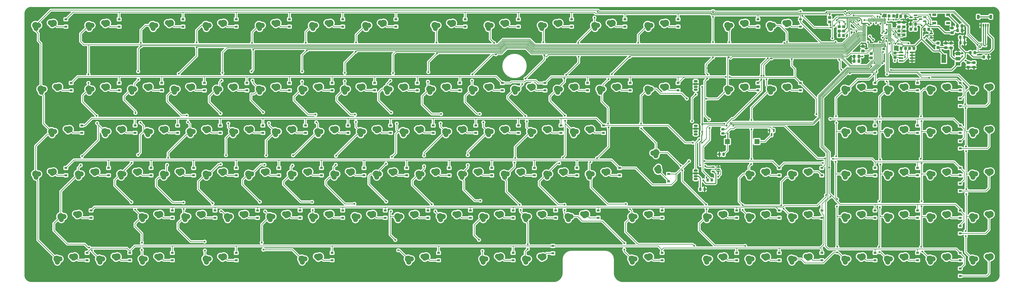
<source format=gbr>
%TF.GenerationSoftware,KiCad,Pcbnew,(6.99.0-5337-gc57e6db79a-dirty)*%
%TF.CreationDate,2023-02-22T22:35:33-05:00*%
%TF.ProjectId,necpc8801typea,6e656370-6338-4383-9031-74797065612e,rev?*%
%TF.SameCoordinates,Original*%
%TF.FileFunction,Copper,L2,Bot*%
%TF.FilePolarity,Positive*%
%FSLAX46Y46*%
G04 Gerber Fmt 4.6, Leading zero omitted, Abs format (unit mm)*
G04 Created by KiCad (PCBNEW (6.99.0-5337-gc57e6db79a-dirty)) date 2023-02-22 22:35:33*
%MOMM*%
%LPD*%
G01*
G04 APERTURE LIST*
G04 Aperture macros list*
%AMRoundRect*
0 Rectangle with rounded corners*
0 $1 Rounding radius*
0 $2 $3 $4 $5 $6 $7 $8 $9 X,Y pos of 4 corners*
0 Add a 4 corners polygon primitive as box body*
4,1,4,$2,$3,$4,$5,$6,$7,$8,$9,$2,$3,0*
0 Add four circle primitives for the rounded corners*
1,1,$1+$1,$2,$3*
1,1,$1+$1,$4,$5*
1,1,$1+$1,$6,$7*
1,1,$1+$1,$8,$9*
0 Add four rect primitives between the rounded corners*
20,1,$1+$1,$2,$3,$4,$5,0*
20,1,$1+$1,$4,$5,$6,$7,0*
20,1,$1+$1,$6,$7,$8,$9,0*
20,1,$1+$1,$8,$9,$2,$3,0*%
G04 Aperture macros list end*
%TA.AperFunction,SMDPad,CuDef*%
%ADD10R,1.800000X1.100000*%
%TD*%
%TA.AperFunction,ComponentPad*%
%ADD11O,1.800000X1.070000*%
%TD*%
%TA.AperFunction,ComponentPad*%
%ADD12R,1.800000X1.070000*%
%TD*%
%TA.AperFunction,ComponentPad*%
%ADD13C,3.000000*%
%TD*%
%TA.AperFunction,ComponentPad*%
%ADD14C,2.250000*%
%TD*%
%TA.AperFunction,SMDPad,CuDef*%
%ADD15RoundRect,0.250000X0.475000X-0.337500X0.475000X0.337500X-0.475000X0.337500X-0.475000X-0.337500X0*%
%TD*%
%TA.AperFunction,SMDPad,CuDef*%
%ADD16RoundRect,0.250000X0.337500X0.475000X-0.337500X0.475000X-0.337500X-0.475000X0.337500X-0.475000X0*%
%TD*%
%TA.AperFunction,SMDPad,CuDef*%
%ADD17RoundRect,0.250000X-0.325000X-0.450000X0.325000X-0.450000X0.325000X0.450000X-0.325000X0.450000X0*%
%TD*%
%TA.AperFunction,SMDPad,CuDef*%
%ADD18R,1.200000X0.900000*%
%TD*%
%TA.AperFunction,SMDPad,CuDef*%
%ADD19RoundRect,0.250000X0.250000X0.475000X-0.250000X0.475000X-0.250000X-0.475000X0.250000X-0.475000X0*%
%TD*%
%TA.AperFunction,SMDPad,CuDef*%
%ADD20RoundRect,0.250000X-0.337500X-0.475000X0.337500X-0.475000X0.337500X0.475000X-0.337500X0.475000X0*%
%TD*%
%TA.AperFunction,SMDPad,CuDef*%
%ADD21RoundRect,0.150000X0.587500X0.150000X-0.587500X0.150000X-0.587500X-0.150000X0.587500X-0.150000X0*%
%TD*%
%TA.AperFunction,SMDPad,CuDef*%
%ADD22RoundRect,0.250000X-0.350000X-0.450000X0.350000X-0.450000X0.350000X0.450000X-0.350000X0.450000X0*%
%TD*%
%TA.AperFunction,SMDPad,CuDef*%
%ADD23RoundRect,0.250000X-0.450000X0.350000X-0.450000X-0.350000X0.450000X-0.350000X0.450000X0.350000X0*%
%TD*%
%TA.AperFunction,SMDPad,CuDef*%
%ADD24RoundRect,0.250000X0.450000X-0.350000X0.450000X0.350000X-0.450000X0.350000X-0.450000X-0.350000X0*%
%TD*%
%TA.AperFunction,SMDPad,CuDef*%
%ADD25RoundRect,0.075000X0.700000X0.075000X-0.700000X0.075000X-0.700000X-0.075000X0.700000X-0.075000X0*%
%TD*%
%TA.AperFunction,SMDPad,CuDef*%
%ADD26RoundRect,0.075000X0.075000X0.700000X-0.075000X0.700000X-0.075000X-0.700000X0.075000X-0.700000X0*%
%TD*%
%TA.AperFunction,SMDPad,CuDef*%
%ADD27RoundRect,0.150000X0.512500X0.150000X-0.512500X0.150000X-0.512500X-0.150000X0.512500X-0.150000X0*%
%TD*%
%TA.AperFunction,SMDPad,CuDef*%
%ADD28RoundRect,0.150000X0.825000X0.150000X-0.825000X0.150000X-0.825000X-0.150000X0.825000X-0.150000X0*%
%TD*%
%TA.AperFunction,SMDPad,CuDef*%
%ADD29RoundRect,0.250000X-0.475000X0.337500X-0.475000X-0.337500X0.475000X-0.337500X0.475000X0.337500X0*%
%TD*%
%TA.AperFunction,SMDPad,CuDef*%
%ADD30RoundRect,0.250000X0.350000X0.450000X-0.350000X0.450000X-0.350000X-0.450000X0.350000X-0.450000X0*%
%TD*%
%TA.AperFunction,SMDPad,CuDef*%
%ADD31R,1.400000X1.200000*%
%TD*%
%TA.AperFunction,SMDPad,CuDef*%
%ADD32RoundRect,0.250000X0.450000X-0.262500X0.450000X0.262500X-0.450000X0.262500X-0.450000X-0.262500X0*%
%TD*%
%TA.AperFunction,SMDPad,CuDef*%
%ADD33R,2.200000X2.200000*%
%TD*%
%TA.AperFunction,SMDPad,CuDef*%
%ADD34R,2.000000X1.500000*%
%TD*%
%TA.AperFunction,SMDPad,CuDef*%
%ADD35R,2.000000X3.800000*%
%TD*%
%TA.AperFunction,SMDPad,CuDef*%
%ADD36RoundRect,0.150000X-0.150000X-0.625000X0.150000X-0.625000X0.150000X0.625000X-0.150000X0.625000X0*%
%TD*%
%TA.AperFunction,SMDPad,CuDef*%
%ADD37RoundRect,0.250000X-0.350000X-0.650000X0.350000X-0.650000X0.350000X0.650000X-0.350000X0.650000X0*%
%TD*%
%TA.AperFunction,SMDPad,CuDef*%
%ADD38RoundRect,0.150000X-0.150000X0.587500X-0.150000X-0.587500X0.150000X-0.587500X0.150000X0.587500X0*%
%TD*%
%TA.AperFunction,SMDPad,CuDef*%
%ADD39R,0.500000X0.375000*%
%TD*%
%TA.AperFunction,SMDPad,CuDef*%
%ADD40R,0.650000X0.300000*%
%TD*%
%TA.AperFunction,SMDPad,CuDef*%
%ADD41RoundRect,0.250000X-0.262500X-0.450000X0.262500X-0.450000X0.262500X0.450000X-0.262500X0.450000X0*%
%TD*%
%TA.AperFunction,ViaPad*%
%ADD42C,0.800000*%
%TD*%
%TA.AperFunction,ViaPad*%
%ADD43C,9.000000*%
%TD*%
%TA.AperFunction,Conductor*%
%ADD44C,0.250000*%
%TD*%
%TA.AperFunction,Conductor*%
%ADD45C,0.400000*%
%TD*%
%TA.AperFunction,Profile*%
%ADD46C,0.150000*%
%TD*%
%TA.AperFunction,Profile*%
%ADD47C,0.050000*%
%TD*%
%TA.AperFunction,Profile*%
%ADD48C,0.200000*%
%TD*%
G04 APERTURE END LIST*
D10*
%TO.P,SW1,1,1*%
%TO.N,+3.3VA*%
X414019999Y-11519999D03*
%TO.P,SW1,2,2*%
%TO.N,unconnected-(SW1-Pad2)*%
X407819999Y-11519999D03*
%TO.P,SW1,3,3*%
%TO.N,unconnected-(SW1-Pad3)*%
X414019999Y-15219999D03*
%TO.P,SW1,4,4*%
%TO.N,Net-(Q2-G)*%
X407819999Y-15219999D03*
%TD*%
D11*
%TO.P,LED1,1,VCC*%
%TO.N,+5V*%
X301424999Y-43734999D03*
%TO.P,LED1,2,DOUT*%
%TO.N,unconnected-(LED1-DOUT-Pad2)*%
X301424999Y-41194999D03*
D12*
%TO.P,LED1,3,GND*%
%TO.N,GND*%
X301424999Y-42464999D03*
D11*
%TO.P,LED1,4,DIN*%
%TO.N,Net-(LED1-DIN)*%
X301424999Y-45004999D03*
%TD*%
%TO.P,LED2,1,VCC*%
%TO.N,+5V*%
X301424999Y-63734999D03*
%TO.P,LED2,2,DOUT*%
%TO.N,Net-(LED1-DIN)*%
X301424999Y-61194999D03*
D12*
%TO.P,LED2,3,GND*%
%TO.N,GND*%
X301424999Y-62464999D03*
D11*
%TO.P,LED2,4,DIN*%
%TO.N,Net-(LED2-DIN)*%
X301424999Y-65004999D03*
%TD*%
%TO.P,LED3,1,VCC*%
%TO.N,+5V*%
X301424999Y-83734999D03*
%TO.P,LED3,2,DOUT*%
%TO.N,Net-(LED2-DIN)*%
X301424999Y-81194999D03*
D12*
%TO.P,LED3,3,GND*%
%TO.N,GND*%
X301424999Y-82464999D03*
D11*
%TO.P,LED3,4,DIN*%
%TO.N,LEDDINC*%
X301424999Y-85004999D03*
%TD*%
D13*
%TO.P,SW_REXTRA_1,1,COL*%
%TO.N,COL12*%
X272895000Y-120715000D03*
D14*
X273135000Y-122125000D03*
X274320000Y-120740000D03*
%TO.P,SW_REXTRA_1,2,ROW*%
%TO.N,Net-(D106-A)*%
X279485000Y-119585000D03*
X280320000Y-120415000D03*
D13*
X280895000Y-119715000D03*
%TD*%
%TO.P,SW_L_1,1,COL*%
%TO.N,COL10*%
X196895000Y-82715000D03*
D14*
X197135000Y-84125000D03*
X198320000Y-82740000D03*
%TO.P,SW_L_1,2,ROW*%
%TO.N,Net-(D67-A)*%
X203485000Y-81585000D03*
X204320000Y-82415000D03*
D13*
X204895000Y-81715000D03*
%TD*%
%TO.P,SW_ARRREXT1,1,COL*%
%TO.N,COL16*%
X344145000Y-120715000D03*
D14*
X344385000Y-122125000D03*
X345570000Y-120740000D03*
%TO.P,SW_ARRREXT1,2,ROW*%
%TO.N,Net-(D108-A)*%
X350735000Y-119585000D03*
X351570000Y-120415000D03*
D13*
X352145000Y-119715000D03*
%TD*%
%TO.P,SW_TAB_1,1,COL*%
%TO.N,COL0*%
X14020000Y-63715000D03*
D14*
X14260000Y-65125000D03*
X15445000Y-63740000D03*
%TO.P,SW_TAB_1,2,ROW*%
%TO.N,Net-(D39-A)*%
X20610000Y-62585000D03*
X21445000Y-63415000D03*
D13*
X22020000Y-62715000D03*
%TD*%
%TO.P,SW_KP7_1,1,COL*%
%TO.N,COL16*%
X367895000Y-63715000D03*
D14*
X368135000Y-65125000D03*
X369320000Y-63740000D03*
%TO.P,SW_KP7_1,2,ROW*%
%TO.N,Net-(D35-A)*%
X374485000Y-62585000D03*
X375320000Y-63415000D03*
D13*
X375895000Y-62715000D03*
%TD*%
%TO.P,SW_9_1,1,COL*%
%TO.N,COL9*%
X182645000Y-44715000D03*
D14*
X182885000Y-46125000D03*
X184070000Y-44740000D03*
%TO.P,SW_9_1,2,ROW*%
%TO.N,Net-(D28-A)*%
X189235000Y-43585000D03*
X190070000Y-44415000D03*
D13*
X190645000Y-43715000D03*
%TD*%
%TO.P,SW_ARRLEXT1,1,COL*%
%TO.N,COL13*%
X306145000Y-120715000D03*
D14*
X306385000Y-122125000D03*
X307570000Y-120740000D03*
%TO.P,SW_ARRLEXT1,2,ROW*%
%TO.N,Net-(D105-A)*%
X312735000Y-119585000D03*
X313570000Y-120415000D03*
D13*
X314145000Y-119715000D03*
%TD*%
%TO.P,SW_KP4_1,1,COL*%
%TO.N,COL16*%
X367895000Y-82715000D03*
D14*
X368135000Y-84125000D03*
X369320000Y-82740000D03*
%TO.P,SW_KP4_1,2,ROW*%
%TO.N,Net-(D53-A)*%
X374485000Y-81585000D03*
X375320000Y-82415000D03*
D13*
X375895000Y-81715000D03*
%TD*%
%TO.P,SW_1_1,1,COL*%
%TO.N,COL1*%
X30645000Y-44715000D03*
D14*
X30885000Y-46125000D03*
X32070000Y-44740000D03*
%TO.P,SW_1_1,2,ROW*%
%TO.N,Net-(D20-A)*%
X37235000Y-43585000D03*
X38070000Y-44415000D03*
D13*
X38645000Y-43715000D03*
%TD*%
%TO.P,SW_RLD_1,1,COL*%
%TO.N,COL15*%
X334645000Y-16215000D03*
D14*
X334885000Y-17625000D03*
X336070000Y-16240000D03*
%TO.P,SW_RLD_1,2,ROW*%
%TO.N,Net-(D14-A)*%
X341235000Y-15085000D03*
X342070000Y-15915000D03*
D13*
X342645000Y-15215000D03*
%TD*%
%TO.P,SW_EQ_1,1,COL*%
%TO.N,COL12*%
X239645000Y-44715000D03*
D14*
X239885000Y-46125000D03*
X241070000Y-44740000D03*
%TO.P,SW_EQ_1,2,ROW*%
%TO.N,Net-(D31-A)*%
X246235000Y-43585000D03*
X247070000Y-44415000D03*
D13*
X247645000Y-43715000D03*
%TD*%
%TO.P,SW_RIGHT_1,1,COL*%
%TO.N,COL15*%
X344145000Y-101715000D03*
D14*
X344385000Y-103125000D03*
X345570000Y-101740000D03*
%TO.P,SW_RIGHT_1,2,ROW*%
%TO.N,Net-(D103-A)*%
X350735000Y-100585000D03*
X351570000Y-101415000D03*
D13*
X352145000Y-100715000D03*
%TD*%
%TO.P,SW_KPCOM_1,1,COL*%
%TO.N,COL17*%
X386895000Y-120715000D03*
D14*
X387135000Y-122125000D03*
X388320000Y-120740000D03*
%TO.P,SW_KPCOM_1,2,ROW*%
%TO.N,Net-(D93-A)*%
X393485000Y-119585000D03*
X394320000Y-120415000D03*
D13*
X394895000Y-119715000D03*
%TD*%
%TO.P,SW_HS_1,1,COL*%
%TO.N,COL11*%
X225395000Y-120715000D03*
D14*
X225635000Y-122125000D03*
X226820000Y-120740000D03*
%TO.P,SW_HS_1,2,ROW*%
%TO.N,Net-(D102-A)*%
X231985000Y-119585000D03*
X232820000Y-120415000D03*
D13*
X233395000Y-119715000D03*
%TD*%
%TO.P,SW_YEN_1,1,COL*%
%TO.N,COL13*%
X258645000Y-44715000D03*
D14*
X258885000Y-46125000D03*
X260070000Y-44740000D03*
%TO.P,SW_YEN_1,2,ROW*%
%TO.N,Net-(D32-A)*%
X265235000Y-43585000D03*
X266070000Y-44415000D03*
D13*
X266645000Y-43715000D03*
%TD*%
%TO.P,SW_F6_1,1,COL*%
%TO.N,COL9*%
X185020000Y-16215000D03*
D14*
X185260000Y-17625000D03*
X186445000Y-16240000D03*
%TO.P,SW_F6_1,2,ROW*%
%TO.N,Net-(D8-A)*%
X191610000Y-15085000D03*
X192445000Y-15915000D03*
D13*
X193020000Y-15215000D03*
%TD*%
%TO.P,SW_KPPLUS_1,1,COL*%
%TO.N,COL19*%
X424895000Y-82715000D03*
D14*
X425135000Y-84125000D03*
X426320000Y-82740000D03*
%TO.P,SW_KPPLUS_1,2,ROW*%
%TO.N,Net-(D56-A)*%
X431485000Y-81585000D03*
X432320000Y-82415000D03*
D13*
X432895000Y-81715000D03*
%TD*%
%TO.P,SW_F7_1,1,COL*%
%TO.N,COL10*%
X208770000Y-16215000D03*
D14*
X209010000Y-17625000D03*
X210195000Y-16240000D03*
%TO.P,SW_F7_1,2,ROW*%
%TO.N,Net-(D9-A)*%
X215360000Y-15085000D03*
X216195000Y-15915000D03*
D13*
X216770000Y-15215000D03*
%TD*%
%TO.P,SW_Y_1,1,COL*%
%TO.N,COL6*%
X132770000Y-63715000D03*
D14*
X133010000Y-65125000D03*
X134195000Y-63740000D03*
%TO.P,SW_Y_1,2,ROW*%
%TO.N,Net-(D45-A)*%
X139360000Y-62585000D03*
X140195000Y-63415000D03*
D13*
X140770000Y-62715000D03*
%TD*%
%TO.P,SW_F_1,1,COL*%
%TO.N,COL5*%
X101895000Y-82715000D03*
D14*
X102135000Y-84125000D03*
X103320000Y-82740000D03*
%TO.P,SW_F_1,2,ROW*%
%TO.N,Net-(D62-A)*%
X108485000Y-81585000D03*
X109320000Y-82415000D03*
D13*
X109895000Y-81715000D03*
%TD*%
%TO.P,SW_V_1,1,COL*%
%TO.N,COL5*%
X111395000Y-101715000D03*
D14*
X111635000Y-103125000D03*
X112820000Y-101740000D03*
%TO.P,SW_V_1,2,ROW*%
%TO.N,Net-(D81-A)*%
X117985000Y-100585000D03*
X118820000Y-101415000D03*
D13*
X119395000Y-100715000D03*
%TD*%
%TO.P,SW_X_1,1,COL*%
%TO.N,COL3*%
X73395000Y-101715000D03*
D14*
X73635000Y-103125000D03*
X74820000Y-101740000D03*
%TO.P,SW_X_1,2,ROW*%
%TO.N,Net-(D79-A)*%
X79985000Y-100585000D03*
X80820000Y-101415000D03*
D13*
X81395000Y-100715000D03*
%TD*%
%TO.P,SW_B_1,1,COL*%
%TO.N,COL6*%
X130395000Y-101715000D03*
D14*
X130635000Y-103125000D03*
X131820000Y-101740000D03*
%TO.P,SW_B_1,2,ROW*%
%TO.N,Net-(D82-A)*%
X136985000Y-100585000D03*
X137820000Y-101415000D03*
D13*
X138395000Y-100715000D03*
%TD*%
%TO.P,SW_KP2_1,1,COL*%
%TO.N,COL17*%
X386895000Y-101715000D03*
D14*
X387135000Y-103125000D03*
X388320000Y-101740000D03*
%TO.P,SW_KP2_1,2,ROW*%
%TO.N,Net-(D74-A)*%
X393485000Y-100585000D03*
X394320000Y-101415000D03*
D13*
X394895000Y-100715000D03*
%TD*%
%TO.P,SW_2_1,1,COL*%
%TO.N,COL2*%
X49645000Y-44715000D03*
D14*
X49885000Y-46125000D03*
X51070000Y-44740000D03*
%TO.P,SW_2_1,2,ROW*%
%TO.N,Net-(D21-A)*%
X56235000Y-43585000D03*
X57070000Y-44415000D03*
D13*
X57645000Y-43715000D03*
%TD*%
%TO.P,SW_COMMA_1,1,COL*%
%TO.N,COL9*%
X187395000Y-101715000D03*
D14*
X187635000Y-103125000D03*
X188820000Y-101740000D03*
%TO.P,SW_COMMA_1,2,ROW*%
%TO.N,Net-(D85-A)*%
X193985000Y-100585000D03*
X194820000Y-101415000D03*
D13*
X195395000Y-100715000D03*
%TD*%
%TO.P,SW_PC_1,1,COL*%
%TO.N,COL10*%
X206395000Y-120715000D03*
D14*
X206635000Y-122125000D03*
X207820000Y-120740000D03*
%TO.P,SW_PC_1,2,ROW*%
%TO.N,Net-(D101-A)*%
X212985000Y-119585000D03*
X213820000Y-120415000D03*
D13*
X214395000Y-119715000D03*
%TD*%
%TO.P,SW_URG_1,1,COL*%
%TO.N,COL13*%
X253895000Y-82715000D03*
D14*
X254135000Y-84125000D03*
X255320000Y-82740000D03*
%TO.P,SW_URG_1,2,ROW*%
%TO.N,Net-(D70-A)*%
X260485000Y-81585000D03*
X261320000Y-82415000D03*
D13*
X261895000Y-81715000D03*
%TD*%
%TO.P,SW_E_1,1,COL*%
%TO.N,COL3*%
X75770000Y-63715000D03*
D14*
X76010000Y-65125000D03*
X77195000Y-63740000D03*
%TO.P,SW_E_1,2,ROW*%
%TO.N,Net-(D42-A)*%
X82360000Y-62585000D03*
X83195000Y-63415000D03*
D13*
X83770000Y-62715000D03*
%TD*%
%TO.P,SW_U_1,1,COL*%
%TO.N,COL7*%
X151770000Y-63715000D03*
D14*
X152010000Y-65125000D03*
X153195000Y-63740000D03*
%TO.P,SW_U_1,2,ROW*%
%TO.N,Net-(D46-A)*%
X158360000Y-62585000D03*
X159195000Y-63415000D03*
D13*
X159770000Y-62715000D03*
%TD*%
%TO.P,SW_J_1,1,COL*%
%TO.N,COL8*%
X158895000Y-82715000D03*
D14*
X159135000Y-84125000D03*
X160320000Y-82740000D03*
%TO.P,SW_J_1,2,ROW*%
%TO.N,Net-(D65-A)*%
X165485000Y-81585000D03*
X166320000Y-82415000D03*
D13*
X166895000Y-81715000D03*
%TD*%
%TO.P,SW_SUP_1,1,COL*%
%TO.N,COL1*%
X35395000Y-120715000D03*
D14*
X35635000Y-122125000D03*
X36820000Y-120740000D03*
%TO.P,SW_SUP_1,2,ROW*%
%TO.N,Net-(D96-A)*%
X41985000Y-119585000D03*
X42820000Y-120415000D03*
D13*
X43395000Y-119715000D03*
%TD*%
%TO.P,SW_F10_1,1,COL*%
%TO.N,COL13*%
X280020000Y-16215000D03*
D14*
X280260000Y-17625000D03*
X281445000Y-16240000D03*
%TO.P,SW_F10_1,2,ROW*%
%TO.N,Net-(D12-A)*%
X286610000Y-15085000D03*
X287445000Y-15915000D03*
D13*
X288020000Y-15215000D03*
%TD*%
%TO.P,SW_M_1,1,COL*%
%TO.N,COL8*%
X168395000Y-101715000D03*
D14*
X168635000Y-103125000D03*
X169820000Y-101740000D03*
%TO.P,SW_M_1,2,ROW*%
%TO.N,Net-(D84-A)*%
X174985000Y-100585000D03*
X175820000Y-101415000D03*
D13*
X176395000Y-100715000D03*
%TD*%
%TO.P,SW_COPY_1,1,COL*%
%TO.N,COL1*%
X30645000Y-16215000D03*
D14*
X30885000Y-17625000D03*
X32070000Y-16240000D03*
%TO.P,SW_COPY_1,2,ROW*%
%TO.N,Net-(D2-A)*%
X37235000Y-15085000D03*
X38070000Y-15915000D03*
D13*
X38645000Y-15215000D03*
%TD*%
%TO.P,SW_ENT_1,1,COL*%
%TO.N,COL14*%
X283720000Y-73115000D03*
D14*
X282310000Y-73355000D03*
X283695000Y-74540000D03*
%TO.P,SW_ENT_1,2,ROW*%
%TO.N,Net-(D71-A)*%
X284850000Y-79705000D03*
X284020000Y-80540000D03*
D13*
X284720000Y-81115000D03*
%TD*%
%TO.P,SW_W_1,1,COL*%
%TO.N,COL2*%
X56770000Y-63715000D03*
D14*
X57010000Y-65125000D03*
X58195000Y-63740000D03*
%TO.P,SW_W_1,2,ROW*%
%TO.N,Net-(D41-A)*%
X63360000Y-62585000D03*
X64195000Y-63415000D03*
D13*
X64770000Y-62715000D03*
%TD*%
%TO.P,SW_5_1,1,COL*%
%TO.N,COL5*%
X106645000Y-44715000D03*
D14*
X106885000Y-46125000D03*
X108070000Y-44740000D03*
%TO.P,SW_5_1,2,ROW*%
%TO.N,Net-(D24-A)*%
X113235000Y-43585000D03*
X114070000Y-44415000D03*
D13*
X114645000Y-43715000D03*
%TD*%
%TO.P,SW_S_1,1,COL*%
%TO.N,COL3*%
X63895000Y-82715000D03*
D14*
X64135000Y-84125000D03*
X65320000Y-82740000D03*
%TO.P,SW_S_1,2,ROW*%
%TO.N,Net-(D60-A)*%
X70485000Y-81585000D03*
X71320000Y-82415000D03*
D13*
X71895000Y-81715000D03*
%TD*%
%TO.P,SW_CTRL_1,1,COL*%
%TO.N,COL0*%
X6895000Y-82715000D03*
D14*
X7135000Y-84125000D03*
X8320000Y-82740000D03*
%TO.P,SW_CTRL_1,2,ROW*%
%TO.N,Net-(D57-A)*%
X13485000Y-81585000D03*
X14320000Y-82415000D03*
D13*
X14895000Y-81715000D03*
%TD*%
%TO.P,SW_LSH_1,1,COL*%
%TO.N,COL1*%
X18145000Y-101715000D03*
D14*
X18385000Y-103125000D03*
X19570000Y-101740000D03*
%TO.P,SW_LSH_1,2,ROW*%
%TO.N,Net-(D77-A)*%
X24735000Y-100585000D03*
X25570000Y-101415000D03*
D13*
X26145000Y-100715000D03*
%TD*%
%TO.P,SW_R_1,1,COL*%
%TO.N,COL4*%
X94770000Y-63715000D03*
D14*
X95010000Y-65125000D03*
X96195000Y-63740000D03*
%TO.P,SW_R_1,2,ROW*%
%TO.N,Net-(D43-A)*%
X101360000Y-62585000D03*
X102195000Y-63415000D03*
D13*
X102770000Y-62715000D03*
%TD*%
%TO.P,SW_D_1,1,COL*%
%TO.N,COL4*%
X82895000Y-82715000D03*
D14*
X83135000Y-84125000D03*
X84320000Y-82740000D03*
%TO.P,SW_D_1,2,ROW*%
%TO.N,Net-(D61-A)*%
X89485000Y-81585000D03*
X90320000Y-82415000D03*
D13*
X90895000Y-81715000D03*
%TD*%
%TO.P,SW_P_1,1,COL*%
%TO.N,COL10*%
X208770000Y-63715000D03*
D14*
X209010000Y-65125000D03*
X210195000Y-63740000D03*
%TO.P,SW_P_1,2,ROW*%
%TO.N,Net-(D49-A)*%
X215360000Y-62585000D03*
X216195000Y-63415000D03*
D13*
X216770000Y-62715000D03*
%TD*%
%TO.P,SW_C_1,1,COL*%
%TO.N,COL4*%
X92395000Y-101715000D03*
D14*
X92635000Y-103125000D03*
X93820000Y-101740000D03*
%TO.P,SW_C_1,2,ROW*%
%TO.N,Net-(D80-A)*%
X98985000Y-100585000D03*
X99820000Y-101415000D03*
D13*
X100395000Y-100715000D03*
%TD*%
%TO.P,SW_O_1,1,COL*%
%TO.N,COL9*%
X189770000Y-63715000D03*
D14*
X190010000Y-65125000D03*
X191195000Y-63740000D03*
%TO.P,SW_O_1,2,ROW*%
%TO.N,Net-(D48-A)*%
X196360000Y-62585000D03*
X197195000Y-63415000D03*
D13*
X197770000Y-62715000D03*
%TD*%
%TO.P,SW_F2_1,1,COL*%
%TO.N,COL3*%
X82895000Y-16215000D03*
D14*
X83135000Y-17625000D03*
X84320000Y-16240000D03*
%TO.P,SW_F2_1,2,ROW*%
%TO.N,Net-(D4-A)*%
X89485000Y-15085000D03*
X90320000Y-15915000D03*
D13*
X90895000Y-15215000D03*
%TD*%
%TO.P,SW_F8_1,1,COL*%
%TO.N,COL11*%
X232520000Y-16215000D03*
D14*
X232760000Y-17625000D03*
X233945000Y-16240000D03*
%TO.P,SW_F8_1,2,ROW*%
%TO.N,Net-(D10-A)*%
X239110000Y-15085000D03*
X239945000Y-15915000D03*
D13*
X240520000Y-15215000D03*
%TD*%
%TO.P,SW_FULL_1,1,COL*%
%TO.N,COL11*%
X215895000Y-82715000D03*
D14*
X216135000Y-84125000D03*
X217320000Y-82740000D03*
%TO.P,SW_FULL_1,2,ROW*%
%TO.N,Net-(D68-A)*%
X222485000Y-81585000D03*
X223320000Y-82415000D03*
D13*
X223895000Y-81715000D03*
%TD*%
%TO.P,SW_ESC_1,1,COL*%
%TO.N,COL0*%
X9270000Y-44715000D03*
D14*
X9510000Y-46125000D03*
X10695000Y-44740000D03*
%TO.P,SW_ESC_1,2,ROW*%
%TO.N,Net-(D19-A)*%
X15860000Y-43585000D03*
X16695000Y-44415000D03*
D13*
X17270000Y-43715000D03*
%TD*%
%TO.P,SW_0_1,1,COL*%
%TO.N,COL10*%
X201645000Y-44715000D03*
D14*
X201885000Y-46125000D03*
X203070000Y-44740000D03*
%TO.P,SW_0_1,2,ROW*%
%TO.N,Net-(D29-A)*%
X208235000Y-43585000D03*
X209070000Y-44415000D03*
D13*
X209645000Y-43715000D03*
%TD*%
%TO.P,SW_KPEQ_1,1,COL*%
%TO.N,COL19*%
X424895000Y-101715000D03*
D14*
X425135000Y-103125000D03*
X426320000Y-101740000D03*
%TO.P,SW_KPEQ_1,2,ROW*%
%TO.N,Net-(D76-A)*%
X431485000Y-100585000D03*
X432320000Y-101415000D03*
D13*
X432895000Y-100715000D03*
%TD*%
%TO.P,SW_WOW_1,1,COL*%
%TO.N,COL12*%
X246770000Y-63715000D03*
D14*
X247010000Y-65125000D03*
X248195000Y-63740000D03*
%TO.P,SW_WOW_1,2,ROW*%
%TO.N,Net-(D51-A)*%
X253360000Y-62585000D03*
X254195000Y-63415000D03*
D13*
X254770000Y-62715000D03*
%TD*%
%TO.P,SW_KPCLR_1,1,COL*%
%TO.N,COL16*%
X367895000Y-44715000D03*
D14*
X368135000Y-46125000D03*
X369320000Y-44740000D03*
%TO.P,SW_KPCLR_1,2,ROW*%
%TO.N,Net-(D15-A)*%
X374485000Y-43585000D03*
X375320000Y-44415000D03*
D13*
X375895000Y-43715000D03*
%TD*%
%TO.P,SW_BS_1,1,COL*%
%TO.N,COL14*%
X280020000Y-44715000D03*
D14*
X280260000Y-46125000D03*
X281445000Y-44740000D03*
%TO.P,SW_BS_1,2,ROW*%
%TO.N,Net-(D33-A)*%
X286610000Y-43585000D03*
X287445000Y-44415000D03*
D13*
X288020000Y-43715000D03*
%TD*%
%TO.P,SW_KP9_1,1,COL*%
%TO.N,COL18*%
X405895000Y-63715000D03*
D14*
X406135000Y-65125000D03*
X407320000Y-63740000D03*
%TO.P,SW_KP9_1,2,ROW*%
%TO.N,Net-(D37-A)*%
X412485000Y-62585000D03*
X413320000Y-63415000D03*
D13*
X413895000Y-62715000D03*
%TD*%
%TO.P,SW_K_1,1,COL*%
%TO.N,COL9*%
X177895000Y-82715000D03*
D14*
X178135000Y-84125000D03*
X179320000Y-82740000D03*
%TO.P,SW_K_1,2,ROW*%
%TO.N,Net-(D66-A)*%
X184485000Y-81585000D03*
X185320000Y-82415000D03*
D13*
X185895000Y-81715000D03*
%TD*%
%TO.P,SW_Q_1,1,COL*%
%TO.N,COL1*%
X37770000Y-63715000D03*
D14*
X38010000Y-65125000D03*
X39195000Y-63740000D03*
%TO.P,SW_Q_1,2,ROW*%
%TO.N,Net-(D40-A)*%
X44360000Y-62585000D03*
X45195000Y-63415000D03*
D13*
X45770000Y-62715000D03*
%TD*%
%TO.P,SW_DEL_1,1,COL*%
%TO.N,COL15*%
X334645000Y-44715000D03*
D14*
X334885000Y-46125000D03*
X336070000Y-44740000D03*
%TO.P,SW_DEL_1,2,ROW*%
%TO.N,Net-(D34-A)*%
X341235000Y-43585000D03*
X342070000Y-44415000D03*
D13*
X342645000Y-43715000D03*
%TD*%
%TO.P,SW_MINUS_1,1,COL*%
%TO.N,COL11*%
X220645000Y-44715000D03*
D14*
X220885000Y-46125000D03*
X222070000Y-44740000D03*
%TO.P,SW_MINUS_1,2,ROW*%
%TO.N,Net-(D30-A)*%
X227235000Y-43585000D03*
X228070000Y-44415000D03*
D13*
X228645000Y-43715000D03*
%TD*%
%TO.P,SW_KPPER_1,1,COL*%
%TO.N,COL18*%
X405895000Y-120715000D03*
D14*
X406135000Y-122125000D03*
X407320000Y-120740000D03*
%TO.P,SW_KPPER_1,2,ROW*%
%TO.N,Net-(D94-A)*%
X412485000Y-119585000D03*
X413320000Y-120415000D03*
D13*
X413895000Y-119715000D03*
%TD*%
%TO.P,SW_Z_1,1,COL*%
%TO.N,COL2*%
X54395000Y-101715000D03*
D14*
X54635000Y-103125000D03*
X55820000Y-101740000D03*
%TO.P,SW_Z_1,2,ROW*%
%TO.N,Net-(D78-A)*%
X60985000Y-100585000D03*
X61820000Y-101415000D03*
D13*
X62395000Y-100715000D03*
%TD*%
%TO.P,SW_F9_1,1,COL*%
%TO.N,COL12*%
X256270000Y-16215000D03*
D14*
X256510000Y-17625000D03*
X257695000Y-16240000D03*
%TO.P,SW_F9_1,2,ROW*%
%TO.N,Net-(D11-A)*%
X262860000Y-15085000D03*
X263695000Y-15915000D03*
D13*
X264270000Y-15215000D03*
%TD*%
%TO.P,SW_F4_1,1,COL*%
%TO.N,COL6*%
X130395000Y-16215000D03*
D14*
X130635000Y-17625000D03*
X131820000Y-16240000D03*
%TO.P,SW_F4_1,2,ROW*%
%TO.N,Net-(D6-A)*%
X136985000Y-15085000D03*
X137820000Y-15915000D03*
D13*
X138395000Y-15215000D03*
%TD*%
%TO.P,SW_A_1,1,COL*%
%TO.N,COL2*%
X44895000Y-82715000D03*
D14*
X45135000Y-84125000D03*
X46320000Y-82740000D03*
%TO.P,SW_A_1,2,ROW*%
%TO.N,Net-(D59-A)*%
X51485000Y-81585000D03*
X52320000Y-82415000D03*
D13*
X52895000Y-81715000D03*
%TD*%
%TO.P,SW_LEFT_1,1,COL*%
%TO.N,COL14*%
X306145000Y-101715000D03*
D14*
X306385000Y-103125000D03*
X307570000Y-101740000D03*
%TO.P,SW_LEFT_1,2,ROW*%
%TO.N,Net-(D90-A)*%
X312735000Y-100585000D03*
X313570000Y-101415000D03*
D13*
X314145000Y-100715000D03*
%TD*%
%TO.P,SW_KPMULT_1,1,COL*%
%TO.N,COL19*%
X424895000Y-63715000D03*
D14*
X425135000Y-65125000D03*
X426320000Y-63740000D03*
%TO.P,SW_KPMULT_1,2,ROW*%
%TO.N,Net-(D38-A)*%
X431485000Y-62585000D03*
X432320000Y-63415000D03*
D13*
X432895000Y-62715000D03*
%TD*%
%TO.P,SW_KP5_1,1,COL*%
%TO.N,COL17*%
X386895000Y-82715000D03*
D14*
X387135000Y-84125000D03*
X388320000Y-82740000D03*
%TO.P,SW_KP5_1,2,ROW*%
%TO.N,Net-(D54-A)*%
X393485000Y-81585000D03*
X394320000Y-82415000D03*
D13*
X394895000Y-81715000D03*
%TD*%
%TO.P,SW_ARRDEXT1,1,COL*%
%TO.N,COL14*%
X325145000Y-120715000D03*
D14*
X325385000Y-122125000D03*
X326570000Y-120740000D03*
%TO.P,SW_ARRDEXT1,2,ROW*%
%TO.N,Net-(D107-A)*%
X331735000Y-119585000D03*
X332570000Y-120415000D03*
D13*
X333145000Y-119715000D03*
%TD*%
%TO.P,SW_AT_1,1,COL*%
%TO.N,COL11*%
X227770000Y-63715000D03*
D14*
X228010000Y-65125000D03*
X229195000Y-63740000D03*
%TO.P,SW_AT_1,2,ROW*%
%TO.N,Net-(D50-A)*%
X234360000Y-62585000D03*
X235195000Y-63415000D03*
D13*
X235770000Y-62715000D03*
%TD*%
%TO.P,SW_ALT_1,1,COL*%
%TO.N,COL2*%
X54395000Y-120715000D03*
D14*
X54635000Y-122125000D03*
X55820000Y-120740000D03*
%TO.P,SW_ALT_1,2,ROW*%
%TO.N,Net-(D97-A)*%
X60985000Y-119585000D03*
X61820000Y-120415000D03*
D13*
X62395000Y-119715000D03*
%TD*%
%TO.P,SW_STP_1,1,COL*%
%TO.N,COL0*%
X6895000Y-16215000D03*
D14*
X7135000Y-17625000D03*
X8320000Y-16240000D03*
%TO.P,SW_STP_1,2,ROW*%
%TO.N,Net-(D1-A)*%
X13485000Y-15085000D03*
X14320000Y-15915000D03*
D13*
X14895000Y-15215000D03*
%TD*%
%TO.P,SW_ARRUPEXT_1,1,COL*%
%TO.N,COL15*%
X344145000Y-82715000D03*
D14*
X344385000Y-84125000D03*
X345570000Y-82740000D03*
%TO.P,SW_ARRUPEXT_1,2,ROW*%
%TO.N,Net-(D109-A)*%
X350735000Y-81585000D03*
X351570000Y-82415000D03*
D13*
X352145000Y-81715000D03*
%TD*%
%TO.P,SW_AMOG_1,1,COL*%
%TO.N,COL12*%
X244395000Y-101715000D03*
D14*
X244635000Y-103125000D03*
X245820000Y-101740000D03*
%TO.P,SW_AMOG_1,2,ROW*%
%TO.N,Net-(D88-A)*%
X250985000Y-100585000D03*
X251820000Y-101415000D03*
D13*
X252395000Y-100715000D03*
%TD*%
%TO.P,SW_KP1_1,1,COL*%
%TO.N,COL16*%
X367895000Y-101715000D03*
D14*
X368135000Y-103125000D03*
X369320000Y-101740000D03*
%TO.P,SW_KP1_1,2,ROW*%
%TO.N,Net-(D73-A)*%
X374485000Y-100585000D03*
X375320000Y-101415000D03*
D13*
X375895000Y-100715000D03*
%TD*%
%TO.P,SW_KPDIV_1,1,COL*%
%TO.N,COL19*%
X424895000Y-44715000D03*
D14*
X425135000Y-46125000D03*
X426320000Y-44740000D03*
%TO.P,SW_KPDIV_1,2,ROW*%
%TO.N,Net-(D18-A)*%
X431485000Y-43585000D03*
X432320000Y-44415000D03*
D13*
X432895000Y-43715000D03*
%TD*%
%TO.P,SW_H_1,1,COL*%
%TO.N,COL7*%
X139895000Y-82715000D03*
D14*
X140135000Y-84125000D03*
X141320000Y-82740000D03*
%TO.P,SW_H_1,2,ROW*%
%TO.N,Net-(D64-A)*%
X146485000Y-81585000D03*
X147320000Y-82415000D03*
D13*
X147895000Y-81715000D03*
%TD*%
%TO.P,SW_8_1,1,COL*%
%TO.N,COL8*%
X163645000Y-44715000D03*
D14*
X163885000Y-46125000D03*
X165070000Y-44740000D03*
%TO.P,SW_8_1,2,ROW*%
%TO.N,Net-(D27-A)*%
X170235000Y-43585000D03*
X171070000Y-44415000D03*
D13*
X171645000Y-43715000D03*
%TD*%
%TO.P,SW_T_1,1,COL*%
%TO.N,COL5*%
X113770000Y-63715000D03*
D14*
X114010000Y-65125000D03*
X115195000Y-63740000D03*
%TO.P,SW_T_1,2,ROW*%
%TO.N,Net-(D44-A)*%
X120360000Y-62585000D03*
X121195000Y-63415000D03*
D13*
X121770000Y-62715000D03*
%TD*%
%TO.P,SW_KPMIN_1,1,COL*%
%TO.N,COL18*%
X405895000Y-44715000D03*
D14*
X406135000Y-46125000D03*
X407320000Y-44740000D03*
%TO.P,SW_KPMIN_1,2,ROW*%
%TO.N,Net-(D17-A)*%
X412485000Y-43585000D03*
X413320000Y-44415000D03*
D13*
X413895000Y-43715000D03*
%TD*%
%TO.P,SW_N_1,1,COL*%
%TO.N,COL7*%
X149395000Y-101715000D03*
D14*
X149635000Y-103125000D03*
X150820000Y-101740000D03*
%TO.P,SW_N_1,2,ROW*%
%TO.N,Net-(D83-A)*%
X155985000Y-100585000D03*
X156820000Y-101415000D03*
D13*
X157395000Y-100715000D03*
%TD*%
%TO.P,SW_F5_1,1,COL*%
%TO.N,COL7*%
X154145000Y-16215000D03*
D14*
X154385000Y-17625000D03*
X155570000Y-16240000D03*
%TO.P,SW_F5_1,2,ROW*%
%TO.N,Net-(D7-A)*%
X160735000Y-15085000D03*
X161570000Y-15915000D03*
D13*
X162145000Y-15215000D03*
%TD*%
%TO.P,SW_KPHELP_1,1,COL*%
%TO.N,COL17*%
X386895000Y-44715000D03*
D14*
X387135000Y-46125000D03*
X388320000Y-44740000D03*
%TO.P,SW_KPHELP_1,2,ROW*%
%TO.N,Net-(D16-A)*%
X393485000Y-43585000D03*
X394320000Y-44415000D03*
D13*
X394895000Y-43715000D03*
%TD*%
%TO.P,SW_SMCH_1,1,COL*%
%TO.N,COL12*%
X234895000Y-82715000D03*
D14*
X235135000Y-84125000D03*
X236320000Y-82740000D03*
%TO.P,SW_SMCH_1,2,ROW*%
%TO.N,Net-(D69-A)*%
X241485000Y-81585000D03*
X242320000Y-82415000D03*
D13*
X242895000Y-81715000D03*
%TD*%
%TO.P,SW_KP0_1,1,COL*%
%TO.N,COL16*%
X367895000Y-120715000D03*
D14*
X368135000Y-122125000D03*
X369320000Y-120740000D03*
%TO.P,SW_KP0_1,2,ROW*%
%TO.N,Net-(D92-A)*%
X374485000Y-119585000D03*
X375320000Y-120415000D03*
D13*
X375895000Y-119715000D03*
%TD*%
%TO.P,SW_KP3_1,1,COL*%
%TO.N,COL18*%
X405895000Y-101715000D03*
D14*
X406135000Y-103125000D03*
X407320000Y-101740000D03*
%TO.P,SW_KP3_1,2,ROW*%
%TO.N,Net-(D75-A)*%
X412485000Y-100585000D03*
X413320000Y-101415000D03*
D13*
X413895000Y-100715000D03*
%TD*%
%TO.P,SW_SP3_1,1,COL*%
%TO.N,COL8*%
X173145000Y-120715000D03*
D14*
X173385000Y-122125000D03*
X174570000Y-120740000D03*
%TO.P,SW_SP3_1,2,ROW*%
%TO.N,Net-(D100-A)*%
X179735000Y-119585000D03*
X180570000Y-120415000D03*
D13*
X181145000Y-119715000D03*
%TD*%
%TO.P,SW_SP1_1,1,COL*%
%TO.N,COL3*%
X82895000Y-120715000D03*
D14*
X83135000Y-122125000D03*
X84320000Y-120740000D03*
%TO.P,SW_SP1_1,2,ROW*%
%TO.N,Net-(D98-A)*%
X89485000Y-119585000D03*
X90320000Y-120415000D03*
D13*
X90895000Y-119715000D03*
%TD*%
%TO.P,SW_4_1,1,COL*%
%TO.N,COL4*%
X87645000Y-44715000D03*
D14*
X87885000Y-46125000D03*
X89070000Y-44740000D03*
%TO.P,SW_4_1,2,ROW*%
%TO.N,Net-(D23-A)*%
X94235000Y-43585000D03*
X95070000Y-44415000D03*
D13*
X95645000Y-43715000D03*
%TD*%
%TO.P,SW_RLU_1,1,COL*%
%TO.N,COL14*%
X315645000Y-16215000D03*
D14*
X315885000Y-17625000D03*
X317070000Y-16240000D03*
%TO.P,SW_RLU_1,2,ROW*%
%TO.N,Net-(D13-A)*%
X322235000Y-15085000D03*
X323070000Y-15915000D03*
D13*
X323645000Y-15215000D03*
%TD*%
%TO.P,SW_7_1,1,COL*%
%TO.N,COL7*%
X144645000Y-44715000D03*
D14*
X144885000Y-46125000D03*
X146070000Y-44740000D03*
%TO.P,SW_7_1,2,ROW*%
%TO.N,Net-(D26-A)*%
X151235000Y-43585000D03*
X152070000Y-44415000D03*
D13*
X152645000Y-43715000D03*
%TD*%
%TO.P,SW_F1_1,1,COL*%
%TO.N,COL2*%
X59145000Y-16215000D03*
D14*
X59385000Y-17625000D03*
X60570000Y-16240000D03*
%TO.P,SW_F1_1,2,ROW*%
%TO.N,Net-(D3-A)*%
X65735000Y-15085000D03*
X66570000Y-15915000D03*
D13*
X67145000Y-15215000D03*
%TD*%
%TO.P,SW_SLASH_1,1,COL*%
%TO.N,COL11*%
X225395000Y-101715000D03*
D14*
X225635000Y-103125000D03*
X226820000Y-101740000D03*
%TO.P,SW_SLASH_1,2,ROW*%
%TO.N,Net-(D87-A)*%
X231985000Y-100585000D03*
X232820000Y-101415000D03*
D13*
X233395000Y-100715000D03*
%TD*%
%TO.P,SW_UP_1,1,COL*%
%TO.N,COL15*%
X325145000Y-82715000D03*
D14*
X325385000Y-84125000D03*
X326570000Y-82740000D03*
%TO.P,SW_UP_1,2,ROW*%
%TO.N,Net-(D72-A)*%
X331735000Y-81585000D03*
X332570000Y-82415000D03*
D13*
X333145000Y-81715000D03*
%TD*%
%TO.P,SW_6_1,1,COL*%
%TO.N,COL6*%
X125645000Y-44715000D03*
D14*
X125885000Y-46125000D03*
X127070000Y-44740000D03*
%TO.P,SW_6_1,2,ROW*%
%TO.N,Net-(D25-A)*%
X132235000Y-43585000D03*
X133070000Y-44415000D03*
D13*
X133645000Y-43715000D03*
%TD*%
%TO.P,SW_CAPS_1,1,COL*%
%TO.N,COL1*%
X25895000Y-82715000D03*
D14*
X26135000Y-84125000D03*
X27320000Y-82740000D03*
%TO.P,SW_CAPS_1,2,ROW*%
%TO.N,Net-(D58-A)*%
X32485000Y-81585000D03*
X33320000Y-82415000D03*
D13*
X33895000Y-81715000D03*
%TD*%
%TO.P,SW_INS_1,1,COL*%
%TO.N,COL14*%
X315645000Y-44715000D03*
D14*
X315885000Y-46125000D03*
X317070000Y-44740000D03*
%TO.P,SW_INS_1,2,ROW*%
%TO.N,Net-(D52-A)*%
X322235000Y-43585000D03*
X323070000Y-44415000D03*
D13*
X323645000Y-43715000D03*
%TD*%
%TO.P,SW_3_1,1,COL*%
%TO.N,COL3*%
X68645000Y-44715000D03*
D14*
X68885000Y-46125000D03*
X70070000Y-44740000D03*
%TO.P,SW_3_1,2,ROW*%
%TO.N,Net-(D22-A)*%
X75235000Y-43585000D03*
X76070000Y-44415000D03*
D13*
X76645000Y-43715000D03*
%TD*%
%TO.P,SW_KPENT_1,1,COL*%
%TO.N,COL19*%
X424895000Y-120715000D03*
D14*
X425135000Y-122125000D03*
X426320000Y-120740000D03*
%TO.P,SW_KPENT_1,2,ROW*%
%TO.N,Net-(D95-A)*%
X431485000Y-119585000D03*
X432320000Y-120415000D03*
D13*
X432895000Y-119715000D03*
%TD*%
%TO.P,SW_DOWN_1,1,COL*%
%TO.N,COL15*%
X325145000Y-101715000D03*
D14*
X325385000Y-103125000D03*
X326570000Y-101740000D03*
%TO.P,SW_DOWN_1,2,ROW*%
%TO.N,Net-(D91-A)*%
X331735000Y-100585000D03*
X332570000Y-101415000D03*
D13*
X333145000Y-100715000D03*
%TD*%
%TO.P,SW_PER_1,1,COL*%
%TO.N,COL10*%
X206395000Y-101715000D03*
D14*
X206635000Y-103125000D03*
X207820000Y-101740000D03*
%TO.P,SW_PER_1,2,ROW*%
%TO.N,Net-(D86-A)*%
X212985000Y-100585000D03*
X213820000Y-101415000D03*
D13*
X214395000Y-100715000D03*
%TD*%
%TO.P,SW_SP2_1,1,COL*%
%TO.N,COL5*%
X125645000Y-120715000D03*
D14*
X125885000Y-122125000D03*
X127070000Y-120740000D03*
%TO.P,SW_SP2_1,2,ROW*%
%TO.N,Net-(D99-A)*%
X132235000Y-119585000D03*
X133070000Y-120415000D03*
D13*
X133645000Y-119715000D03*
%TD*%
%TO.P,SW_LCTRLEX_1,1,COL*%
%TO.N,COL0*%
X16395000Y-120715000D03*
D14*
X16635000Y-122125000D03*
X17820000Y-120740000D03*
%TO.P,SW_LCTRLEX_1,2,ROW*%
%TO.N,Net-(D104-A)*%
X22985000Y-119585000D03*
X23820000Y-120415000D03*
D13*
X24395000Y-119715000D03*
%TD*%
%TO.P,SW_G_1,1,COL*%
%TO.N,COL6*%
X120895000Y-82715000D03*
D14*
X121135000Y-84125000D03*
X122320000Y-82740000D03*
%TO.P,SW_G_1,2,ROW*%
%TO.N,Net-(D63-A)*%
X127485000Y-81585000D03*
X128320000Y-82415000D03*
D13*
X128895000Y-81715000D03*
%TD*%
%TO.P,SW_I_1,1,COL*%
%TO.N,COL8*%
X170770000Y-63715000D03*
D14*
X171010000Y-65125000D03*
X172195000Y-63740000D03*
%TO.P,SW_I_1,2,ROW*%
%TO.N,Net-(D47-A)*%
X177360000Y-62585000D03*
X178195000Y-63415000D03*
D13*
X178770000Y-62715000D03*
%TD*%
%TO.P,SW_KP6_1,1,COL*%
%TO.N,COL18*%
X405895000Y-82715000D03*
D14*
X406135000Y-84125000D03*
X407320000Y-82740000D03*
%TO.P,SW_KP6_1,2,ROW*%
%TO.N,Net-(D55-A)*%
X412485000Y-81585000D03*
X413320000Y-82415000D03*
D13*
X413895000Y-81715000D03*
%TD*%
%TO.P,SW_KP8_1,1,COL*%
%TO.N,COL17*%
X386895000Y-63715000D03*
D14*
X387135000Y-65125000D03*
X388320000Y-63740000D03*
%TO.P,SW_KP8_1,2,ROW*%
%TO.N,Net-(D36-A)*%
X393485000Y-62585000D03*
X394320000Y-63415000D03*
D13*
X394895000Y-62715000D03*
%TD*%
%TO.P,SW_RSH_1,1,COL*%
%TO.N,COL13*%
X272895000Y-101715000D03*
D14*
X273135000Y-103125000D03*
X274320000Y-101740000D03*
%TO.P,SW_RSH_1,2,ROW*%
%TO.N,Net-(D89-A)*%
X279485000Y-100585000D03*
X280320000Y-101415000D03*
D13*
X280895000Y-100715000D03*
%TD*%
%TO.P,SW_F3_1,1,COL*%
%TO.N,COL5*%
X106645000Y-16215000D03*
D14*
X106885000Y-17625000D03*
X108070000Y-16240000D03*
%TO.P,SW_F3_1,2,ROW*%
%TO.N,Net-(D5-A)*%
X113235000Y-15085000D03*
X114070000Y-15915000D03*
D13*
X114645000Y-15215000D03*
%TD*%
D15*
%TO.P,C8,1*%
%TO.N,+3.3VA*%
X415840000Y-19530000D03*
%TO.P,C8,2*%
%TO.N,GND*%
X415840000Y-17455000D03*
%TD*%
D16*
%TO.P,C10,1*%
%TO.N,+3.3VA*%
X374220000Y-32211250D03*
%TO.P,C10,2*%
%TO.N,GND*%
X372145000Y-32211250D03*
%TD*%
D17*
%TO.P,FB1,1*%
%TO.N,+5V*%
X423920000Y-28430000D03*
%TO.P,FB1,2*%
%TO.N,VBUS*%
X425970000Y-28430000D03*
%TD*%
D18*
%TO.P,D32,1,K*%
%TO.N,ROW1*%
X272194999Y-42014999D03*
%TO.P,D32,2,A*%
%TO.N,Net-(D32-A)*%
X272194999Y-45314999D03*
%TD*%
%TO.P,D61,1,K*%
%TO.N,ROW3*%
X96444999Y-80014999D03*
%TO.P,D61,2,A*%
%TO.N,Net-(D61-A)*%
X96444999Y-83314999D03*
%TD*%
%TO.P,D104,1,K*%
%TO.N,ROW5*%
X29944999Y-118014999D03*
%TO.P,D104,2,A*%
%TO.N,Net-(D104-A)*%
X29944999Y-121314999D03*
%TD*%
D19*
%TO.P,C16,1*%
%TO.N,GND*%
X305400000Y-89550000D03*
%TO.P,C16,2*%
%TO.N,+5V*%
X303500000Y-89550000D03*
%TD*%
D18*
%TO.P,D18,1,K*%
%TO.N,ROW0*%
X419444999Y-49014999D03*
%TO.P,D18,2,A*%
%TO.N,Net-(D18-A)*%
X419444999Y-52314999D03*
%TD*%
D20*
%TO.P,C14,1*%
%TO.N,+3.3VA*%
X418180000Y-16515000D03*
%TO.P,C14,2*%
%TO.N,GND*%
X420255000Y-16515000D03*
%TD*%
D18*
%TO.P,D6,1,K*%
%TO.N,ROW0*%
X143944999Y-13514999D03*
%TO.P,D6,2,A*%
%TO.N,Net-(D6-A)*%
X143944999Y-16814999D03*
%TD*%
%TO.P,D99,1,K*%
%TO.N,ROW5*%
X139194999Y-118014999D03*
%TO.P,D99,2,A*%
%TO.N,Net-(D99-A)*%
X139194999Y-121314999D03*
%TD*%
%TO.P,D37,1,K*%
%TO.N,ROW1*%
X419444999Y-61014999D03*
%TO.P,D37,2,A*%
%TO.N,Net-(D37-A)*%
X419444999Y-64314999D03*
%TD*%
%TO.P,D10,1,K*%
%TO.N,ROW0*%
X246069999Y-13514999D03*
%TO.P,D10,2,A*%
%TO.N,Net-(D10-A)*%
X246069999Y-16814999D03*
%TD*%
%TO.P,D4,1,K*%
%TO.N,ROW0*%
X96444999Y-13514999D03*
%TO.P,D4,2,A*%
%TO.N,Net-(D4-A)*%
X96444999Y-16814999D03*
%TD*%
%TO.P,D94,1,K*%
%TO.N,ROW4*%
X419444999Y-118014999D03*
%TO.P,D94,2,A*%
%TO.N,Net-(D94-A)*%
X419444999Y-121314999D03*
%TD*%
D21*
%TO.P,Q3,1,G*%
%TO.N,Net-(Q2-G)*%
X399440000Y-11730000D03*
%TO.P,Q3,2,S*%
%TO.N,GND*%
X399440000Y-13630000D03*
%TO.P,Q3,3,D*%
%TO.N,/NRST*%
X397565000Y-12680000D03*
%TD*%
D22*
%TO.P,R16,1*%
%TO.N,+3.3VA*%
X365420000Y-20790000D03*
%TO.P,R16,2*%
%TO.N,PB4*%
X367420000Y-20790000D03*
%TD*%
D18*
%TO.P,D105,1,K*%
%TO.N,ROW5*%
X319694999Y-118014999D03*
%TO.P,D105,2,A*%
%TO.N,Net-(D105-A)*%
X319694999Y-121314999D03*
%TD*%
%TO.P,D70,1,K*%
%TO.N,ROW3*%
X267444999Y-80014999D03*
%TO.P,D70,2,A*%
%TO.N,Net-(D70-A)*%
X267444999Y-83314999D03*
%TD*%
%TO.P,D48,1,K*%
%TO.N,ROW2*%
X203319999Y-61014999D03*
%TO.P,D48,2,A*%
%TO.N,Net-(D48-A)*%
X203319999Y-64314999D03*
%TD*%
%TO.P,D9,1,K*%
%TO.N,ROW0*%
X222319999Y-13514999D03*
%TO.P,D9,2,A*%
%TO.N,Net-(D9-A)*%
X222319999Y-16814999D03*
%TD*%
D19*
%TO.P,C18,1*%
%TO.N,GND*%
X421430000Y-24065000D03*
%TO.P,C18,2*%
%TO.N,+5V*%
X419530000Y-24065000D03*
%TD*%
D18*
%TO.P,D74,1,K*%
%TO.N,ROW3*%
X400444999Y-99014999D03*
%TO.P,D74,2,A*%
%TO.N,Net-(D74-A)*%
X400444999Y-102314999D03*
%TD*%
%TO.P,D93,1,K*%
%TO.N,ROW4*%
X400444999Y-118014999D03*
%TO.P,D93,2,A*%
%TO.N,Net-(D93-A)*%
X400444999Y-121314999D03*
%TD*%
%TO.P,D3,1,K*%
%TO.N,ROW0*%
X72694999Y-13514999D03*
%TO.P,D3,2,A*%
%TO.N,Net-(D3-A)*%
X72694999Y-16814999D03*
%TD*%
%TO.P,D75,1,K*%
%TO.N,ROW3*%
X419444999Y-99014999D03*
%TO.P,D75,2,A*%
%TO.N,Net-(D75-A)*%
X419444999Y-102314999D03*
%TD*%
D21*
%TO.P,Q1,1,G*%
%TO.N,Net-(Q1-G)*%
X403630000Y-12480000D03*
%TO.P,Q1,2,S*%
%TO.N,+3.3VA*%
X403630000Y-14380000D03*
%TO.P,Q1,3,D*%
%TO.N,/BOOT0_DRV*%
X401755000Y-13430000D03*
%TD*%
D18*
%TO.P,D20,1,K*%
%TO.N,ROW1*%
X44194999Y-42014999D03*
%TO.P,D20,2,A*%
%TO.N,Net-(D20-A)*%
X44194999Y-45314999D03*
%TD*%
%TO.P,D87,1,K*%
%TO.N,ROW4*%
X238944999Y-99014999D03*
%TO.P,D87,2,A*%
%TO.N,Net-(D87-A)*%
X238944999Y-102314999D03*
%TD*%
D16*
%TO.P,C19,1*%
%TO.N,GND*%
X394980000Y-12165000D03*
%TO.P,C19,2*%
%TO.N,/NRST*%
X392905000Y-12165000D03*
%TD*%
D18*
%TO.P,D40,1,K*%
%TO.N,ROW2*%
X51319999Y-61014999D03*
%TO.P,D40,2,A*%
%TO.N,Net-(D40-A)*%
X51319999Y-64314999D03*
%TD*%
%TO.P,D63,1,K*%
%TO.N,ROW3*%
X134444999Y-80014999D03*
%TO.P,D63,2,A*%
%TO.N,Net-(D63-A)*%
X134444999Y-83314999D03*
%TD*%
%TO.P,D28,1,K*%
%TO.N,ROW1*%
X196194999Y-42014999D03*
%TO.P,D28,2,A*%
%TO.N,Net-(D28-A)*%
X196194999Y-45314999D03*
%TD*%
%TO.P,D25,1,K*%
%TO.N,ROW1*%
X139194999Y-42014999D03*
%TO.P,D25,2,A*%
%TO.N,Net-(D25-A)*%
X139194999Y-45314999D03*
%TD*%
%TO.P,D96,1,K*%
%TO.N,ROW5*%
X48944999Y-118014999D03*
%TO.P,D96,2,A*%
%TO.N,Net-(D96-A)*%
X48944999Y-121314999D03*
%TD*%
%TO.P,D56,1,K*%
%TO.N,ROW2*%
X419444999Y-87014999D03*
%TO.P,D56,2,A*%
%TO.N,Net-(D56-A)*%
X419444999Y-90314999D03*
%TD*%
%TO.P,D29,1,K*%
%TO.N,ROW1*%
X215194999Y-42014999D03*
%TO.P,D29,2,A*%
%TO.N,Net-(D29-A)*%
X215194999Y-45314999D03*
%TD*%
%TO.P,D38,1,K*%
%TO.N,ROW1*%
X419444999Y-68014999D03*
%TO.P,D38,2,A*%
%TO.N,Net-(D38-A)*%
X419444999Y-71314999D03*
%TD*%
%TO.P,D71,1,K*%
%TO.N,ROW3*%
X289299999Y-82699999D03*
%TO.P,D71,2,A*%
%TO.N,Net-(D71-A)*%
X289299999Y-85999999D03*
%TD*%
D22*
%TO.P,R9,1*%
%TO.N,GND*%
X403430000Y-18015000D03*
%TO.P,R9,2*%
%TO.N,Net-(Q2-G)*%
X405430000Y-18015000D03*
%TD*%
D18*
%TO.P,D80,1,K*%
%TO.N,ROW4*%
X105944999Y-99014999D03*
%TO.P,D80,2,A*%
%TO.N,Net-(D80-A)*%
X105944999Y-102314999D03*
%TD*%
%TO.P,D89,1,K*%
%TO.N,ROW4*%
X286444999Y-99014999D03*
%TO.P,D89,2,A*%
%TO.N,Net-(D89-A)*%
X286444999Y-102314999D03*
%TD*%
%TO.P,D43,1,K*%
%TO.N,ROW2*%
X108319999Y-61014999D03*
%TO.P,D43,2,A*%
%TO.N,Net-(D43-A)*%
X108319999Y-64314999D03*
%TD*%
%TO.P,D65,1,K*%
%TO.N,ROW3*%
X172444999Y-80014999D03*
%TO.P,D65,2,A*%
%TO.N,Net-(D65-A)*%
X172444999Y-83314999D03*
%TD*%
%TO.P,D73,1,K*%
%TO.N,ROW3*%
X381444999Y-99014999D03*
%TO.P,D73,2,A*%
%TO.N,Net-(D73-A)*%
X381444999Y-102314999D03*
%TD*%
%TO.P,D35,1,K*%
%TO.N,ROW1*%
X381444999Y-61014999D03*
%TO.P,D35,2,A*%
%TO.N,Net-(D35-A)*%
X381444999Y-64314999D03*
%TD*%
%TO.P,D15,1,K*%
%TO.N,ROW0*%
X381444999Y-42014999D03*
%TO.P,D15,2,A*%
%TO.N,Net-(D15-A)*%
X381444999Y-45314999D03*
%TD*%
%TO.P,D90,1,K*%
%TO.N,ROW4*%
X319694999Y-99014999D03*
%TO.P,D90,2,A*%
%TO.N,Net-(D90-A)*%
X319694999Y-102314999D03*
%TD*%
D15*
%TO.P,C22,1*%
%TO.N,/VCAP_1*%
X376030000Y-27690000D03*
%TO.P,C22,2*%
%TO.N,GND*%
X376030000Y-25615000D03*
%TD*%
D18*
%TO.P,D60,1,K*%
%TO.N,ROW3*%
X77444999Y-80014999D03*
%TO.P,D60,2,A*%
%TO.N,Net-(D60-A)*%
X77444999Y-83314999D03*
%TD*%
%TO.P,D59,1,K*%
%TO.N,ROW3*%
X58444999Y-80014999D03*
%TO.P,D59,2,A*%
%TO.N,Net-(D59-A)*%
X58444999Y-83314999D03*
%TD*%
%TO.P,D102,1,K*%
%TO.N,ROW5*%
X237699999Y-114899999D03*
%TO.P,D102,2,A*%
%TO.N,Net-(D102-A)*%
X237699999Y-118199999D03*
%TD*%
D23*
%TO.P,R2,1*%
%TO.N,Net-(Q1-G)*%
X409530000Y-24165000D03*
%TO.P,R2,2*%
%TO.N,+3.3VA*%
X409530000Y-26165000D03*
%TD*%
D21*
%TO.P,Q2,1,G*%
%TO.N,Net-(Q2-G)*%
X406480000Y-19915000D03*
%TO.P,Q2,2,S*%
%TO.N,GND*%
X406480000Y-21815000D03*
%TO.P,Q2,3,D*%
%TO.N,Net-(Q1-G)*%
X404605000Y-20865000D03*
%TD*%
D18*
%TO.P,D5,1,K*%
%TO.N,ROW0*%
X120194999Y-13514999D03*
%TO.P,D5,2,A*%
%TO.N,Net-(D5-A)*%
X120194999Y-16814999D03*
%TD*%
D15*
%TO.P,C23,1*%
%TO.N,/OSCI*%
X392080000Y-16907500D03*
%TO.P,C23,2*%
%TO.N,GND*%
X392080000Y-14832500D03*
%TD*%
D18*
%TO.P,D100,1,K*%
%TO.N,ROW5*%
X186694999Y-118014999D03*
%TO.P,D100,2,A*%
%TO.N,Net-(D100-A)*%
X186694999Y-121314999D03*
%TD*%
%TO.P,D109,1,K*%
%TO.N,ROW2*%
X357694999Y-80014999D03*
%TO.P,D109,2,A*%
%TO.N,Net-(D109-A)*%
X357694999Y-83314999D03*
%TD*%
D24*
%TO.P,R17,1*%
%TO.N,GND*%
X379770000Y-30820000D03*
%TO.P,R17,2*%
%TO.N,PB2*%
X379770000Y-28820000D03*
%TD*%
D18*
%TO.P,D19,1,K*%
%TO.N,ROW1*%
X22819999Y-42014999D03*
%TO.P,D19,2,A*%
%TO.N,Net-(D19-A)*%
X22819999Y-45314999D03*
%TD*%
%TO.P,D95,1,K*%
%TO.N,ROW4*%
X419444999Y-125014999D03*
%TO.P,D95,2,A*%
%TO.N,Net-(D95-A)*%
X419444999Y-128314999D03*
%TD*%
%TO.P,D42,1,K*%
%TO.N,ROW2*%
X89319999Y-61014999D03*
%TO.P,D42,2,A*%
%TO.N,Net-(D42-A)*%
X89319999Y-64314999D03*
%TD*%
D15*
%TO.P,C15,1*%
%TO.N,+3.3VA*%
X415400000Y-26297500D03*
%TO.P,C15,2*%
%TO.N,GND*%
X415400000Y-24222500D03*
%TD*%
D24*
%TO.P,R14,1*%
%TO.N,+3.3VA*%
X365430000Y-18790000D03*
%TO.P,R14,2*%
%TO.N,PB7*%
X365430000Y-16790000D03*
%TD*%
D18*
%TO.P,D77,1,K*%
%TO.N,ROW4*%
X31694999Y-99014999D03*
%TO.P,D77,2,A*%
%TO.N,Net-(D77-A)*%
X31694999Y-102314999D03*
%TD*%
%TO.P,D8,1,K*%
%TO.N,ROW0*%
X198569999Y-13514999D03*
%TO.P,D8,2,A*%
%TO.N,Net-(D8-A)*%
X198569999Y-16814999D03*
%TD*%
%TO.P,D2,1,K*%
%TO.N,ROW0*%
X44194999Y-13514999D03*
%TO.P,D2,2,A*%
%TO.N,Net-(D2-A)*%
X44194999Y-16814999D03*
%TD*%
%TO.P,D97,1,K*%
%TO.N,ROW5*%
X67944999Y-118014999D03*
%TO.P,D97,2,A*%
%TO.N,Net-(D97-A)*%
X67944999Y-121314999D03*
%TD*%
D25*
%TO.P,U3,1,VBAT*%
%TO.N,+3.3VA*%
X387980000Y-15765000D03*
%TO.P,U3,2,PC13*%
%TO.N,unconnected-(U3-PC13-Pad2)*%
X387980000Y-16265000D03*
%TO.P,U3,3,PC14*%
%TO.N,unconnected-(U3-PC14-Pad3)*%
X387980000Y-16765000D03*
%TO.P,U3,4,PC15*%
%TO.N,unconnected-(U3-PC15-Pad4)*%
X387980000Y-17265000D03*
%TO.P,U3,5,PH0*%
%TO.N,/OSCI*%
X387980000Y-17765000D03*
%TO.P,U3,6,PH1*%
%TO.N,/OSCO*%
X387980000Y-18265000D03*
%TO.P,U3,7,NRST*%
%TO.N,/NRST*%
X387980000Y-18765000D03*
%TO.P,U3,8,PC0*%
%TO.N,unconnected-(U3-PC0-Pad8)*%
X387980000Y-19265000D03*
%TO.P,U3,9,PC1*%
%TO.N,unconnected-(U3-PC1-Pad9)*%
X387980000Y-19765000D03*
%TO.P,U3,10,PC2*%
%TO.N,unconnected-(U3-PC2-Pad10)*%
X387980000Y-20265000D03*
%TO.P,U3,11,PC3*%
%TO.N,COL18*%
X387980000Y-20765000D03*
%TO.P,U3,12,VSSA*%
%TO.N,GND*%
X387980000Y-21265000D03*
%TO.P,U3,13,VDDA*%
%TO.N,+3.3VA*%
X387980000Y-21765000D03*
%TO.P,U3,14,PA0*%
%TO.N,EEP_WP*%
X387980000Y-22265000D03*
%TO.P,U3,15,PA1*%
%TO.N,COL19*%
X387980000Y-22765000D03*
%TO.P,U3,16,PA2*%
%TO.N,BUZIN*%
X387980000Y-23265000D03*
D26*
%TO.P,U3,17,PA3*%
%TO.N,COL17*%
X386055000Y-25190000D03*
%TO.P,U3,18,VSS*%
%TO.N,GND*%
X385555000Y-25190000D03*
%TO.P,U3,19,VDD*%
%TO.N,+3.3VA*%
X385055000Y-25190000D03*
%TO.P,U3,20,PA4*%
%TO.N,COL2*%
X384555000Y-25190000D03*
%TO.P,U3,21,PA5*%
%TO.N,COL16*%
X384055000Y-25190000D03*
%TO.P,U3,22,PA6*%
%TO.N,ROW0*%
X383555000Y-25190000D03*
%TO.P,U3,23,PA7*%
%TO.N,ROW3*%
X383055000Y-25190000D03*
%TO.P,U3,24,PC4*%
%TO.N,ROW5*%
X382555000Y-25190000D03*
%TO.P,U3,25,PC5*%
%TO.N,ROW4*%
X382055000Y-25190000D03*
%TO.P,U3,26,PB0*%
%TO.N,COL15*%
X381555000Y-25190000D03*
%TO.P,U3,27,PB1*%
%TO.N,COL14*%
X381055000Y-25190000D03*
%TO.P,U3,28,PB2*%
%TO.N,PB2*%
X380555000Y-25190000D03*
%TO.P,U3,29,PB10*%
%TO.N,COL13*%
X380055000Y-25190000D03*
%TO.P,U3,30,VCAP1*%
%TO.N,/VCAP_1*%
X379555000Y-25190000D03*
%TO.P,U3,31,VSS*%
%TO.N,GND*%
X379055000Y-25190000D03*
%TO.P,U3,32,VDD*%
%TO.N,+3.3VA*%
X378555000Y-25190000D03*
D25*
%TO.P,U3,33,PB12*%
%TO.N,COL11*%
X376630000Y-23265000D03*
%TO.P,U3,34,PB13*%
%TO.N,COL10*%
X376630000Y-22765000D03*
%TO.P,U3,35,PB14*%
%TO.N,COL9*%
X376630000Y-22265000D03*
%TO.P,U3,36,PB15*%
%TO.N,COL8*%
X376630000Y-21765000D03*
%TO.P,U3,37,PC6*%
%TO.N,COL7*%
X376630000Y-21265000D03*
%TO.P,U3,38,PC7*%
%TO.N,COL6*%
X376630000Y-20765000D03*
%TO.P,U3,39,PC8*%
%TO.N,COL5*%
X376630000Y-20265000D03*
%TO.P,U3,40,PC9*%
%TO.N,COL4*%
X376630000Y-19765000D03*
%TO.P,U3,41,PA8*%
%TO.N,COL3*%
X376630000Y-19265000D03*
%TO.P,U3,42,PA9*%
%TO.N,unconnected-(U3-PA9-Pad42)*%
X376630000Y-18765000D03*
%TO.P,U3,43,PA10*%
%TO.N,PA10*%
X376630000Y-18265000D03*
%TO.P,U3,44,PA11*%
%TO.N,USB_DM*%
X376630000Y-17765000D03*
%TO.P,U3,45,PA12*%
%TO.N,USB_DP*%
X376630000Y-17265000D03*
%TO.P,U3,46,PA13*%
%TO.N,COL0*%
X376630000Y-16765000D03*
%TO.P,U3,47,VSS*%
%TO.N,GND*%
X376630000Y-16265000D03*
%TO.P,U3,48,VDD*%
%TO.N,+3.3VA*%
X376630000Y-15765000D03*
D26*
%TO.P,U3,49,PA14*%
%TO.N,ROW2*%
X378555000Y-13840000D03*
%TO.P,U3,50,PA15*%
%TO.N,COL1*%
X379055000Y-13840000D03*
%TO.P,U3,51,PC10*%
%TO.N,PC10*%
X379555000Y-13840000D03*
%TO.P,U3,52,PC11*%
%TO.N,ROW1*%
X380055000Y-13840000D03*
%TO.P,U3,53,PC12*%
%TO.N,unconnected-(U3-PC12-Pad53)*%
X380555000Y-13840000D03*
%TO.P,U3,54,PD2*%
%TO.N,unconnected-(U3-PD2-Pad54)*%
X381055000Y-13840000D03*
%TO.P,U3,55,PB3*%
%TO.N,PB3*%
X381555000Y-13840000D03*
%TO.P,U3,56,PB4*%
%TO.N,PB4*%
X382055000Y-13840000D03*
%TO.P,U3,57,PB5*%
%TO.N,COL12*%
X382555000Y-13840000D03*
%TO.P,U3,58,PB6*%
%TO.N,unconnected-(U3-PB6-Pad58)*%
X383055000Y-13840000D03*
%TO.P,U3,59,PB7*%
%TO.N,PB7*%
X383555000Y-13840000D03*
%TO.P,U3,60,BOOT0*%
%TO.N,/BOOT0*%
X384055000Y-13840000D03*
%TO.P,U3,61,PB8*%
%TO.N,EEP_SCL*%
X384555000Y-13840000D03*
%TO.P,U3,62,PB9*%
%TO.N,EEP_SDA*%
X385055000Y-13840000D03*
%TO.P,U3,63,VSS*%
%TO.N,GND*%
X385555000Y-13840000D03*
%TO.P,U3,64,VDD*%
%TO.N,+3.3VA*%
X386055000Y-13840000D03*
%TD*%
D18*
%TO.P,D84,1,K*%
%TO.N,ROW4*%
X181944999Y-99014999D03*
%TO.P,D84,2,A*%
%TO.N,Net-(D84-A)*%
X181944999Y-102314999D03*
%TD*%
%TO.P,D81,1,K*%
%TO.N,ROW4*%
X124944999Y-99014999D03*
%TO.P,D81,2,A*%
%TO.N,Net-(D81-A)*%
X124944999Y-102314999D03*
%TD*%
%TO.P,D76,1,K*%
%TO.N,ROW3*%
X419444999Y-106014999D03*
%TO.P,D76,2,A*%
%TO.N,Net-(D76-A)*%
X419444999Y-109314999D03*
%TD*%
%TO.P,D106,1,K*%
%TO.N,ROW5*%
X286444999Y-118014999D03*
%TO.P,D106,2,A*%
%TO.N,Net-(D106-A)*%
X286444999Y-121314999D03*
%TD*%
%TO.P,D27,1,K*%
%TO.N,ROW1*%
X177194999Y-42014999D03*
%TO.P,D27,2,A*%
%TO.N,Net-(D27-A)*%
X177194999Y-45314999D03*
%TD*%
D22*
%TO.P,R11,1*%
%TO.N,+3.3VA*%
X393040000Y-26492500D03*
%TO.P,R11,2*%
%TO.N,EEP_WP*%
X395040000Y-26492500D03*
%TD*%
D15*
%TO.P,C1,1*%
%TO.N,+3.3VA*%
X413000000Y-26260000D03*
%TO.P,C1,2*%
%TO.N,GND*%
X413000000Y-24185000D03*
%TD*%
D18*
%TO.P,D53,1,K*%
%TO.N,ROW2*%
X381444999Y-80014999D03*
%TO.P,D53,2,A*%
%TO.N,Net-(D53-A)*%
X381444999Y-83314999D03*
%TD*%
%TO.P,D82,1,K*%
%TO.N,ROW4*%
X143944999Y-99014999D03*
%TO.P,D82,2,A*%
%TO.N,Net-(D82-A)*%
X143944999Y-102314999D03*
%TD*%
%TO.P,D17,1,K*%
%TO.N,ROW0*%
X419444999Y-42014999D03*
%TO.P,D17,2,A*%
%TO.N,Net-(D17-A)*%
X419444999Y-45314999D03*
%TD*%
%TO.P,D57,1,K*%
%TO.N,ROW3*%
X20444999Y-80014999D03*
%TO.P,D57,2,A*%
%TO.N,Net-(D57-A)*%
X20444999Y-83314999D03*
%TD*%
D27*
%TO.P,U2,1*%
%TO.N,GND*%
X311500000Y-79690000D03*
%TO.P,U2,2*%
%TO.N,LEDDIN*%
X311500000Y-80640000D03*
%TO.P,U2,3,GND*%
%TO.N,GND*%
X311500000Y-81590000D03*
%TO.P,U2,4*%
%TO.N,LEDDINC*%
X309225000Y-81590000D03*
%TO.P,U2,5,VCC*%
%TO.N,+5V*%
X309225000Y-79690000D03*
%TD*%
D28*
%TO.P,U4,1,A0*%
%TO.N,GND*%
X397990000Y-28352500D03*
%TO.P,U4,2,A1*%
X397990000Y-29622500D03*
%TO.P,U4,3,A2*%
X397990000Y-30892500D03*
%TO.P,U4,4,GND*%
X397990000Y-32162500D03*
%TO.P,U4,5,SDA*%
%TO.N,EEP_SDA*%
X393040000Y-32162500D03*
%TO.P,U4,6,SCL*%
%TO.N,EEP_SCL*%
X393040000Y-30892500D03*
%TO.P,U4,7,WP*%
%TO.N,EEP_WP*%
X393040000Y-29622500D03*
%TO.P,U4,8,VCC*%
%TO.N,+3.3VA*%
X393040000Y-28352500D03*
%TD*%
D18*
%TO.P,D16,1,K*%
%TO.N,ROW0*%
X400444999Y-42014999D03*
%TO.P,D16,2,A*%
%TO.N,Net-(D16-A)*%
X400444999Y-45314999D03*
%TD*%
D23*
%TO.P,R10,1*%
%TO.N,+3.3VA*%
X390340000Y-28570000D03*
%TO.P,R10,2*%
%TO.N,EEP_SCL*%
X390340000Y-30570000D03*
%TD*%
D18*
%TO.P,D45,1,K*%
%TO.N,ROW2*%
X146319999Y-61014999D03*
%TO.P,D45,2,A*%
%TO.N,Net-(D45-A)*%
X146319999Y-64314999D03*
%TD*%
%TO.P,D7,1,K*%
%TO.N,ROW0*%
X167694999Y-13514999D03*
%TO.P,D7,2,A*%
%TO.N,Net-(D7-A)*%
X167694999Y-16814999D03*
%TD*%
%TO.P,D54,1,K*%
%TO.N,ROW2*%
X400444999Y-80014999D03*
%TO.P,D54,2,A*%
%TO.N,Net-(D54-A)*%
X400444999Y-83314999D03*
%TD*%
%TO.P,D49,1,K*%
%TO.N,ROW2*%
X222319999Y-61014999D03*
%TO.P,D49,2,A*%
%TO.N,Net-(D49-A)*%
X222319999Y-64314999D03*
%TD*%
D29*
%TO.P,C12,1*%
%TO.N,+3.3VA*%
X423020000Y-32895000D03*
%TO.P,C12,2*%
%TO.N,GND*%
X423020000Y-34970000D03*
%TD*%
D18*
%TO.P,D12,1,K*%
%TO.N,ROW0*%
X293569999Y-13514999D03*
%TO.P,D12,2,A*%
%TO.N,Net-(D12-A)*%
X293569999Y-16814999D03*
%TD*%
%TO.P,D86,1,K*%
%TO.N,ROW4*%
X219944999Y-99014999D03*
%TO.P,D86,2,A*%
%TO.N,Net-(D86-A)*%
X219944999Y-102314999D03*
%TD*%
%TO.P,D13,1,K*%
%TO.N,ROW0*%
X329194999Y-13514999D03*
%TO.P,D13,2,A*%
%TO.N,Net-(D13-A)*%
X329194999Y-16814999D03*
%TD*%
D16*
%TO.P,C11,1*%
%TO.N,+3.3VA*%
X374212500Y-30141250D03*
%TO.P,C11,2*%
%TO.N,GND*%
X372137500Y-30141250D03*
%TD*%
D18*
%TO.P,D41,1,K*%
%TO.N,ROW2*%
X70319999Y-61014999D03*
%TO.P,D41,2,A*%
%TO.N,Net-(D41-A)*%
X70319999Y-64314999D03*
%TD*%
%TO.P,D85,1,K*%
%TO.N,ROW4*%
X200944999Y-99014999D03*
%TO.P,D85,2,A*%
%TO.N,Net-(D85-A)*%
X200944999Y-102314999D03*
%TD*%
%TO.P,D46,1,K*%
%TO.N,ROW2*%
X165319999Y-61014999D03*
%TO.P,D46,2,A*%
%TO.N,Net-(D46-A)*%
X165319999Y-64314999D03*
%TD*%
D24*
%TO.P,R12,1*%
%TO.N,+3.3VA*%
X367455000Y-18815000D03*
%TO.P,R12,2*%
%TO.N,PA10*%
X367455000Y-16815000D03*
%TD*%
D18*
%TO.P,D68,1,K*%
%TO.N,ROW3*%
X229444999Y-80014999D03*
%TO.P,D68,2,A*%
%TO.N,Net-(D68-A)*%
X229444999Y-83314999D03*
%TD*%
D22*
%TO.P,R5,1*%
%TO.N,/BOOT0*%
X387730000Y-11965000D03*
%TO.P,R5,2*%
%TO.N,GND*%
X389730000Y-11965000D03*
%TD*%
D18*
%TO.P,D103,1,K*%
%TO.N,ROW5*%
X357694999Y-99014999D03*
%TO.P,D103,2,A*%
%TO.N,Net-(D103-A)*%
X357694999Y-102314999D03*
%TD*%
%TO.P,D33,1,K*%
%TO.N,ROW1*%
X293569999Y-42014999D03*
%TO.P,D33,2,A*%
%TO.N,Net-(D33-A)*%
X293569999Y-45314999D03*
%TD*%
D15*
%TO.P,C24,1*%
%TO.N,/OSCO*%
X394300000Y-16925000D03*
%TO.P,C24,2*%
%TO.N,GND*%
X394300000Y-14850000D03*
%TD*%
D18*
%TO.P,D91,1,K*%
%TO.N,ROW4*%
X338694999Y-99014999D03*
%TO.P,D91,2,A*%
%TO.N,Net-(D91-A)*%
X338694999Y-102314999D03*
%TD*%
D20*
%TO.P,C3,1*%
%TO.N,+5V*%
X429972500Y-30380000D03*
%TO.P,C3,2*%
%TO.N,GND*%
X432047500Y-30380000D03*
%TD*%
D18*
%TO.P,D51,1,K*%
%TO.N,ROW2*%
X260319999Y-61014999D03*
%TO.P,D51,2,A*%
%TO.N,Net-(D51-A)*%
X260319999Y-64314999D03*
%TD*%
%TO.P,D55,1,K*%
%TO.N,ROW2*%
X419444999Y-80014999D03*
%TO.P,D55,2,A*%
%TO.N,Net-(D55-A)*%
X419444999Y-83314999D03*
%TD*%
D19*
%TO.P,C21,1*%
%TO.N,+5V*%
X313900000Y-73900000D03*
%TO.P,C21,2*%
%TO.N,GND*%
X312000000Y-73900000D03*
%TD*%
D18*
%TO.P,D52,1,K*%
%TO.N,ROW2*%
X329194999Y-42014999D03*
%TO.P,D52,2,A*%
%TO.N,Net-(D52-A)*%
X329194999Y-45314999D03*
%TD*%
%TO.P,D31,1,K*%
%TO.N,ROW1*%
X253194999Y-42014999D03*
%TO.P,D31,2,A*%
%TO.N,Net-(D31-A)*%
X253194999Y-45314999D03*
%TD*%
%TO.P,D66,1,K*%
%TO.N,ROW3*%
X191444999Y-80014999D03*
%TO.P,D66,2,A*%
%TO.N,Net-(D66-A)*%
X191444999Y-83314999D03*
%TD*%
D30*
%TO.P,R8,1*%
%TO.N,+3.3VA*%
X398840000Y-26492500D03*
%TO.P,R8,2*%
%TO.N,EEP_SDA*%
X396840000Y-26492500D03*
%TD*%
D31*
%TO.P,Y1,1,1*%
%TO.N,/OSCI*%
X392079999Y-18779999D03*
%TO.P,Y1,2,2*%
%TO.N,GND*%
X394279999Y-18779999D03*
%TO.P,Y1,3,3*%
%TO.N,/OSCO*%
X394279999Y-20479999D03*
%TO.P,Y1,4,4*%
%TO.N,GND*%
X392079999Y-20479999D03*
%TD*%
D24*
%TO.P,R15,1*%
%TO.N,+3.3VA*%
X361170000Y-14750000D03*
%TO.P,R15,2*%
%TO.N,PB3*%
X361170000Y-12750000D03*
%TD*%
D19*
%TO.P,C17,1*%
%TO.N,GND*%
X421330000Y-21615000D03*
%TO.P,C17,2*%
%TO.N,+5V*%
X419430000Y-21615000D03*
%TD*%
D18*
%TO.P,D92,1,K*%
%TO.N,ROW4*%
X381444999Y-118014999D03*
%TO.P,D92,2,A*%
%TO.N,Net-(D92-A)*%
X381444999Y-121314999D03*
%TD*%
%TO.P,D79,1,K*%
%TO.N,ROW4*%
X86944999Y-99014999D03*
%TO.P,D79,2,A*%
%TO.N,Net-(D79-A)*%
X86944999Y-102314999D03*
%TD*%
%TO.P,D67,1,K*%
%TO.N,ROW3*%
X210444999Y-80014999D03*
%TO.P,D67,2,A*%
%TO.N,Net-(D67-A)*%
X210444999Y-83314999D03*
%TD*%
D32*
%TO.P,R4,1*%
%TO.N,Net-(Q4-B)*%
X313550000Y-64562500D03*
%TO.P,R4,2*%
%TO.N,BUZIN*%
X313550000Y-62737500D03*
%TD*%
D18*
%TO.P,D11,1,K*%
%TO.N,ROW0*%
X269819999Y-13514999D03*
%TO.P,D11,2,A*%
%TO.N,Net-(D11-A)*%
X269819999Y-16814999D03*
%TD*%
%TO.P,D50,1,K*%
%TO.N,ROW2*%
X241319999Y-61014999D03*
%TO.P,D50,2,A*%
%TO.N,Net-(D50-A)*%
X241319999Y-64314999D03*
%TD*%
D33*
%TO.P,BUZ1,1*%
%TO.N,+5V*%
X315549999Y-68199999D03*
%TO.P,BUZ1,2*%
%TO.N,Net-(Q4-C)*%
X328749999Y-68199999D03*
%TD*%
D18*
%TO.P,D98,1,K*%
%TO.N,ROW5*%
X96444999Y-118014999D03*
%TO.P,D98,2,A*%
%TO.N,Net-(D98-A)*%
X96444999Y-121314999D03*
%TD*%
%TO.P,D58,1,K*%
%TO.N,ROW3*%
X39444999Y-80014999D03*
%TO.P,D58,2,A*%
%TO.N,Net-(D58-A)*%
X39444999Y-83314999D03*
%TD*%
D34*
%TO.P,U1,1,GND*%
%TO.N,GND*%
X418429999Y-28839999D03*
%TO.P,U1,2,VO*%
%TO.N,+3.3VA*%
X418429999Y-31139999D03*
D35*
X412129999Y-31139999D03*
D34*
%TO.P,U1,3,VI*%
%TO.N,+5V*%
X418429999Y-33439999D03*
%TD*%
D18*
%TO.P,D23,1,K*%
%TO.N,ROW1*%
X101194999Y-42014999D03*
%TO.P,D23,2,A*%
%TO.N,Net-(D23-A)*%
X101194999Y-45314999D03*
%TD*%
%TO.P,D34,1,K*%
%TO.N,ROW1*%
X348194999Y-42014999D03*
%TO.P,D34,2,A*%
%TO.N,Net-(D34-A)*%
X348194999Y-45314999D03*
%TD*%
%TO.P,D107,1,K*%
%TO.N,ROW5*%
X338694999Y-118014999D03*
%TO.P,D107,2,A*%
%TO.N,Net-(D107-A)*%
X338694999Y-121314999D03*
%TD*%
%TO.P,D101,1,K*%
%TO.N,ROW5*%
X219944999Y-118014999D03*
%TO.P,D101,2,A*%
%TO.N,Net-(D101-A)*%
X219944999Y-121314999D03*
%TD*%
D20*
%TO.P,C13,1*%
%TO.N,+3.3VA*%
X418242500Y-18565000D03*
%TO.P,C13,2*%
%TO.N,GND*%
X420317500Y-18565000D03*
%TD*%
D18*
%TO.P,D1,1,K*%
%TO.N,ROW0*%
X20444999Y-13514999D03*
%TO.P,D1,2,A*%
%TO.N,Net-(D1-A)*%
X20444999Y-16814999D03*
%TD*%
D36*
%TO.P,J2,1,Pin_1*%
%TO.N,GND*%
X428790000Y-16270000D03*
%TO.P,J2,2,Pin_2*%
%TO.N,USB_DP_ESD*%
X429790000Y-16270000D03*
%TO.P,J2,3,Pin_3*%
%TO.N,USB_DM_ESD*%
X430790000Y-16270000D03*
%TO.P,J2,4,Pin_4*%
%TO.N,VBUS*%
X431790000Y-16270000D03*
D37*
%TO.P,J2,MP,MountPin*%
%TO.N,unconnected-(J2-MountPin-PadMP)*%
X427490000Y-12395000D03*
X433090000Y-12395000D03*
%TD*%
D18*
%TO.P,D72,1,K*%
%TO.N,ROW3*%
X338694999Y-80014999D03*
%TO.P,D72,2,A*%
%TO.N,Net-(D72-A)*%
X338694999Y-83314999D03*
%TD*%
D38*
%TO.P,Q4,1,E*%
%TO.N,GND*%
X334375000Y-63250000D03*
%TO.P,Q4,2,B*%
%TO.N,Net-(Q4-B)*%
X336275000Y-63250000D03*
%TO.P,Q4,3,C*%
%TO.N,Net-(Q4-C)*%
X335325000Y-65125000D03*
%TD*%
D18*
%TO.P,D36,1,K*%
%TO.N,ROW1*%
X400444999Y-61014999D03*
%TO.P,D36,2,A*%
%TO.N,Net-(D36-A)*%
X400444999Y-64314999D03*
%TD*%
%TO.P,D30,1,K*%
%TO.N,ROW1*%
X234194999Y-42014999D03*
%TO.P,D30,2,A*%
%TO.N,Net-(D30-A)*%
X234194999Y-45314999D03*
%TD*%
%TO.P,D26,1,K*%
%TO.N,ROW1*%
X158194999Y-42014999D03*
%TO.P,D26,2,A*%
%TO.N,Net-(D26-A)*%
X158194999Y-45314999D03*
%TD*%
%TO.P,D108,1,K*%
%TO.N,ROW5*%
X357694999Y-118014999D03*
%TO.P,D108,2,A*%
%TO.N,Net-(D108-A)*%
X357694999Y-121314999D03*
%TD*%
%TO.P,D24,1,K*%
%TO.N,ROW1*%
X120194999Y-42014999D03*
%TO.P,D24,2,A*%
%TO.N,Net-(D24-A)*%
X120194999Y-45314999D03*
%TD*%
%TO.P,D22,1,K*%
%TO.N,ROW1*%
X82194999Y-42014999D03*
%TO.P,D22,2,A*%
%TO.N,Net-(D22-A)*%
X82194999Y-45314999D03*
%TD*%
%TO.P,D83,1,K*%
%TO.N,ROW4*%
X162944999Y-99014999D03*
%TO.P,D83,2,A*%
%TO.N,Net-(D83-A)*%
X162944999Y-102314999D03*
%TD*%
%TO.P,D47,1,K*%
%TO.N,ROW2*%
X184319999Y-61014999D03*
%TO.P,D47,2,A*%
%TO.N,Net-(D47-A)*%
X184319999Y-64314999D03*
%TD*%
%TO.P,D78,1,K*%
%TO.N,ROW4*%
X67944999Y-99014999D03*
%TO.P,D78,2,A*%
%TO.N,Net-(D78-A)*%
X67944999Y-102314999D03*
%TD*%
%TO.P,D14,1,K*%
%TO.N,ROW0*%
X348194999Y-13514999D03*
%TO.P,D14,2,A*%
%TO.N,Net-(D14-A)*%
X348194999Y-16814999D03*
%TD*%
%TO.P,D69,1,K*%
%TO.N,ROW3*%
X248444999Y-80014999D03*
%TO.P,D69,2,A*%
%TO.N,Net-(D69-A)*%
X248444999Y-83314999D03*
%TD*%
%TO.P,D44,1,K*%
%TO.N,ROW2*%
X127319999Y-61014999D03*
%TO.P,D44,2,A*%
%TO.N,Net-(D44-A)*%
X127319999Y-64314999D03*
%TD*%
%TO.P,D39,1,K*%
%TO.N,ROW2*%
X27569999Y-61014999D03*
%TO.P,D39,2,A*%
%TO.N,Net-(D39-A)*%
X27569999Y-64314999D03*
%TD*%
%TO.P,D21,1,K*%
%TO.N,ROW1*%
X63194999Y-42014999D03*
%TO.P,D21,2,A*%
%TO.N,Net-(D21-A)*%
X63194999Y-45314999D03*
%TD*%
%TO.P,D62,1,K*%
%TO.N,ROW3*%
X115444999Y-80014999D03*
%TO.P,D62,2,A*%
%TO.N,Net-(D62-A)*%
X115444999Y-83314999D03*
%TD*%
D16*
%TO.P,C20,1*%
%TO.N,/BOOT0*%
X399470000Y-15660000D03*
%TO.P,C20,2*%
%TO.N,GND*%
X397395000Y-15660000D03*
%TD*%
D22*
%TO.P,R3,1*%
%TO.N,/BOOT0_DRV*%
X397445000Y-17900000D03*
%TO.P,R3,2*%
%TO.N,/BOOT0*%
X399445000Y-17900000D03*
%TD*%
D39*
%TO.P,U5,1,IO1*%
%TO.N,USB_DM_ESD*%
X430759999Y-24247499D03*
D40*
%TO.P,U5,2,GND*%
%TO.N,GND*%
X430834999Y-24784999D03*
D39*
%TO.P,U5,3,IO2*%
%TO.N,USB_DP_ESD*%
X430759999Y-25322499D03*
%TO.P,U5,4,IO2*%
%TO.N,USB_DP*%
X429059999Y-25322499D03*
D40*
%TO.P,U5,5,VBUS*%
%TO.N,VBUS*%
X428984999Y-24784999D03*
D39*
%TO.P,U5,6,IO1*%
%TO.N,USB_DM*%
X429059999Y-24247499D03*
%TD*%
D41*
%TO.P,R6,1*%
%TO.N,LEDDIN*%
X306787500Y-85400000D03*
%TO.P,R6,2*%
%TO.N,PB3*%
X308612500Y-85400000D03*
%TD*%
D29*
%TO.P,C2,1*%
%TO.N,+3.3VA*%
X425550000Y-32890000D03*
%TO.P,C2,2*%
%TO.N,GND*%
X425550000Y-34965000D03*
%TD*%
D18*
%TO.P,D64,1,K*%
%TO.N,ROW3*%
X153444999Y-80014999D03*
%TO.P,D64,2,A*%
%TO.N,Net-(D64-A)*%
X153444999Y-83314999D03*
%TD*%
%TO.P,D88,1,K*%
%TO.N,ROW4*%
X257944999Y-99014999D03*
%TO.P,D88,2,A*%
%TO.N,Net-(D88-A)*%
X257944999Y-102314999D03*
%TD*%
D42*
%TO.N,GND*%
X417250000Y-13000000D03*
%TO.N,+5V*%
X304295000Y-63834000D03*
X317391799Y-60275500D03*
X304295000Y-60532000D03*
X379843999Y-34562093D03*
X305690000Y-79170000D03*
X304295000Y-43768000D03*
X314250000Y-60275500D03*
X388560000Y-36245500D03*
X315700000Y-64675000D03*
X303350000Y-78800000D03*
%TO.N,ROW2*%
X374516751Y-14049146D03*
X318200000Y-61150500D03*
X333600000Y-31000000D03*
X330750000Y-38776110D03*
X330750000Y-40350000D03*
X315210000Y-61075000D03*
X304200000Y-68750000D03*
X359158716Y-75750000D03*
X362650000Y-75950000D03*
X376691077Y-13835254D03*
X341000000Y-24125500D03*
X300200000Y-68750000D03*
%TO.N,ROW4*%
X359560000Y-92150000D03*
X361527701Y-92852299D03*
%TO.N,Net-(LED1-DIN)*%
X299825000Y-59080000D03*
X301460000Y-47115000D03*
%TO.N,Net-(LED2-DIN)*%
X303025000Y-67180000D03*
%TO.N,COL5*%
X107800000Y-113350000D03*
X103250000Y-36800000D03*
X109350000Y-99450000D03*
X103950000Y-27100000D03*
X103700000Y-40900000D03*
X109800000Y-74400000D03*
X108550000Y-116600000D03*
X109050000Y-78600000D03*
X103500000Y-24100000D03*
X111000000Y-59950000D03*
X108400000Y-55100000D03*
X106950000Y-95150000D03*
%TO.N,COL0*%
X367627010Y-14726857D03*
X361705500Y-17140194D03*
X363154500Y-16430000D03*
X348290000Y-9975500D03*
X373888448Y-15740924D03*
X349000000Y-11910000D03*
%TO.N,COL1*%
X379590000Y-15350000D03*
X30500000Y-42000000D03*
X372108694Y-19406591D03*
X34100000Y-56700000D03*
X32012299Y-116802299D03*
X30500000Y-38150000D03*
X27050000Y-78850000D03*
X34400000Y-59950000D03*
X30860000Y-115680000D03*
X27650000Y-74750000D03*
%TO.N,COL2*%
X54350000Y-113400000D03*
X383540000Y-23770000D03*
X373120000Y-18989500D03*
X53700000Y-59800000D03*
X52650000Y-74150000D03*
X380560000Y-22740000D03*
X51500000Y-55400000D03*
X379150000Y-21140000D03*
X53900000Y-24125500D03*
X49650000Y-95300000D03*
X51350000Y-98600000D03*
X54300000Y-116650000D03*
X53850000Y-25650000D03*
X49750000Y-77700000D03*
X52800000Y-40550000D03*
X52700000Y-36850000D03*
%TO.N,COL3*%
X66050000Y-75500000D03*
X82450000Y-117000000D03*
X78750000Y-23900000D03*
X65600000Y-78700000D03*
X70800000Y-37850000D03*
X78800000Y-26024500D03*
X72900000Y-95450000D03*
X74900000Y-59500000D03*
X82350000Y-113000000D03*
X73000000Y-98350000D03*
X74350000Y-56550000D03*
%TO.N,COL4*%
X90250000Y-37500000D03*
X89550000Y-78400000D03*
X92900000Y-60100000D03*
X85850000Y-95850000D03*
X89450000Y-55650000D03*
X91850000Y-74300000D03*
X89850000Y-40900000D03*
X89650000Y-99350000D03*
%TO.N,ROW3*%
X298450000Y-77000000D03*
X361058216Y-79866027D03*
X305350000Y-76950000D03*
X358185500Y-77800000D03*
%TO.N,LEDDIN*%
X306300000Y-84210000D03*
X311430000Y-83970000D03*
%TO.N,BUZIN*%
X385022984Y-28112984D03*
X381307851Y-33098948D03*
X387920000Y-24430000D03*
X384779500Y-33129000D03*
%TO.N,+3.3VA*%
X391730000Y-24530000D03*
X420430000Y-30050000D03*
X421740000Y-32020000D03*
X361510000Y-16160000D03*
X385030000Y-23715000D03*
X378280000Y-23815000D03*
X385830000Y-15240000D03*
X375830000Y-30120000D03*
X386577500Y-22112500D03*
X364370449Y-13979647D03*
X386683122Y-15875854D03*
X378835466Y-16005500D03*
%TO.N,/NRST*%
X386605886Y-18167149D03*
X390729386Y-13730297D03*
%TO.N,EEP_SCL*%
X391595332Y-23264668D03*
X390513061Y-24443726D03*
X384669300Y-19665500D03*
X390260000Y-32130000D03*
%TO.N,USB_DM*%
X368868095Y-10845490D03*
X370724500Y-14664500D03*
%TO.N,USB_DP*%
X371775539Y-14690941D03*
X427190201Y-24980201D03*
X428269799Y-25949799D03*
X369950000Y-10845490D03*
%TO.N,EEP_SDA*%
X395900000Y-28450000D03*
X389780793Y-20249707D03*
X396320000Y-24270000D03*
X385331035Y-18916426D03*
%TO.N,/BOOT0*%
X383773039Y-15536543D03*
X387480000Y-13715000D03*
X402240000Y-16340000D03*
X389730000Y-13715000D03*
%TO.N,GND*%
X365650000Y-11590000D03*
X418575000Y-40000000D03*
X412850000Y-22810000D03*
X407080000Y-33280000D03*
X387800000Y-54750000D03*
X390650000Y-38630000D03*
X111500000Y-34100000D03*
X39550000Y-33650000D03*
X158750000Y-74450000D03*
X308500000Y-46525000D03*
X409975000Y-75725000D03*
X242750000Y-33050000D03*
X120200000Y-35450000D03*
X374450000Y-113850000D03*
X373510000Y-27450000D03*
X234400000Y-53600000D03*
X310510000Y-78280000D03*
X264560000Y-101620000D03*
X173000000Y-73250000D03*
X301450000Y-53100000D03*
X396310000Y-38550000D03*
X210900000Y-34650000D03*
X352000000Y-52200000D03*
X102600000Y-74300000D03*
X299275000Y-33550000D03*
X384920000Y-35210000D03*
X211500000Y-113700000D03*
X130250000Y-113350000D03*
X388950000Y-113450000D03*
X367620000Y-33930000D03*
X398490000Y-20550000D03*
X113750000Y-113950000D03*
X65500000Y-33850000D03*
X385380000Y-32330000D03*
X138800000Y-35000000D03*
X346800000Y-22200000D03*
X408250000Y-54850000D03*
X283700000Y-34400000D03*
X198250000Y-32600000D03*
X223650000Y-113950000D03*
X194150000Y-74450000D03*
X416120000Y-15990000D03*
X353650000Y-63450000D03*
X346500000Y-19300000D03*
X85650000Y-35950000D03*
X178200000Y-34700000D03*
X292100000Y-79950000D03*
X362050000Y-79990000D03*
X390960000Y-26350000D03*
X407630000Y-25910000D03*
X422450000Y-43850000D03*
X395720000Y-18780000D03*
X267250000Y-23050000D03*
X360500000Y-109400000D03*
X342700000Y-34350000D03*
X297700000Y-65550000D03*
X361100000Y-66950000D03*
X304818305Y-21704917D03*
X329300000Y-93750000D03*
X137800000Y-74150000D03*
X396060000Y-32150000D03*
X394800000Y-30390000D03*
X295160000Y-106660000D03*
X234450000Y-73850000D03*
X382230000Y-17640000D03*
X241750000Y-92400000D03*
X61050000Y-33450000D03*
X130500000Y-34250000D03*
X361300000Y-54750000D03*
X78150000Y-74850000D03*
X254000000Y-23250000D03*
X409075000Y-79450000D03*
X382760000Y-16020000D03*
X304078832Y-42421168D03*
X93300000Y-113500000D03*
X403080000Y-27060000D03*
X373900000Y-93950000D03*
X364800000Y-44750000D03*
X46650000Y-34750000D03*
X73200000Y-113500000D03*
X248430000Y-111940000D03*
X351600000Y-114450000D03*
X306750000Y-35350000D03*
X369010000Y-20670000D03*
X323050000Y-56850000D03*
X371120000Y-19260000D03*
X385279500Y-26670000D03*
X309250000Y-53900000D03*
X393700000Y-72900000D03*
X370090000Y-31260000D03*
X361130000Y-33165000D03*
X298612500Y-61337500D03*
X362160000Y-86260000D03*
X431710000Y-24410000D03*
X266800000Y-64050000D03*
X377640000Y-31720000D03*
X248100000Y-53250000D03*
X236770000Y-109030000D03*
X355600000Y-17980000D03*
X60050000Y-112200000D03*
X324400000Y-34350000D03*
X390780500Y-19200217D03*
X230150000Y-91500000D03*
X355225000Y-46200000D03*
X361350000Y-49300000D03*
X253600000Y-33650000D03*
X408230000Y-21615000D03*
X403620000Y-30960000D03*
X371770000Y-17120000D03*
X395870000Y-17020000D03*
X385055000Y-11760000D03*
X375700000Y-73450000D03*
X381640000Y-21970000D03*
X189700000Y-33300000D03*
X353690000Y-14930000D03*
X417565965Y-43318783D03*
X389800000Y-93500000D03*
X173700000Y-33350000D03*
X188850000Y-113700000D03*
X282300000Y-91050000D03*
X391136440Y-12766275D03*
X261660000Y-109590000D03*
X393160000Y-22550000D03*
X423480000Y-24315000D03*
X159800000Y-34700000D03*
X330100000Y-21700000D03*
X255750000Y-93500000D03*
X410200000Y-93900000D03*
X99050000Y-35350000D03*
X423885000Y-25860000D03*
X171700000Y-113350000D03*
X306700000Y-81250000D03*
X386605500Y-19321095D03*
X425925000Y-25860000D03*
X338875000Y-62775000D03*
X365220000Y-23230000D03*
X151450000Y-113900000D03*
X118450000Y-74700000D03*
X229900000Y-31650000D03*
D43*
X173550000Y-19550000D03*
D42*
X249750000Y-73200000D03*
X332227849Y-63100000D03*
X299050000Y-47200000D03*
X365550000Y-52050000D03*
X315975000Y-80025000D03*
X153050000Y-34700000D03*
X177600000Y-75000000D03*
X346150000Y-14200000D03*
X421430000Y-16465000D03*
X85450000Y-113950000D03*
X388760000Y-32270000D03*
X363520000Y-21600000D03*
X281600000Y-110140000D03*
X378940000Y-19360000D03*
X403180000Y-19765000D03*
X409625000Y-61700000D03*
X361100000Y-71050000D03*
X354100000Y-68600000D03*
X317125000Y-74850000D03*
%TO.N,ROW0*%
X365477701Y-31577701D03*
X363810000Y-23675500D03*
X370181195Y-37679500D03*
X366460000Y-36150000D03*
%TO.N,ROW1*%
X361520000Y-58100000D03*
X316600000Y-39350000D03*
X314900000Y-39250000D03*
X362430000Y-22040000D03*
X344250000Y-31424500D03*
X355300000Y-55975000D03*
%TO.N,Net-(Q1-G)*%
X403400000Y-21850000D03*
X405311729Y-15371064D03*
%TO.N,Net-(Q2-G)*%
X406480000Y-18815000D03*
X406140000Y-15930500D03*
%TO.N,PB3*%
X359789301Y-10419301D03*
X368150000Y-10090500D03*
X306525000Y-40000000D03*
X309100000Y-12425000D03*
X307650000Y-62125000D03*
X309100000Y-10425500D03*
X306775000Y-38250000D03*
X307350000Y-58375000D03*
X309175000Y-30575000D03*
X309100000Y-23675000D03*
X361170000Y-11265000D03*
X371890497Y-11715000D03*
%TO.N,COL19*%
X421800000Y-108300000D03*
X421700000Y-51550000D03*
X422150000Y-91750000D03*
X422150000Y-89550000D03*
X421800000Y-53150000D03*
X421900000Y-110550000D03*
X422050000Y-72550000D03*
X422000000Y-70400000D03*
%TO.N,COL6*%
X125800000Y-41350000D03*
X130300000Y-95200000D03*
X130550000Y-98900000D03*
X125850000Y-36850000D03*
X132150000Y-59600000D03*
X127450000Y-24000000D03*
X121550000Y-78950000D03*
X131800000Y-56150000D03*
X127950000Y-27374500D03*
X121800000Y-74350000D03*
%TO.N,COL10*%
X199750000Y-74300000D03*
X212300000Y-29174500D03*
X201645000Y-40955000D03*
X206700000Y-59600000D03*
X199750000Y-78750000D03*
X204750000Y-112200000D03*
X201800000Y-38200000D03*
X211500000Y-24125500D03*
X206300000Y-117200000D03*
X205100000Y-55850000D03*
X205350000Y-94700000D03*
%TO.N,COL7*%
X140850000Y-78600000D03*
X140950000Y-74600000D03*
X149150000Y-96100000D03*
X149800000Y-59400000D03*
X144850000Y-37450000D03*
X149400000Y-56150000D03*
X149750000Y-28000000D03*
X144850000Y-41150000D03*
X149900000Y-23900000D03*
%TO.N,COL8*%
X167400000Y-112250000D03*
X168050000Y-60200000D03*
X165200000Y-40950000D03*
X166350000Y-37600000D03*
X165550000Y-55250000D03*
X165450000Y-99450000D03*
X165850000Y-75100000D03*
X163250000Y-78150000D03*
X168700000Y-116850000D03*
X163350000Y-95050000D03*
%TO.N,COL9*%
X180250000Y-79250000D03*
X180250000Y-74500000D03*
X183700000Y-96350000D03*
X186050000Y-28724500D03*
X181950000Y-41450000D03*
X182150000Y-37150000D03*
X187850000Y-55900000D03*
X187600000Y-60100000D03*
X185300000Y-99400000D03*
X185750000Y-23950000D03*
%TO.N,COL12*%
X243600000Y-38450000D03*
X242900000Y-96450000D03*
X243050000Y-56600000D03*
X256270000Y-12775000D03*
X242850000Y-39974500D03*
X269640000Y-113650000D03*
X269560000Y-116550000D03*
X242900000Y-98850000D03*
X384100000Y-11370000D03*
X240550000Y-77950000D03*
X242200000Y-75400000D03*
X382555000Y-12265000D03*
X257625000Y-10125000D03*
X243200000Y-58900000D03*
X249200000Y-30300000D03*
X249050000Y-24125500D03*
%TO.N,COL11*%
X226500000Y-116300000D03*
X220550000Y-77650000D03*
X220900000Y-75600000D03*
X224050000Y-42500000D03*
X225400000Y-56800000D03*
X233450000Y-23800000D03*
X222900000Y-96500000D03*
X233900000Y-29624500D03*
X226050000Y-59150000D03*
X223350000Y-98800000D03*
X225500000Y-40000000D03*
X226500000Y-114175500D03*
%TO.N,COL14*%
X316450000Y-23750000D03*
X277050000Y-60150000D03*
X316000000Y-30524500D03*
X306050000Y-96450000D03*
X306200000Y-49100000D03*
X306300000Y-98450000D03*
X295450000Y-81100000D03*
X277150000Y-62350000D03*
X323490000Y-114900000D03*
X294750000Y-79050000D03*
X297450000Y-49000000D03*
%TO.N,COL15*%
X339646968Y-96775500D03*
X342150000Y-23675500D03*
X331750000Y-38776110D03*
X326300000Y-58600000D03*
X326300000Y-76050000D03*
X333000000Y-40350000D03*
X326300000Y-62700000D03*
X322350000Y-96650000D03*
X326150000Y-78300000D03*
X322350000Y-98800000D03*
X340602500Y-98172500D03*
X335112299Y-30974500D03*
%TO.N,COL13*%
X270300000Y-96200000D03*
X264000000Y-38100000D03*
X272100000Y-98450000D03*
X257400000Y-75650000D03*
X254450000Y-77350000D03*
X262350000Y-60150000D03*
X300780000Y-114900000D03*
X262550000Y-61900000D03*
X275800000Y-24050000D03*
X262550000Y-40250000D03*
X271950000Y-30300000D03*
%TO.N,COL16*%
X364000000Y-56900000D03*
X364050000Y-74800000D03*
X363850000Y-77300000D03*
X364600000Y-115300000D03*
X364200000Y-59850000D03*
X380884346Y-38129500D03*
X382084598Y-37045000D03*
X364450000Y-97250000D03*
X364500000Y-117850000D03*
X364550000Y-94000000D03*
%TO.N,COL17*%
X386770000Y-38144500D03*
X383500000Y-57150000D03*
X383800000Y-78450000D03*
X383400000Y-117700000D03*
X383400000Y-94950000D03*
X383600000Y-59350000D03*
X383250000Y-115400000D03*
X383750000Y-76250000D03*
X383600000Y-97650000D03*
X386610000Y-41280000D03*
%TO.N,COL18*%
X402550000Y-117400000D03*
X402200000Y-94900000D03*
X401950000Y-56950000D03*
X384885048Y-21755048D03*
X401850000Y-75900000D03*
X402200000Y-78000000D03*
X402150000Y-59100000D03*
X405600000Y-39575500D03*
X386433731Y-23161269D03*
X402150000Y-97150000D03*
X402000000Y-115300000D03*
%TO.N,PB7*%
X383524229Y-12509131D03*
X365520000Y-14880000D03*
%TO.N,PB4*%
X381880000Y-15250000D03*
X373530000Y-13890000D03*
%TO.N,LEDDINC*%
X304800000Y-85550000D03*
%TO.N,PA10*%
X370724500Y-17855341D03*
X368150000Y-15589500D03*
%TD*%
D44*
%TO.N,Net-(Q2-G)*%
X399587500Y-11582500D02*
X404750000Y-11582500D01*
X405458750Y-13068750D02*
X406140000Y-13750000D01*
X404750000Y-11582500D02*
X405458750Y-12291250D01*
X405458750Y-12291250D02*
X405458750Y-13068750D01*
X406140000Y-13750000D02*
X406140000Y-15930500D01*
X406140000Y-15930500D02*
X407109500Y-15930500D01*
X407109500Y-15930500D02*
X407820000Y-15220000D01*
D45*
%TO.N,+3.3VA*%
X414020000Y-11520000D02*
X418180000Y-15680000D01*
X418180000Y-15680000D02*
X418180000Y-16515000D01*
%TO.N,+5V*%
X421638629Y-28430000D02*
X419280000Y-26071372D01*
X356720000Y-47972538D02*
X369031269Y-35661269D01*
X317467299Y-60351000D02*
X317391799Y-60275500D01*
X304551500Y-60275500D02*
X304295000Y-60532000D01*
X304295000Y-43768000D02*
X304295000Y-60532000D01*
X419280000Y-26071372D02*
X419280000Y-24315000D01*
X378876092Y-35530000D02*
X379843999Y-34562093D01*
X369031269Y-35661269D02*
X369162538Y-35530000D01*
X304075000Y-65375000D02*
X304295000Y-65155000D01*
X423920000Y-28430000D02*
X423920000Y-29070000D01*
X423920000Y-29070000D02*
X425197500Y-30347500D01*
X415624500Y-36245500D02*
X418430000Y-33440000D01*
X303250000Y-78700000D02*
X303250000Y-68568629D01*
X315700000Y-64675000D02*
X315700000Y-68050000D01*
X306210000Y-79690000D02*
X305690000Y-79170000D01*
X369162538Y-35530000D02*
X378876092Y-35530000D01*
X356720000Y-47972538D02*
X356720000Y-57575000D01*
X303350000Y-78800000D02*
X303250000Y-78700000D01*
X388560000Y-36245500D02*
X415624500Y-36245500D01*
X309225000Y-79690000D02*
X306210000Y-79690000D01*
X314250000Y-60275500D02*
X304551500Y-60275500D01*
X303500000Y-89550000D02*
X303500000Y-84510000D01*
X419530000Y-24065000D02*
X419530000Y-21715000D01*
X304075000Y-67743629D02*
X304075000Y-65375000D01*
X356720000Y-57575000D02*
X353944000Y-60351000D01*
X353944000Y-60351000D02*
X317467299Y-60351000D01*
D44*
X313900000Y-73900000D02*
X315550000Y-72250000D01*
D45*
X303500000Y-84510000D02*
X302725000Y-83735000D01*
X304295000Y-65155000D02*
X304295000Y-63834000D01*
X302725000Y-83735000D02*
X301425000Y-83735000D01*
X423920000Y-28430000D02*
X421638629Y-28430000D01*
X303250000Y-68568629D02*
X304075000Y-67743629D01*
X429972500Y-30380000D02*
X425197500Y-30380000D01*
D44*
X315550000Y-72250000D02*
X315550000Y-68200000D01*
D45*
X421638629Y-30481371D02*
X421638629Y-28430000D01*
X418680000Y-33440000D02*
X421638629Y-30481371D01*
X425197500Y-30380000D02*
X425197500Y-30347500D01*
D44*
X304295000Y-63834000D02*
X304295000Y-60532000D01*
%TO.N,Net-(D1-A)*%
X20445000Y-16815000D02*
X16495000Y-16815000D01*
X16495000Y-16815000D02*
X14895000Y-15215000D01*
%TO.N,Net-(D11-A)*%
X265870000Y-16815000D02*
X264270000Y-15215000D01*
X269820000Y-16815000D02*
X265870000Y-16815000D01*
%TO.N,Net-(D2-A)*%
X44195000Y-16815000D02*
X40245000Y-16815000D01*
X40245000Y-16815000D02*
X38645000Y-15215000D01*
%TO.N,Net-(D3-A)*%
X72695000Y-16815000D02*
X68745000Y-16815000D01*
X68745000Y-16815000D02*
X67145000Y-15215000D01*
%TO.N,ROW2*%
X89320000Y-57820000D02*
X89300000Y-57800000D01*
X400445000Y-80015000D02*
X400445000Y-77260000D01*
X359150000Y-75758716D02*
X359150000Y-78560000D01*
X306200000Y-62150000D02*
X307350000Y-61000000D01*
X184320000Y-61015000D02*
X184320000Y-57880000D01*
X330750000Y-45460000D02*
X318392500Y-57817500D01*
X380140000Y-75950000D02*
X381445000Y-77255000D01*
X222320000Y-61015000D02*
X222320000Y-57870000D01*
X374516751Y-14049146D02*
X373865897Y-14700000D01*
X146320000Y-61015000D02*
X146320000Y-57980000D01*
X373865897Y-14700000D02*
X372940305Y-14700000D01*
X315135000Y-61000000D02*
X315210000Y-61075000D01*
X400450000Y-77255000D02*
X416685000Y-77255000D01*
X341000000Y-24175000D02*
X341000000Y-24125500D01*
X376695823Y-13840000D02*
X378555000Y-13840000D01*
X304350000Y-68750000D02*
X306200000Y-66900000D01*
X165320000Y-57820000D02*
X165300000Y-57800000D01*
X70350000Y-57800000D02*
X89300000Y-57800000D01*
X165320000Y-61015000D02*
X165320000Y-57820000D01*
X203320000Y-61015000D02*
X203320000Y-57880000D01*
X260320000Y-61015000D02*
X289065000Y-61015000D01*
X341050000Y-61000000D02*
X318200000Y-61000000D01*
X203400000Y-57800000D02*
X222250000Y-57800000D01*
X289065000Y-61015000D02*
X296800000Y-68750000D01*
X304200000Y-68750000D02*
X304350000Y-68750000D01*
X127250000Y-57800000D02*
X146500000Y-57800000D01*
X341225000Y-24400000D02*
X341000000Y-24175000D01*
X370000000Y-21310000D02*
X366910000Y-24400000D01*
X222250000Y-57800000D02*
X241300000Y-57800000D01*
X381445000Y-77255000D02*
X400450000Y-77255000D01*
X51320000Y-61015000D02*
X51320000Y-57830000D01*
X421250000Y-81820000D02*
X419445000Y-80015000D01*
X32050000Y-57800000D02*
X51350000Y-57800000D01*
X372180305Y-13940000D02*
X370000000Y-13940000D01*
X89300000Y-57800000D02*
X108500000Y-57800000D01*
X372940305Y-14700000D02*
X372180305Y-13940000D01*
X51320000Y-57830000D02*
X51350000Y-57800000D01*
X222320000Y-57870000D02*
X222250000Y-57800000D01*
X89320000Y-61015000D02*
X89320000Y-57820000D01*
X28835000Y-61015000D02*
X32050000Y-57800000D01*
X241320000Y-57820000D02*
X241300000Y-57800000D01*
X400445000Y-77260000D02*
X400450000Y-77255000D01*
X241300000Y-57800000D02*
X257105000Y-57800000D01*
X362650000Y-75950000D02*
X380140000Y-75950000D01*
X108320000Y-57980000D02*
X108500000Y-57800000D01*
X146320000Y-57980000D02*
X146500000Y-57800000D01*
X318200000Y-61000000D02*
X318200000Y-61150500D01*
X306200000Y-66900000D02*
X306200000Y-62150000D01*
X108320000Y-61015000D02*
X108320000Y-57980000D01*
X355800000Y-75750000D02*
X341050000Y-61000000D01*
X330750000Y-40350000D02*
X330750000Y-45460000D01*
X203320000Y-57880000D02*
X203400000Y-57800000D01*
X366910000Y-24400000D02*
X341225000Y-24400000D01*
X146500000Y-57800000D02*
X165300000Y-57800000D01*
X330750000Y-40350000D02*
X330750000Y-40460000D01*
X359158716Y-75750000D02*
X355800000Y-75750000D01*
X70320000Y-57830000D02*
X70350000Y-57800000D01*
X307350000Y-61000000D02*
X315135000Y-61000000D01*
X330750000Y-33850000D02*
X330750000Y-38776110D01*
X165300000Y-57800000D02*
X184400000Y-57800000D01*
X184320000Y-57880000D02*
X184400000Y-57800000D01*
X419445000Y-87015000D02*
X421250000Y-85210000D01*
X184400000Y-57800000D02*
X203400000Y-57800000D01*
X318392500Y-57817500D02*
X317667500Y-57817500D01*
X370000000Y-13940000D02*
X370000000Y-21310000D01*
X359158716Y-75750000D02*
X359150000Y-75758716D01*
X27570000Y-61015000D02*
X28835000Y-61015000D01*
X416685000Y-77255000D02*
X419445000Y-80015000D01*
X108500000Y-57800000D02*
X127250000Y-57800000D01*
X296800000Y-68750000D02*
X300200000Y-68750000D01*
X315210000Y-60275000D02*
X315210000Y-61075000D01*
X127320000Y-57870000D02*
X127250000Y-57800000D01*
X330750000Y-40460000D02*
X329195000Y-42015000D01*
X376691077Y-13835254D02*
X376695823Y-13840000D01*
X317667500Y-57817500D02*
X315210000Y-60275000D01*
X359150000Y-78560000D02*
X357695000Y-80015000D01*
X70320000Y-61015000D02*
X70320000Y-57830000D01*
X381445000Y-80015000D02*
X381445000Y-77255000D01*
X257105000Y-57800000D02*
X260320000Y-61015000D01*
X127320000Y-61015000D02*
X127320000Y-57870000D01*
X421250000Y-85210000D02*
X421250000Y-81820000D01*
X51350000Y-57800000D02*
X70350000Y-57800000D01*
X333600000Y-31000000D02*
X330750000Y-33850000D01*
X241320000Y-61015000D02*
X241320000Y-57820000D01*
%TO.N,Net-(D4-A)*%
X96445000Y-16815000D02*
X92495000Y-16815000D01*
X92495000Y-16815000D02*
X90895000Y-15215000D01*
%TO.N,ROW4*%
X257900000Y-97500000D02*
X238950000Y-97500000D01*
X257945000Y-99015000D02*
X257945000Y-97545000D01*
X105950000Y-97500000D02*
X87050000Y-97500000D01*
X87050000Y-97500000D02*
X67950000Y-97500000D01*
X421300000Y-123160000D02*
X421300000Y-119870000D01*
X286445000Y-97545000D02*
X286400000Y-97500000D01*
X125000000Y-97500000D02*
X105950000Y-97500000D01*
X421300000Y-119870000D02*
X419445000Y-118015000D01*
X319695000Y-99015000D02*
X319695000Y-97505000D01*
X181945000Y-97605000D02*
X182050000Y-97500000D01*
X379376397Y-36055000D02*
X382055000Y-33376397D01*
X417680000Y-116250000D02*
X400500000Y-116250000D01*
X319700000Y-97500000D02*
X337180000Y-97500000D01*
X286400000Y-97500000D02*
X257900000Y-97500000D01*
X381445000Y-116345000D02*
X381350000Y-116250000D01*
X144000000Y-97500000D02*
X125000000Y-97500000D01*
X124945000Y-99015000D02*
X124945000Y-97555000D01*
X238945000Y-97505000D02*
X238950000Y-97500000D01*
X359883216Y-73219612D02*
X357245000Y-70581396D01*
X105945000Y-99015000D02*
X105945000Y-97505000D01*
X33210000Y-97500000D02*
X31695000Y-99015000D01*
X357245000Y-48190000D02*
X369380000Y-36055000D01*
X143945000Y-97555000D02*
X144000000Y-97500000D01*
X67945000Y-97505000D02*
X67950000Y-97500000D01*
X319700000Y-97500000D02*
X286400000Y-97500000D01*
X86945000Y-99015000D02*
X86945000Y-97605000D01*
X340249695Y-97500000D02*
X340869695Y-96880000D01*
X124945000Y-97555000D02*
X125000000Y-97500000D01*
X357245000Y-70581396D02*
X357245000Y-48190000D01*
X238950000Y-97500000D02*
X219950000Y-97500000D01*
X369380000Y-36055000D02*
X379376397Y-36055000D01*
X162945000Y-99015000D02*
X162945000Y-97545000D01*
X219945000Y-97505000D02*
X219950000Y-97500000D01*
X382055000Y-33376397D02*
X382055000Y-25190000D01*
X359883216Y-91826784D02*
X359883216Y-73219612D01*
X200945000Y-97605000D02*
X201050000Y-97500000D01*
X359400000Y-115050000D02*
X360600000Y-116250000D01*
X361527701Y-92852299D02*
X359375000Y-95005000D01*
X359375000Y-115050000D02*
X359400000Y-115050000D01*
X338695000Y-99015000D02*
X337265000Y-97585000D01*
X337265000Y-97585000D02*
X337180000Y-97500000D01*
X219950000Y-97500000D02*
X201050000Y-97500000D01*
X162900000Y-97500000D02*
X144000000Y-97500000D01*
X355630000Y-96880000D02*
X359560000Y-92950000D01*
X219945000Y-99015000D02*
X219945000Y-97505000D01*
X201050000Y-97500000D02*
X182050000Y-97500000D01*
X400500000Y-116250000D02*
X381350000Y-116250000D01*
X359560000Y-92950000D02*
X359560000Y-92150000D01*
X143945000Y-99015000D02*
X143945000Y-97555000D01*
X181945000Y-99015000D02*
X181945000Y-97605000D01*
X162945000Y-97545000D02*
X162900000Y-97500000D01*
X319695000Y-97505000D02*
X319700000Y-97500000D01*
X105945000Y-97505000D02*
X105950000Y-97500000D01*
X381445000Y-118015000D02*
X381445000Y-116345000D01*
X86945000Y-97605000D02*
X87050000Y-97500000D01*
X257945000Y-97545000D02*
X257900000Y-97500000D01*
X400445000Y-118015000D02*
X400445000Y-116305000D01*
X340869695Y-96880000D02*
X355630000Y-96880000D01*
X67950000Y-97500000D02*
X33210000Y-97500000D01*
X182050000Y-97500000D02*
X162900000Y-97500000D01*
X238945000Y-99015000D02*
X238945000Y-97505000D01*
X337180000Y-97500000D02*
X340249695Y-97500000D01*
X200945000Y-99015000D02*
X200945000Y-97605000D01*
X417680000Y-116250000D02*
X419445000Y-118015000D01*
X359883216Y-91826784D02*
X359560000Y-92150000D01*
X360600000Y-116250000D02*
X381350000Y-116250000D01*
X67945000Y-99015000D02*
X67945000Y-97505000D01*
X286445000Y-99015000D02*
X286445000Y-97545000D01*
X359375000Y-95005000D02*
X359375000Y-115050000D01*
X400445000Y-116305000D02*
X400500000Y-116250000D01*
X419445000Y-125015000D02*
X421300000Y-123160000D01*
%TO.N,ROW5*%
X369566396Y-36505000D02*
X357695000Y-48376396D01*
X338695000Y-118015000D02*
X338695000Y-115865000D01*
X186850000Y-114900000D02*
X220050000Y-114900000D01*
X219945000Y-118015000D02*
X219945000Y-115005000D01*
X51200000Y-114900000D02*
X68000000Y-114900000D01*
X47630000Y-115900000D02*
X31890000Y-115900000D01*
X357695000Y-48376396D02*
X357695000Y-70395000D01*
X48945000Y-118015000D02*
X48945000Y-117155000D01*
X48945000Y-117215000D02*
X47630000Y-115900000D01*
X319670000Y-115800000D02*
X287080000Y-115800000D01*
X357000000Y-115800000D02*
X357695000Y-116495000D01*
X358620000Y-101270000D02*
X358620000Y-114180000D01*
X139195000Y-118015000D02*
X139195000Y-115005000D01*
X357695000Y-100345000D02*
X358620000Y-101270000D01*
X139195000Y-115005000D02*
X139300000Y-114900000D01*
X360333216Y-73033216D02*
X360333216Y-93410388D01*
X357695000Y-70395000D02*
X360333216Y-73033216D01*
X357695000Y-99015000D02*
X357695000Y-100345000D01*
X96445000Y-118015000D02*
X96445000Y-114955000D01*
X382555000Y-33512793D02*
X379562793Y-36505000D01*
X287080000Y-115800000D02*
X286220000Y-116660000D01*
X48945000Y-118015000D02*
X48945000Y-117215000D01*
X31890000Y-115900000D02*
X29830000Y-117960000D01*
X319695000Y-115825000D02*
X319670000Y-115800000D01*
X286220000Y-116470000D02*
X286220000Y-116660000D01*
X220050000Y-114900000D02*
X237700000Y-114900000D01*
X139300000Y-114900000D02*
X186850000Y-114900000D01*
X357695000Y-96048604D02*
X357695000Y-99015000D01*
X379562793Y-36505000D02*
X369566396Y-36505000D01*
X338695000Y-115865000D02*
X338760000Y-115800000D01*
X68000000Y-114900000D02*
X96500000Y-114900000D01*
X67945000Y-118015000D02*
X67945000Y-114955000D01*
X67945000Y-114955000D02*
X68000000Y-114900000D01*
X48945000Y-117155000D02*
X51200000Y-114900000D01*
X219945000Y-115005000D02*
X220050000Y-114900000D01*
X357000000Y-115800000D02*
X338760000Y-115800000D01*
X96445000Y-114955000D02*
X96500000Y-114900000D01*
X360333216Y-93410388D02*
X357695000Y-96048604D01*
X186695000Y-118015000D02*
X186695000Y-115055000D01*
X338760000Y-115800000D02*
X319670000Y-115800000D01*
X186695000Y-115055000D02*
X186850000Y-114900000D01*
X284650000Y-114900000D02*
X286220000Y-116470000D01*
X237700000Y-114900000D02*
X284650000Y-114900000D01*
X382555000Y-25190000D02*
X382555000Y-33512793D01*
X96500000Y-114900000D02*
X139300000Y-114900000D01*
X358620000Y-114180000D02*
X357000000Y-115800000D01*
X319695000Y-118015000D02*
X319695000Y-115825000D01*
X357695000Y-116495000D02*
X357695000Y-118015000D01*
X286220000Y-116660000D02*
X286220000Y-117890000D01*
%TO.N,Net-(D22-A)*%
X82195000Y-45315000D02*
X78245000Y-45315000D01*
X78245000Y-45315000D02*
X76645000Y-43715000D01*
%TO.N,Net-(D8-A)*%
X194620000Y-16815000D02*
X193020000Y-15215000D01*
X198570000Y-16815000D02*
X194620000Y-16815000D01*
%TO.N,Net-(D9-A)*%
X222320000Y-16815000D02*
X218370000Y-16815000D01*
X218370000Y-16815000D02*
X216770000Y-15215000D01*
%TO.N,Net-(D10-A)*%
X246070000Y-16815000D02*
X242120000Y-16815000D01*
X242120000Y-16815000D02*
X240520000Y-15215000D01*
%TO.N,Net-(D12-A)*%
X293570000Y-16815000D02*
X289620000Y-16815000D01*
X289620000Y-16815000D02*
X288020000Y-15215000D01*
%TO.N,Net-(D13-A)*%
X325245000Y-16815000D02*
X323645000Y-15215000D01*
X329195000Y-16815000D02*
X325245000Y-16815000D01*
%TO.N,Net-(D14-A)*%
X348195000Y-16815000D02*
X344245000Y-16815000D01*
X344245000Y-16815000D02*
X342645000Y-15215000D01*
%TO.N,Net-(D15-A)*%
X377495000Y-45315000D02*
X375895000Y-43715000D01*
X381445000Y-45315000D02*
X377495000Y-45315000D01*
%TO.N,Net-(D16-A)*%
X400445000Y-45315000D02*
X396495000Y-45315000D01*
X396495000Y-45315000D02*
X394895000Y-43715000D01*
%TO.N,Net-(D17-A)*%
X415495000Y-45315000D02*
X413895000Y-43715000D01*
X419445000Y-45315000D02*
X415495000Y-45315000D01*
%TO.N,Net-(D33-A)*%
X293570000Y-45315000D02*
X289620000Y-45315000D01*
X289620000Y-45315000D02*
X288020000Y-43715000D01*
%TO.N,Net-(D19-A)*%
X22820000Y-45315000D02*
X18870000Y-45315000D01*
X18870000Y-45315000D02*
X17270000Y-43715000D01*
%TO.N,Net-(D20-A)*%
X40245000Y-45315000D02*
X38645000Y-43715000D01*
X44195000Y-45315000D02*
X40245000Y-45315000D01*
%TO.N,Net-(D21-A)*%
X63195000Y-45315000D02*
X59245000Y-45315000D01*
X59245000Y-45315000D02*
X57645000Y-43715000D01*
%TO.N,Net-(D23-A)*%
X101195000Y-45315000D02*
X97245000Y-45315000D01*
X97245000Y-45315000D02*
X95645000Y-43715000D01*
%TO.N,Net-(D24-A)*%
X116245000Y-45315000D02*
X114645000Y-43715000D01*
X120195000Y-45315000D02*
X116245000Y-45315000D01*
%TO.N,Net-(D25-A)*%
X139195000Y-45315000D02*
X135245000Y-45315000D01*
X135245000Y-45315000D02*
X133645000Y-43715000D01*
%TO.N,Net-(D26-A)*%
X154245000Y-45315000D02*
X152645000Y-43715000D01*
X158195000Y-45315000D02*
X154245000Y-45315000D01*
%TO.N,Net-(D27-A)*%
X173245000Y-45315000D02*
X171645000Y-43715000D01*
X177195000Y-45315000D02*
X173245000Y-45315000D01*
%TO.N,Net-(D28-A)*%
X196195000Y-45315000D02*
X192245000Y-45315000D01*
X192245000Y-45315000D02*
X190645000Y-43715000D01*
%TO.N,Net-(D55-A)*%
X419445000Y-83315000D02*
X415495000Y-83315000D01*
X415495000Y-83315000D02*
X413895000Y-81715000D01*
%TO.N,Net-(D30-A)*%
X234195000Y-45315000D02*
X230245000Y-45315000D01*
X230245000Y-45315000D02*
X228645000Y-43715000D01*
%TO.N,Net-(D31-A)*%
X249245000Y-45315000D02*
X247645000Y-43715000D01*
X253195000Y-45315000D02*
X249245000Y-45315000D01*
%TO.N,Net-(D34-A)*%
X344245000Y-45315000D02*
X342645000Y-43715000D01*
X348195000Y-45315000D02*
X344245000Y-45315000D01*
%TO.N,Net-(D35-A)*%
X381445000Y-64315000D02*
X377495000Y-64315000D01*
X377495000Y-64315000D02*
X375895000Y-62715000D01*
%TO.N,Net-(D36-A)*%
X396495000Y-64315000D02*
X394895000Y-62715000D01*
X400445000Y-64315000D02*
X396495000Y-64315000D01*
%TO.N,Net-(D37-A)*%
X415495000Y-64315000D02*
X413895000Y-62715000D01*
X419445000Y-64315000D02*
X415495000Y-64315000D01*
%TO.N,Net-(D38-A)*%
X432320000Y-70480000D02*
X432320000Y-63415000D01*
X419445000Y-71315000D02*
X431485000Y-71315000D01*
X431485000Y-71315000D02*
X432320000Y-70480000D01*
%TO.N,Net-(D39-A)*%
X23620000Y-64315000D02*
X22020000Y-62715000D01*
X27570000Y-64315000D02*
X23620000Y-64315000D01*
%TO.N,Net-(D66-A)*%
X187495000Y-83315000D02*
X185895000Y-81715000D01*
X191445000Y-83315000D02*
X187495000Y-83315000D01*
%TO.N,Net-(D41-A)*%
X66370000Y-64315000D02*
X64770000Y-62715000D01*
X70320000Y-64315000D02*
X66370000Y-64315000D01*
%TO.N,Net-(D42-A)*%
X89320000Y-64315000D02*
X85370000Y-64315000D01*
X85370000Y-64315000D02*
X83770000Y-62715000D01*
%TO.N,Net-(D44-A)*%
X123370000Y-64315000D02*
X121770000Y-62715000D01*
X127320000Y-64315000D02*
X123370000Y-64315000D01*
%TO.N,Net-(D45-A)*%
X146320000Y-64315000D02*
X142370000Y-64315000D01*
X142370000Y-64315000D02*
X140770000Y-62715000D01*
%TO.N,Net-(D46-A)*%
X161370000Y-64315000D02*
X159770000Y-62715000D01*
X165320000Y-64315000D02*
X161370000Y-64315000D01*
%TO.N,Net-(D47-A)*%
X184320000Y-64315000D02*
X180370000Y-64315000D01*
X180370000Y-64315000D02*
X178770000Y-62715000D01*
%TO.N,Net-(D48-A)*%
X199370000Y-64315000D02*
X197770000Y-62715000D01*
X203320000Y-64315000D02*
X199370000Y-64315000D01*
%TO.N,Net-(D49-A)*%
X218370000Y-64315000D02*
X216770000Y-62715000D01*
X222320000Y-64315000D02*
X218370000Y-64315000D01*
%TO.N,Net-(D74-A)*%
X400445000Y-102315000D02*
X396495000Y-102315000D01*
X396495000Y-102315000D02*
X394895000Y-100715000D01*
%TO.N,Net-(D52-A)*%
X329195000Y-45315000D02*
X325245000Y-45315000D01*
X325245000Y-45315000D02*
X323645000Y-43715000D01*
%TO.N,Net-(D53-A)*%
X377495000Y-83315000D02*
X375895000Y-81715000D01*
X381445000Y-83315000D02*
X377495000Y-83315000D01*
%TO.N,Net-(D54-A)*%
X400445000Y-83315000D02*
X396495000Y-83315000D01*
X396495000Y-83315000D02*
X394895000Y-81715000D01*
%TO.N,Net-(D56-A)*%
X430885000Y-90315000D02*
X432320000Y-88880000D01*
X432320000Y-88880000D02*
X432320000Y-82415000D01*
X419445000Y-90315000D02*
X430885000Y-90315000D01*
%TO.N,Net-(D57-A)*%
X20445000Y-83315000D02*
X16495000Y-83315000D01*
X16495000Y-83315000D02*
X14895000Y-81715000D01*
%TO.N,Net-(D58-A)*%
X39445000Y-83315000D02*
X35495000Y-83315000D01*
X35495000Y-83315000D02*
X33895000Y-81715000D01*
%TO.N,Net-(D59-A)*%
X54495000Y-83315000D02*
X52895000Y-81715000D01*
X58445000Y-83315000D02*
X54495000Y-83315000D01*
%TO.N,Net-(D60-A)*%
X77445000Y-83315000D02*
X73495000Y-83315000D01*
X73495000Y-83315000D02*
X71895000Y-81715000D01*
%TO.N,Net-(D61-A)*%
X96445000Y-83315000D02*
X92495000Y-83315000D01*
X92495000Y-83315000D02*
X90895000Y-81715000D01*
%TO.N,Net-(D77-A)*%
X31695000Y-102315000D02*
X27745000Y-102315000D01*
X27745000Y-102315000D02*
X26145000Y-100715000D01*
%TO.N,Net-(D63-A)*%
X130495000Y-83315000D02*
X128895000Y-81715000D01*
X134445000Y-83315000D02*
X130495000Y-83315000D01*
%TO.N,Net-(D64-A)*%
X149495000Y-83315000D02*
X147895000Y-81715000D01*
X153445000Y-83315000D02*
X149495000Y-83315000D01*
%TO.N,Net-(D67-A)*%
X206495000Y-83315000D02*
X204895000Y-81715000D01*
X210445000Y-83315000D02*
X206495000Y-83315000D01*
%TO.N,Net-(D68-A)*%
X225495000Y-83315000D02*
X223895000Y-81715000D01*
X229445000Y-83315000D02*
X225495000Y-83315000D01*
%TO.N,Net-(D69-A)*%
X248445000Y-83315000D02*
X244495000Y-83315000D01*
X244495000Y-83315000D02*
X242895000Y-81715000D01*
%TO.N,Net-(D70-A)*%
X267445000Y-83315000D02*
X263495000Y-83315000D01*
X263495000Y-83315000D02*
X261895000Y-81715000D01*
%TO.N,Net-(D71-A)*%
X289300000Y-85695000D02*
X284720000Y-81115000D01*
%TO.N,Net-(D79-A)*%
X82995000Y-102315000D02*
X81395000Y-100715000D01*
X86945000Y-102315000D02*
X82995000Y-102315000D01*
%TO.N,Net-(D75-A)*%
X415495000Y-102315000D02*
X413895000Y-100715000D01*
X419445000Y-102315000D02*
X415495000Y-102315000D01*
%TO.N,Net-(D76-A)*%
X432320000Y-107680000D02*
X432320000Y-101415000D01*
X430685000Y-109315000D02*
X432320000Y-107680000D01*
X419445000Y-109315000D02*
X430685000Y-109315000D01*
%TO.N,Net-(D78-A)*%
X67945000Y-102315000D02*
X63995000Y-102315000D01*
X63995000Y-102315000D02*
X62395000Y-100715000D01*
%TO.N,Net-(D81-A)*%
X124945000Y-102315000D02*
X120995000Y-102315000D01*
X120995000Y-102315000D02*
X119395000Y-100715000D01*
%TO.N,Net-(D82-A)*%
X139995000Y-102315000D02*
X138395000Y-100715000D01*
X143945000Y-102315000D02*
X139995000Y-102315000D01*
%TO.N,Net-(D80-A)*%
X101995000Y-102315000D02*
X100395000Y-100715000D01*
X105945000Y-102315000D02*
X101995000Y-102315000D01*
%TO.N,Net-(D85-A)*%
X200945000Y-102315000D02*
X196995000Y-102315000D01*
X196995000Y-102315000D02*
X195395000Y-100715000D01*
%TO.N,Net-(D90-A)*%
X319695000Y-102315000D02*
X315745000Y-102315000D01*
X315745000Y-102315000D02*
X314145000Y-100715000D01*
%TO.N,Net-(D91-A)*%
X334745000Y-102315000D02*
X333145000Y-100715000D01*
X338695000Y-102315000D02*
X334745000Y-102315000D01*
%TO.N,Net-(D92-A)*%
X381445000Y-121315000D02*
X377495000Y-121315000D01*
X377495000Y-121315000D02*
X375895000Y-119715000D01*
%TO.N,Net-(D93-A)*%
X400445000Y-121315000D02*
X396495000Y-121315000D01*
X396495000Y-121315000D02*
X394895000Y-119715000D01*
%TO.N,Net-(D94-A)*%
X419445000Y-121315000D02*
X415495000Y-121315000D01*
X415495000Y-121315000D02*
X413895000Y-119715000D01*
%TO.N,Net-(D86-A)*%
X215995000Y-102315000D02*
X214395000Y-100715000D01*
X219945000Y-102315000D02*
X215995000Y-102315000D01*
%TO.N,Net-(D96-A)*%
X48945000Y-121315000D02*
X44995000Y-121315000D01*
X44995000Y-121315000D02*
X43395000Y-119715000D01*
%TO.N,Net-(D97-A)*%
X63995000Y-121315000D02*
X62395000Y-119715000D01*
X67945000Y-121315000D02*
X63995000Y-121315000D01*
%TO.N,Net-(D98-A)*%
X96445000Y-121315000D02*
X92495000Y-121315000D01*
X92495000Y-121315000D02*
X90895000Y-119715000D01*
%TO.N,Net-(D99-A)*%
X139195000Y-121315000D02*
X135245000Y-121315000D01*
X135245000Y-121315000D02*
X133645000Y-119715000D01*
%TO.N,Net-(D101-A)*%
X215995000Y-121315000D02*
X214395000Y-119715000D01*
X219945000Y-121315000D02*
X215995000Y-121315000D01*
%TO.N,Net-(D102-A)*%
X234910000Y-118200000D02*
X233395000Y-119715000D01*
X237700000Y-118200000D02*
X234910000Y-118200000D01*
%TO.N,Net-(D103-A)*%
X357695000Y-102315000D02*
X353745000Y-102315000D01*
X353745000Y-102315000D02*
X352145000Y-100715000D01*
%TO.N,Net-(D87-A)*%
X234995000Y-102315000D02*
X233395000Y-100715000D01*
X238945000Y-102315000D02*
X234995000Y-102315000D01*
%TO.N,Net-(LED1-DIN)*%
X301460000Y-47115000D02*
X299825000Y-48750000D01*
X299825000Y-48750000D02*
X299825000Y-59080000D01*
D45*
%TO.N,unconnected-(J2-MountPin-PadMP)*%
X427490000Y-12395000D02*
X433090000Y-12395000D01*
D44*
%TO.N,Net-(LED2-DIN)*%
X301425000Y-68780000D02*
X301425000Y-81195000D01*
X303025000Y-67180000D02*
X301425000Y-68780000D01*
%TO.N,Net-(D88-A)*%
X257945000Y-102315000D02*
X253995000Y-102315000D01*
X253995000Y-102315000D02*
X252395000Y-100715000D01*
%TO.N,Net-(D100-A)*%
X182745000Y-121315000D02*
X181145000Y-119715000D01*
X186695000Y-121315000D02*
X182745000Y-121315000D01*
%TO.N,COL5*%
X109800000Y-74400000D02*
X109800000Y-67685000D01*
X103500000Y-19360000D02*
X103500000Y-24100000D01*
X213859188Y-26650000D02*
X216259188Y-24250000D01*
X226604416Y-24250000D02*
X229004416Y-26650000D01*
X229004416Y-26650000D02*
X367841980Y-26650000D01*
X111395000Y-101495000D02*
X109350000Y-99450000D01*
X103950000Y-42020000D02*
X106645000Y-44715000D01*
X99260000Y-87460000D02*
X106950000Y-95150000D01*
X103250000Y-36800000D02*
X103950000Y-36100000D01*
X121530000Y-116600000D02*
X108550000Y-116600000D01*
X99260000Y-85350000D02*
X99260000Y-87460000D01*
X103950000Y-36100000D02*
X103950000Y-27100000D01*
X101895000Y-82715000D02*
X99260000Y-85350000D01*
X111000000Y-60945000D02*
X111000000Y-59950000D01*
X107800000Y-113350000D02*
X107800000Y-105310000D01*
X107460000Y-78600000D02*
X109050000Y-78600000D01*
X374226980Y-20265000D02*
X376630000Y-20265000D01*
X104400000Y-26650000D02*
X213859188Y-26650000D01*
X103320000Y-82740000D02*
X107460000Y-78600000D01*
X125645000Y-120715000D02*
X121530000Y-116600000D01*
X103950000Y-41150000D02*
X103700000Y-40900000D01*
X216259188Y-24250000D02*
X226604416Y-24250000D01*
X367841980Y-26650000D02*
X374226980Y-20265000D01*
X106645000Y-16215000D02*
X103500000Y-19360000D01*
X103000000Y-46900000D02*
X104460000Y-46900000D01*
X103950000Y-27100000D02*
X104400000Y-26650000D01*
X109800000Y-67685000D02*
X113770000Y-63715000D01*
X103000000Y-49700000D02*
X103000000Y-46900000D01*
X113770000Y-63715000D02*
X111000000Y-60945000D01*
X103950000Y-42020000D02*
X103950000Y-41150000D01*
X104460000Y-46900000D02*
X106645000Y-44715000D01*
X107800000Y-105310000D02*
X111395000Y-101715000D01*
X108400000Y-55100000D02*
X103000000Y-49700000D01*
%TO.N,COL0*%
X6895000Y-16215000D02*
X6895000Y-18195000D01*
X348290000Y-9975500D02*
X347384500Y-9975500D01*
X7910000Y-112230000D02*
X16395000Y-120715000D01*
X9510000Y-46710000D02*
X10475000Y-47675000D01*
X9270000Y-24270000D02*
X9270000Y-44715000D01*
X8082500Y-23082500D02*
X9270000Y-24270000D01*
X10475000Y-60170000D02*
X14020000Y-63715000D01*
X6895000Y-70230000D02*
X6895000Y-82715000D01*
X257925305Y-9400000D02*
X13710000Y-9400000D01*
X310030000Y-10250000D02*
X309480500Y-9700500D01*
X347110000Y-10250000D02*
X310030000Y-10250000D01*
X7910000Y-85680000D02*
X7910000Y-112230000D01*
X354230194Y-17140194D02*
X349000000Y-11910000D01*
X14260000Y-65125000D02*
X12000000Y-65125000D01*
X7135000Y-18760000D02*
X8082500Y-19707500D01*
X365219695Y-14155000D02*
X363154500Y-16220195D01*
X308799695Y-9700500D02*
X308400195Y-10100000D01*
X10475000Y-47675000D02*
X10475000Y-60170000D01*
X347384500Y-9975500D02*
X347110000Y-10250000D01*
X367055153Y-14155000D02*
X365219695Y-14155000D01*
X308400195Y-10100000D02*
X258625305Y-10100000D01*
X374912524Y-16765000D02*
X373888448Y-15740924D01*
X7135000Y-17625000D02*
X7135000Y-18760000D01*
X367627010Y-14726857D02*
X367055153Y-14155000D01*
X13710000Y-9400000D02*
X6895000Y-16215000D01*
X8082500Y-19707500D02*
X8082500Y-23082500D01*
X361705500Y-17140194D02*
X354230194Y-17140194D01*
X376630000Y-16765000D02*
X374912524Y-16765000D01*
X7135000Y-84905000D02*
X7910000Y-85680000D01*
X12000000Y-65125000D02*
X6895000Y-70230000D01*
X363154500Y-16220195D02*
X363154500Y-16430000D01*
X258625305Y-10100000D02*
X257925305Y-9400000D01*
X309480500Y-9700500D02*
X308799695Y-9700500D01*
%TO.N,COL1*%
X25895000Y-82715000D02*
X18145000Y-90465000D01*
X34952500Y-67447500D02*
X27650000Y-74750000D01*
X27050000Y-78850000D02*
X25895000Y-80005000D01*
X370980000Y-20940000D02*
X372108694Y-19811306D01*
X32012299Y-117332299D02*
X35395000Y-120715000D01*
X30500000Y-42000000D02*
X30500000Y-44570000D01*
X30550000Y-24850000D02*
X30550000Y-38100000D01*
X27000000Y-23450000D02*
X27000000Y-19860000D01*
X227350000Y-22450000D02*
X215450000Y-22450000D01*
X372108694Y-19406591D02*
X372108694Y-19811306D01*
X32012299Y-116802299D02*
X32012299Y-117332299D01*
X34400000Y-60345000D02*
X34952500Y-60897500D01*
X229750000Y-24850000D02*
X227350000Y-22450000D01*
X27000000Y-19860000D02*
X30645000Y-16215000D01*
X30360000Y-115680000D02*
X30860000Y-115680000D01*
X18145000Y-90465000D02*
X18145000Y-101715000D01*
X30550000Y-24850000D02*
X28400000Y-24850000D01*
X370980000Y-20966396D02*
X370980000Y-20940000D01*
X34952500Y-60897500D02*
X34952500Y-67447500D01*
X27850000Y-47550000D02*
X27850000Y-50450000D01*
X215450000Y-22450000D02*
X213050000Y-24850000D01*
X367096396Y-24850000D02*
X229750000Y-24850000D01*
X379590000Y-15350000D02*
X379055000Y-14815000D01*
X213050000Y-24850000D02*
X30750000Y-24850000D01*
X27850000Y-50450000D02*
X34100000Y-56700000D01*
X28400000Y-24850000D02*
X27000000Y-23450000D01*
X21120000Y-114090000D02*
X28770000Y-114090000D01*
X30750000Y-24850000D02*
X30550000Y-24850000D01*
X30885000Y-46125000D02*
X29275000Y-46125000D01*
X34400000Y-59950000D02*
X34400000Y-60345000D01*
X15050000Y-108020000D02*
X21120000Y-114090000D01*
X29275000Y-46125000D02*
X27850000Y-47550000D01*
X379055000Y-14815000D02*
X379055000Y-13840000D01*
X30645000Y-24955000D02*
X30750000Y-24850000D01*
X18145000Y-101715000D02*
X15050000Y-104810000D01*
X34952500Y-60897500D02*
X37770000Y-63715000D01*
X30550000Y-38100000D02*
X30500000Y-38150000D01*
X25895000Y-80005000D02*
X25895000Y-82715000D01*
X15050000Y-104810000D02*
X15050000Y-108020000D01*
X28770000Y-114090000D02*
X30360000Y-115680000D01*
X367096396Y-24850000D02*
X370980000Y-20966396D01*
%TO.N,COL2*%
X44895000Y-82715000D02*
X42205000Y-85405000D01*
X373120000Y-19462792D02*
X373120000Y-18989500D01*
X52700000Y-26800000D02*
X53850000Y-25650000D01*
X384555000Y-24349315D02*
X384555000Y-25190000D01*
X51500000Y-54650000D02*
X46400000Y-49550000D01*
X46400000Y-49550000D02*
X46400000Y-47960000D01*
X54350000Y-113400000D02*
X54350000Y-109350000D01*
X51070000Y-42280000D02*
X52800000Y-40550000D01*
X383540000Y-23770000D02*
X383975685Y-23770000D01*
X379150000Y-21330000D02*
X380560000Y-22740000D01*
X227163604Y-22900000D02*
X229563604Y-25300000D01*
X213300000Y-25300000D02*
X215700000Y-22900000D01*
X51250000Y-104860000D02*
X54395000Y-101715000D01*
X383975685Y-23770000D02*
X384555000Y-24349315D01*
X52700000Y-36850000D02*
X52700000Y-26800000D01*
X49750000Y-77860000D02*
X49750000Y-77700000D01*
X54395000Y-120715000D02*
X54395000Y-116745000D01*
X44895000Y-82715000D02*
X49750000Y-77860000D01*
X53900000Y-18250000D02*
X55935000Y-16215000D01*
X367282792Y-25300000D02*
X373120000Y-19462792D01*
X55135000Y-61235000D02*
X53700000Y-59800000D01*
X52650000Y-74150000D02*
X53650000Y-73150000D01*
X51250000Y-106250000D02*
X51250000Y-104860000D01*
X53900000Y-24125500D02*
X53900000Y-18250000D01*
X42205000Y-85405000D02*
X42205000Y-87855000D01*
X54395000Y-116745000D02*
X54300000Y-116650000D01*
X49645000Y-44715000D02*
X46400000Y-47960000D01*
X55135000Y-63715000D02*
X56770000Y-63715000D01*
X55135000Y-63715000D02*
X55135000Y-61235000D01*
X51070000Y-44740000D02*
X51070000Y-42280000D01*
X379150000Y-21140000D02*
X379150000Y-21330000D01*
X54395000Y-101715000D02*
X51350000Y-98670000D01*
X42205000Y-87855000D02*
X49650000Y-95300000D01*
X51350000Y-98670000D02*
X51350000Y-98600000D01*
X53650000Y-65200000D02*
X55135000Y-63715000D01*
X53850000Y-25650000D02*
X54200000Y-25300000D01*
X54200000Y-25300000D02*
X213300000Y-25300000D01*
X229563604Y-25300000D02*
X367282792Y-25300000D01*
X53650000Y-73150000D02*
X53650000Y-65200000D01*
X55935000Y-16215000D02*
X59145000Y-16215000D01*
X51500000Y-55400000D02*
X51500000Y-54650000D01*
X54350000Y-109350000D02*
X51250000Y-106250000D01*
X215700000Y-22900000D02*
X227163604Y-22900000D01*
%TO.N,COL3*%
X78750000Y-23900000D02*
X78750000Y-18400000D01*
X68885000Y-46125000D02*
X67225000Y-46125000D01*
X78800000Y-26024500D02*
X78800000Y-29850000D01*
X73395000Y-101715000D02*
X70450000Y-104660000D01*
X82450000Y-117000000D02*
X82450000Y-120270000D01*
X65600000Y-78700000D02*
X65320000Y-78980000D01*
X75770000Y-60370000D02*
X75770000Y-63715000D01*
X70450000Y-104660000D02*
X70450000Y-107300000D01*
X79074500Y-25750000D02*
X213486396Y-25750000D01*
X213486396Y-25750000D02*
X215886396Y-23350000D01*
X373954188Y-19265000D02*
X376630000Y-19265000D01*
X229377208Y-25750000D02*
X367469188Y-25750000D01*
X74125000Y-65125000D02*
X66050000Y-73200000D01*
X367469188Y-25750000D02*
X373954188Y-19265000D01*
X64135000Y-84125000D02*
X61925000Y-84125000D01*
X73000000Y-98350000D02*
X73000000Y-101320000D01*
X76010000Y-65125000D02*
X74125000Y-65125000D01*
X65650000Y-47700000D02*
X65650000Y-50150000D01*
X68050000Y-95450000D02*
X72900000Y-95450000D01*
X67225000Y-46125000D02*
X65650000Y-47700000D01*
X78750000Y-18400000D02*
X80935000Y-16215000D01*
X80935000Y-16215000D02*
X82895000Y-16215000D01*
X72050000Y-56550000D02*
X74350000Y-56550000D01*
X70450000Y-107300000D02*
X76150000Y-113000000D01*
X78800000Y-29850000D02*
X70800000Y-37850000D01*
X226977208Y-23350000D02*
X229377208Y-25750000D01*
X76150000Y-113000000D02*
X82350000Y-113000000D01*
X60800000Y-88200000D02*
X68050000Y-95450000D01*
X215886396Y-23350000D02*
X226977208Y-23350000D01*
X78800000Y-26024500D02*
X79074500Y-25750000D01*
X61925000Y-84125000D02*
X60800000Y-85250000D01*
X65320000Y-78980000D02*
X65320000Y-82740000D01*
X66050000Y-73200000D02*
X66050000Y-75500000D01*
X74900000Y-59500000D02*
X75770000Y-60370000D01*
X60800000Y-85250000D02*
X60800000Y-88200000D01*
X65650000Y-50150000D02*
X72050000Y-56550000D01*
%TO.N,COL4*%
X216072792Y-23800000D02*
X226790812Y-23800000D01*
X92350000Y-26200000D02*
X213672792Y-26200000D01*
X91850000Y-74300000D02*
X91850000Y-66635000D01*
X90250000Y-37500000D02*
X90250000Y-28300000D01*
X84350000Y-48010000D02*
X87645000Y-44715000D01*
X229190812Y-26200000D02*
X367655584Y-26200000D01*
X89070000Y-44740000D02*
X89070000Y-41680000D01*
X213672792Y-26200000D02*
X216072792Y-23800000D01*
X90030000Y-99350000D02*
X89650000Y-99350000D01*
X367655584Y-26200000D02*
X374090584Y-19765000D01*
X374090584Y-19765000D02*
X376630000Y-19765000D01*
X90250000Y-28300000D02*
X92350000Y-26200000D01*
X89070000Y-41680000D02*
X89850000Y-40900000D01*
X84320000Y-82740000D02*
X88660000Y-78400000D01*
X92900000Y-61845000D02*
X92900000Y-60100000D01*
X85850000Y-95850000D02*
X79550000Y-89550000D01*
X84350000Y-50550000D02*
X84350000Y-48010000D01*
X92395000Y-101715000D02*
X90030000Y-99350000D01*
X88660000Y-78400000D02*
X89550000Y-78400000D01*
X79550000Y-86060000D02*
X82895000Y-82715000D01*
X91850000Y-66635000D02*
X94770000Y-63715000D01*
X94770000Y-63715000D02*
X92900000Y-61845000D01*
X79550000Y-89550000D02*
X79550000Y-86060000D01*
X226790812Y-23800000D02*
X229190812Y-26200000D01*
X89450000Y-55650000D02*
X84350000Y-50550000D01*
%TO.N,ROW3*%
X134450000Y-76400000D02*
X153650000Y-76400000D01*
X96445000Y-76495000D02*
X96350000Y-76400000D01*
X292750000Y-82700000D02*
X298450000Y-77000000D01*
X381445000Y-99015000D02*
X381445000Y-96495000D01*
X134445000Y-76405000D02*
X134450000Y-76400000D01*
X358145000Y-70025000D02*
X358145000Y-48562792D01*
X400450000Y-96300000D02*
X381250000Y-96300000D01*
X417300000Y-96300000D02*
X400450000Y-96300000D01*
X361058216Y-79866027D02*
X361058216Y-72938216D01*
X292600000Y-85400000D02*
X292600000Y-82700000D01*
X39650000Y-76400000D02*
X58450000Y-76400000D01*
X77445000Y-76405000D02*
X77450000Y-76400000D01*
X379749189Y-36955000D02*
X383055000Y-33649189D01*
X172445000Y-76405000D02*
X172450000Y-76400000D01*
X290450000Y-87550000D02*
X292600000Y-85400000D01*
X191450000Y-76400000D02*
X210400000Y-76400000D01*
X39445000Y-76605000D02*
X39650000Y-76400000D01*
X172445000Y-80015000D02*
X172445000Y-76405000D01*
X24050000Y-76400000D02*
X39650000Y-76400000D01*
X229550000Y-76400000D02*
X248450000Y-76400000D01*
X263830000Y-76400000D02*
X267445000Y-80015000D01*
X153650000Y-76400000D02*
X172450000Y-76400000D01*
X39445000Y-80015000D02*
X39445000Y-76605000D01*
X335630000Y-76950000D02*
X338695000Y-80015000D01*
X383055000Y-33649189D02*
X383055000Y-25190000D01*
X134445000Y-80015000D02*
X134445000Y-76405000D01*
X369752792Y-36955000D02*
X379749189Y-36955000D01*
X58450000Y-76400000D02*
X77450000Y-76400000D01*
X115600000Y-76400000D02*
X134450000Y-76400000D01*
X248445000Y-76405000D02*
X248450000Y-76400000D01*
X363825000Y-94300305D02*
X365824695Y-96300000D01*
X115445000Y-80015000D02*
X115445000Y-76555000D01*
X365824695Y-96300000D02*
X381250000Y-96300000D01*
X248450000Y-76400000D02*
X263830000Y-76400000D01*
X96350000Y-76400000D02*
X115600000Y-76400000D01*
X361058216Y-72938216D02*
X358145000Y-70025000D01*
X289300000Y-82700000D02*
X292600000Y-82700000D01*
X363825000Y-94125000D02*
X363825000Y-94300305D01*
X358145000Y-48562792D02*
X369752792Y-36955000D01*
X421075000Y-103825000D02*
X421075000Y-100645000D01*
X96445000Y-80015000D02*
X96445000Y-76495000D01*
X77445000Y-80015000D02*
X77445000Y-76405000D01*
X248445000Y-80015000D02*
X248445000Y-76405000D01*
X191445000Y-76405000D02*
X191450000Y-76400000D01*
X274665000Y-80015000D02*
X282200000Y-87550000D01*
X229445000Y-80015000D02*
X229445000Y-76505000D01*
X361058216Y-79866027D02*
X361020000Y-79904243D01*
X419445000Y-105455000D02*
X421075000Y-103825000D01*
X172450000Y-76400000D02*
X191450000Y-76400000D01*
X292600000Y-82700000D02*
X292750000Y-82700000D01*
X361020000Y-91320000D02*
X363825000Y-94125000D01*
X419445000Y-106015000D02*
X419445000Y-105455000D01*
X229445000Y-76505000D02*
X229550000Y-76400000D01*
X210445000Y-80015000D02*
X210445000Y-76445000D01*
X361020000Y-79904243D02*
X361020000Y-91320000D01*
X210445000Y-76445000D02*
X210400000Y-76400000D01*
X282200000Y-87550000D02*
X290450000Y-87550000D01*
X340910000Y-77800000D02*
X338695000Y-80015000D01*
X421075000Y-100645000D02*
X419445000Y-99015000D01*
X210400000Y-76400000D02*
X229550000Y-76400000D01*
X419445000Y-99015000D02*
X419445000Y-98445000D01*
X400445000Y-99015000D02*
X400445000Y-96305000D01*
X381445000Y-96495000D02*
X381250000Y-96300000D01*
X20445000Y-80005000D02*
X24050000Y-76400000D01*
X267445000Y-80015000D02*
X274665000Y-80015000D01*
X358185500Y-77800000D02*
X340910000Y-77800000D01*
X191445000Y-80015000D02*
X191445000Y-76405000D01*
X153445000Y-80015000D02*
X153445000Y-76605000D01*
X58445000Y-80015000D02*
X58445000Y-76405000D01*
X58445000Y-76405000D02*
X58450000Y-76400000D01*
X400445000Y-96305000D02*
X400450000Y-96300000D01*
X115445000Y-76555000D02*
X115600000Y-76400000D01*
X77450000Y-76400000D02*
X96350000Y-76400000D01*
X419445000Y-98445000D02*
X417300000Y-96300000D01*
X153445000Y-76605000D02*
X153650000Y-76400000D01*
X305350000Y-76950000D02*
X335630000Y-76950000D01*
%TO.N,LEDDIN*%
X312487500Y-81243249D02*
X312487500Y-82912500D01*
X311884251Y-80640000D02*
X312487500Y-81243249D01*
X306300000Y-84210000D02*
X306300000Y-84912500D01*
X306300000Y-84912500D02*
X306787500Y-85400000D01*
X312487500Y-82912500D02*
X311430000Y-83970000D01*
%TO.N,BUZIN*%
X384779500Y-33129000D02*
X384655000Y-33004500D01*
X317025000Y-59550500D02*
X316666799Y-59908701D01*
X314837500Y-62737500D02*
X313550000Y-62737500D01*
X368945076Y-35005000D02*
X356175000Y-47775076D01*
X384655000Y-33004500D02*
X384655000Y-28480968D01*
X387920000Y-24430000D02*
X388430000Y-23920000D01*
X316666799Y-59908701D02*
X316666799Y-60908201D01*
X378375787Y-35005000D02*
X368945076Y-35005000D01*
X354002038Y-59550500D02*
X317025000Y-59550500D01*
X316666799Y-60908201D02*
X314837500Y-62737500D01*
X356175000Y-57377538D02*
X354002038Y-59550500D01*
X356175000Y-47775076D02*
X356175000Y-57377538D01*
X381307851Y-33098948D02*
X380281839Y-33098948D01*
X384655000Y-28480968D02*
X385022984Y-28112984D01*
X380281839Y-33098948D02*
X378375787Y-35005000D01*
X388430000Y-23920000D02*
X388430000Y-23265000D01*
D45*
%TO.N,VBUS*%
X434010000Y-26730000D02*
X432585000Y-28155000D01*
X427135000Y-28430000D02*
X427410000Y-28155000D01*
X431760000Y-19955000D02*
X431760000Y-16300000D01*
X434010000Y-22205000D02*
X434010000Y-26730000D01*
D44*
X428410000Y-24785000D02*
X427410000Y-25785000D01*
D45*
X427410000Y-28155000D02*
X432585000Y-28155000D01*
D44*
X428985000Y-24785000D02*
X428410000Y-24785000D01*
X427410000Y-25785000D02*
X427410000Y-28155000D01*
D45*
X431760000Y-19955000D02*
X434010000Y-22205000D01*
X425970000Y-28430000D02*
X427135000Y-28430000D01*
%TO.N,USB_DP_ESD*%
X429760000Y-24985000D02*
X430110000Y-25335000D01*
X429760000Y-16300000D02*
X429760000Y-24985000D01*
X430110000Y-25335000D02*
X430760000Y-25335000D01*
%TO.N,+3.3VA*%
X405540000Y-16730000D02*
X404470000Y-15660000D01*
X415400000Y-26297500D02*
X415400000Y-29850000D01*
X416690000Y-31140000D02*
X418430000Y-31140000D01*
X402180000Y-17550000D02*
X402180000Y-22315000D01*
X412700000Y-19530000D02*
X409900000Y-16730000D01*
D44*
X415400000Y-26297500D02*
X413037500Y-26297500D01*
D45*
X376460000Y-15285073D02*
X376460000Y-15595000D01*
X423020000Y-32895000D02*
X425545000Y-32895000D01*
X365385096Y-12965000D02*
X364370449Y-13979647D01*
X374220000Y-32211250D02*
X374220000Y-30148750D01*
X410330000Y-26965000D02*
X409530000Y-26165000D01*
X404065761Y-15660000D02*
X404065761Y-14815761D01*
X367455000Y-18815000D02*
X368980000Y-17290000D01*
X376580000Y-15715000D02*
X376630000Y-15715000D01*
X376460000Y-15285073D02*
X378115039Y-15285073D01*
X410330000Y-27665000D02*
X410330000Y-26965000D01*
X405540000Y-16730000D02*
X409900000Y-16730000D01*
X415400000Y-29850000D02*
X416690000Y-31140000D01*
X402180000Y-22315000D02*
X407530000Y-27665000D01*
X368990000Y-12965000D02*
X374563976Y-12965000D01*
X399102500Y-25392500D02*
X402180000Y-22315000D01*
X393040000Y-26492500D02*
X393040000Y-28352500D01*
X365430000Y-18790000D02*
X365430000Y-20780000D01*
X368785000Y-12965000D02*
X365385096Y-12965000D01*
X393277500Y-24530000D02*
X394140000Y-25392500D01*
D44*
X393040000Y-28352500D02*
X390557500Y-28352500D01*
D45*
X375405073Y-15285073D02*
X375405073Y-13806097D01*
X418242500Y-18565000D02*
X416805000Y-18565000D01*
X422145000Y-32020000D02*
X423020000Y-32895000D01*
X375405073Y-13806097D02*
X374563976Y-12965000D01*
X397510000Y-25392500D02*
X397740000Y-25392500D01*
X419340000Y-31140000D02*
X420430000Y-30050000D01*
X391730000Y-24530000D02*
X393277500Y-24530000D01*
D44*
X386683122Y-15875854D02*
X386793976Y-15765000D01*
X386577500Y-22112500D02*
X386925000Y-21765000D01*
X378280000Y-23815000D02*
X378555000Y-24090000D01*
D45*
X404065761Y-15660000D02*
X404470000Y-15660000D01*
D44*
X386925000Y-21765000D02*
X387980000Y-21765000D01*
X385030000Y-23715000D02*
X385030000Y-25165000D01*
D45*
X393040000Y-26492500D02*
X394140000Y-25392500D01*
X375405073Y-15285073D02*
X376460000Y-15285073D01*
D44*
X386793976Y-15765000D02*
X387980000Y-15765000D01*
X386055000Y-13840000D02*
X386055000Y-15015000D01*
X378555000Y-24090000D02*
X378555000Y-25190000D01*
D45*
X397510000Y-25392500D02*
X399102500Y-25392500D01*
X418430000Y-31140000D02*
X419340000Y-31140000D01*
X412130000Y-29465000D02*
X410330000Y-27665000D01*
X410330000Y-27665000D02*
X407530000Y-27665000D01*
X376460000Y-15595000D02*
X376580000Y-15715000D01*
X361510000Y-16160000D02*
X361510000Y-15090000D01*
X402180000Y-17550000D02*
X402180000Y-17545761D01*
X409530000Y-26165000D02*
X412905000Y-26165000D01*
X421740000Y-32020000D02*
X422145000Y-32020000D01*
D44*
X365430000Y-18790000D02*
X367430000Y-18790000D01*
X386055000Y-15015000D02*
X385830000Y-15240000D01*
D45*
X404065761Y-14815761D02*
X403630000Y-14380000D01*
X368980000Y-12975000D02*
X368990000Y-12965000D01*
X402180000Y-17545761D02*
X404065761Y-15660000D01*
X397740000Y-25392500D02*
X398840000Y-26492500D01*
X416805000Y-18565000D02*
X415840000Y-19530000D01*
X368980000Y-17290000D02*
X368980000Y-12975000D01*
X394140000Y-25392500D02*
X397510000Y-25392500D01*
X378115039Y-15285073D02*
X378835466Y-16005500D01*
X415840000Y-19530000D02*
X412700000Y-19530000D01*
X375830000Y-30120000D02*
X374233750Y-30120000D01*
X418242500Y-18565000D02*
X418242500Y-16577500D01*
D44*
%TO.N,/OSCI*%
X392080000Y-18780000D02*
X392080000Y-16907500D01*
X392080000Y-16907500D02*
X391222500Y-17765000D01*
X391222500Y-17765000D02*
X387980000Y-17765000D01*
%TO.N,/OSCO*%
X394280000Y-20480000D02*
X393330000Y-20480000D01*
X393255000Y-17970000D02*
X394300000Y-16925000D01*
X390575000Y-20925000D02*
X390575000Y-20019315D01*
X391055000Y-21405000D02*
X390575000Y-20925000D01*
X393355000Y-21405000D02*
X391055000Y-21405000D01*
X388820685Y-18265000D02*
X387980000Y-18265000D01*
X393255000Y-20405000D02*
X393255000Y-17970000D01*
X393355000Y-21405000D02*
X394280000Y-20480000D01*
X393330000Y-20480000D02*
X393255000Y-20405000D01*
X390575000Y-20019315D02*
X388820685Y-18265000D01*
%TO.N,/NRST*%
X390729386Y-13730297D02*
X391639703Y-13730297D01*
X392905000Y-11575000D02*
X393365000Y-11115000D01*
X396290000Y-11115000D02*
X397565000Y-12390000D01*
X386880000Y-18167149D02*
X386880000Y-18505685D01*
X393365000Y-11115000D02*
X396290000Y-11115000D01*
X387139315Y-18765000D02*
X387980000Y-18765000D01*
X386605886Y-18167149D02*
X386880000Y-18167149D01*
X391639703Y-13730297D02*
X393055000Y-12315000D01*
X386880000Y-18505685D02*
X387139315Y-18765000D01*
%TO.N,EEP_SCL*%
X392717500Y-30570000D02*
X393040000Y-30892500D01*
X390513061Y-24346939D02*
X390513061Y-24443726D01*
X390340000Y-30570000D02*
X390340000Y-32050000D01*
X390340000Y-32050000D02*
X390260000Y-32130000D01*
X390340000Y-30570000D02*
X392717500Y-30570000D01*
X384555000Y-19551200D02*
X384555000Y-13840000D01*
X384669300Y-19665500D02*
X384555000Y-19551200D01*
X391595332Y-23264668D02*
X390513061Y-24346939D01*
%TO.N,/VCAP_1*%
X376030000Y-27690000D02*
X378155000Y-27690000D01*
X378155000Y-27690000D02*
X379555000Y-26290000D01*
X379555000Y-26290000D02*
X379555000Y-25190000D01*
%TO.N,USB_DM*%
X423190000Y-16563299D02*
X423190000Y-19970000D01*
X427467500Y-24247500D02*
X429060000Y-24247500D01*
X373825000Y-17765000D02*
X376630000Y-17765000D01*
X368868095Y-10845490D02*
X369723085Y-9990500D01*
X416617201Y-9990500D02*
X423190000Y-16563299D01*
X370724500Y-14664500D02*
X373825000Y-17765000D01*
X423190000Y-19970000D02*
X427467500Y-24247500D01*
X369723085Y-9990500D02*
X416617201Y-9990500D01*
%TO.N,USB_DP*%
X422740000Y-20530000D02*
X422740000Y-16749695D01*
X370354990Y-10440500D02*
X369950000Y-10845490D01*
X429060000Y-25322500D02*
X428897098Y-25322500D01*
X427190201Y-24980201D02*
X422740000Y-20530000D01*
X428897098Y-25322500D02*
X428269799Y-25949799D01*
X371775539Y-14690941D02*
X374349598Y-17265000D01*
X374349598Y-17265000D02*
X376630000Y-17265000D01*
X422740000Y-16749695D02*
X416430805Y-10440500D01*
X416430805Y-10440500D02*
X370354990Y-10440500D01*
%TO.N,EEP_WP*%
X395040000Y-26492500D02*
X395040000Y-29289251D01*
X394706751Y-29622500D02*
X393040000Y-29622500D01*
X395040000Y-29289251D02*
X394706751Y-29622500D01*
X389260000Y-24720000D02*
X389870000Y-24110000D01*
X389488896Y-29622500D02*
X389260000Y-29393604D01*
X388975002Y-22265000D02*
X387980000Y-22265000D01*
X389870000Y-23159998D02*
X388975002Y-22265000D01*
X389260000Y-29393604D02*
X389260000Y-24720000D01*
X393040000Y-29622500D02*
X389488896Y-29622500D01*
X389870000Y-24110000D02*
X389870000Y-23159998D01*
%TO.N,EEP_SDA*%
X385055000Y-18640391D02*
X385331035Y-18916426D01*
X396040000Y-23990000D02*
X396320000Y-24270000D01*
X390868604Y-21855000D02*
X391225000Y-21855000D01*
X391225000Y-21855000D02*
X393360000Y-23990000D01*
X394245000Y-32162500D02*
X393040000Y-32162500D01*
X393360000Y-23990000D02*
X396040000Y-23990000D01*
X395900000Y-27432500D02*
X396840000Y-26492500D01*
X395900000Y-28450000D02*
X395900000Y-30507500D01*
X390125000Y-20593914D02*
X390125000Y-21111396D01*
X389780793Y-20249707D02*
X390125000Y-20593914D01*
X395900000Y-30507500D02*
X394245000Y-32162500D01*
X385055000Y-13840000D02*
X385055000Y-18640391D01*
X390125000Y-21111396D02*
X390868604Y-21855000D01*
X395900000Y-28450000D02*
X395900000Y-27432500D01*
%TO.N,/BOOT0*%
X383773039Y-15536543D02*
X384055000Y-15254582D01*
X387480000Y-13715000D02*
X387480000Y-12215000D01*
X384055000Y-15254582D02*
X384055000Y-13840000D01*
X399335000Y-15200000D02*
X399335000Y-17415000D01*
X402240000Y-16340000D02*
X401560000Y-15660000D01*
X401560000Y-15660000D02*
X399470000Y-15660000D01*
X389730000Y-13715000D02*
X387480000Y-13715000D01*
%TO.N,Net-(D5-A)*%
X116245000Y-16815000D02*
X114645000Y-15215000D01*
X120195000Y-16815000D02*
X116245000Y-16815000D01*
%TO.N,Net-(D6-A)*%
X143945000Y-16815000D02*
X139995000Y-16815000D01*
X139995000Y-16815000D02*
X138395000Y-15215000D01*
%TO.N,Net-(D7-A)*%
X167695000Y-16815000D02*
X163745000Y-16815000D01*
X163745000Y-16815000D02*
X162145000Y-15215000D01*
%TO.N,Net-(D18-A)*%
X432320000Y-50895000D02*
X430900000Y-52315000D01*
X430900000Y-52315000D02*
X419445000Y-52315000D01*
X432320000Y-44415000D02*
X432320000Y-50895000D01*
%TO.N,Net-(D29-A)*%
X215195000Y-45315000D02*
X211245000Y-45315000D01*
X211245000Y-45315000D02*
X209645000Y-43715000D01*
%TO.N,Net-(D32-A)*%
X272195000Y-45315000D02*
X268245000Y-45315000D01*
X268245000Y-45315000D02*
X266645000Y-43715000D01*
%TO.N,Net-(D40-A)*%
X47370000Y-64315000D02*
X45770000Y-62715000D01*
X51320000Y-64315000D02*
X47370000Y-64315000D01*
%TO.N,Net-(D43-A)*%
X104370000Y-64315000D02*
X102770000Y-62715000D01*
X108320000Y-64315000D02*
X104370000Y-64315000D01*
%TO.N,Net-(D50-A)*%
X241320000Y-64315000D02*
X237370000Y-64315000D01*
X237370000Y-64315000D02*
X235770000Y-62715000D01*
%TO.N,Net-(D51-A)*%
X260320000Y-64315000D02*
X256370000Y-64315000D01*
X256370000Y-64315000D02*
X254770000Y-62715000D01*
%TO.N,Net-(D62-A)*%
X111495000Y-83315000D02*
X109895000Y-81715000D01*
X115445000Y-83315000D02*
X111495000Y-83315000D01*
%TO.N,Net-(D65-A)*%
X168495000Y-83315000D02*
X166895000Y-81715000D01*
X172445000Y-83315000D02*
X168495000Y-83315000D01*
%TO.N,Net-(D72-A)*%
X334745000Y-83315000D02*
X333145000Y-81715000D01*
X338695000Y-83315000D02*
X334745000Y-83315000D01*
%TO.N,Net-(D73-A)*%
X381445000Y-102315000D02*
X377495000Y-102315000D01*
X377495000Y-102315000D02*
X375895000Y-100715000D01*
%TO.N,Net-(D83-A)*%
X162945000Y-102315000D02*
X158995000Y-102315000D01*
X158995000Y-102315000D02*
X157395000Y-100715000D01*
%TO.N,Net-(D84-A)*%
X177995000Y-102315000D02*
X176395000Y-100715000D01*
X181945000Y-102315000D02*
X177995000Y-102315000D01*
%TO.N,Net-(D89-A)*%
X286445000Y-102315000D02*
X282495000Y-102315000D01*
X282495000Y-102315000D02*
X280895000Y-100715000D01*
%TO.N,Net-(D95-A)*%
X431235000Y-128315000D02*
X432320000Y-127230000D01*
X432320000Y-127230000D02*
X432320000Y-120415000D01*
X419445000Y-128315000D02*
X431235000Y-128315000D01*
%TO.N,GND*%
X379055000Y-25190000D02*
X379055000Y-26030685D01*
X385555000Y-12260000D02*
X385555000Y-13840000D01*
X396060000Y-32150000D02*
X397977500Y-32150000D01*
X379305000Y-24040000D02*
X380380000Y-24040000D01*
X394980000Y-14300000D02*
X394980000Y-12165000D01*
X430835000Y-24785000D02*
X431335000Y-24785000D01*
X431335000Y-24785000D02*
X431710000Y-24410000D01*
D45*
X406480000Y-21815000D02*
X408030000Y-21815000D01*
D44*
X301425000Y-42465000D02*
X303985000Y-42465000D01*
X380380000Y-24040000D02*
X381430000Y-22990000D01*
X413000000Y-24185000D02*
X415362500Y-24185000D01*
X385755000Y-23414695D02*
X385755000Y-24015305D01*
X403430000Y-18274251D02*
X406480000Y-21324251D01*
X395870000Y-17020000D02*
X397610000Y-15280000D01*
X385555000Y-24215305D02*
X385555000Y-25190000D01*
X377607081Y-16265000D02*
X378072081Y-16730000D01*
X395270000Y-14590000D02*
X394980000Y-14300000D01*
X304035000Y-42465000D02*
X304078832Y-42421168D01*
D45*
X415840000Y-17455000D02*
X415840000Y-16270000D01*
D44*
X298612500Y-47637500D02*
X298612500Y-61337500D01*
X397990000Y-28352500D02*
X397990000Y-32162500D01*
X303985000Y-42465000D02*
X304035000Y-42465000D01*
X403430000Y-18015000D02*
X403430000Y-19515000D01*
X385105000Y-22990000D02*
X385380000Y-22715000D01*
X379055000Y-25190000D02*
X379055000Y-24290000D01*
X299050000Y-47200000D02*
X298612500Y-47637500D01*
X406480000Y-21324251D02*
X406480000Y-21815000D01*
X378072081Y-16730000D02*
X382050000Y-16730000D01*
X311115749Y-81590000D02*
X310510000Y-80984251D01*
X390531275Y-12766275D02*
X389730000Y-11965000D01*
D45*
X408030000Y-21815000D02*
X408230000Y-21615000D01*
X415840000Y-16270000D02*
X416120000Y-15990000D01*
D44*
X381430000Y-22990000D02*
X385105000Y-22990000D01*
X413000000Y-24185000D02*
X413000000Y-22960000D01*
X376630000Y-16265000D02*
X377607081Y-16265000D01*
X390780500Y-19280500D02*
X390780500Y-19200217D01*
X395720000Y-18780000D02*
X394280000Y-18780000D01*
X391980000Y-20480000D02*
X390780500Y-19280500D01*
X385755000Y-24015305D02*
X385555000Y-24215305D01*
X385380000Y-22284695D02*
X385380000Y-22715000D01*
X379055000Y-26030685D02*
X378770685Y-26315000D01*
X385555000Y-26394500D02*
X385555000Y-25190000D01*
X387980000Y-21265000D02*
X386399695Y-21265000D01*
X395252500Y-14572500D02*
X395270000Y-14590000D01*
X413000000Y-22960000D02*
X412850000Y-22810000D01*
X378770685Y-26315000D02*
X376730000Y-26315000D01*
X391136440Y-12766275D02*
X390531275Y-12766275D01*
D45*
X421380000Y-16515000D02*
X421430000Y-16465000D01*
D44*
X385055000Y-11760000D02*
X385555000Y-12260000D01*
X386399695Y-21265000D02*
X385380000Y-22284695D01*
X385380000Y-22715000D02*
X385380000Y-23039695D01*
X332227849Y-63100000D02*
X334222151Y-63100000D01*
X393050000Y-14572500D02*
X395252500Y-14572500D01*
X379055000Y-24290000D02*
X379305000Y-24040000D01*
X403430000Y-19515000D02*
X403180000Y-19765000D01*
X385279500Y-26670000D02*
X385555000Y-26394500D01*
D45*
X420255000Y-16515000D02*
X421380000Y-16515000D01*
D44*
X385380000Y-23039695D02*
X385755000Y-23414695D01*
X376730000Y-26315000D02*
X376030000Y-25615000D01*
D45*
X420317500Y-18565000D02*
X420317500Y-16577500D01*
D44*
X310510000Y-80984251D02*
X310510000Y-78280000D01*
X382050000Y-16730000D02*
X382760000Y-16020000D01*
%TO.N,ROW0*%
X246070000Y-10320000D02*
X246050000Y-10300000D01*
X348195000Y-11605000D02*
X348200000Y-11600000D01*
X293570000Y-11050000D02*
X293620000Y-11000000D01*
X370385000Y-37405000D02*
X379935585Y-37405000D01*
X72695000Y-10305000D02*
X72700000Y-10300000D01*
X329225000Y-11600000D02*
X329195000Y-11630000D01*
X72695000Y-13515000D02*
X72695000Y-10305000D01*
X379935585Y-37405000D02*
X383555000Y-33785585D01*
X381445000Y-42015000D02*
X383210000Y-40250000D01*
X96445000Y-13515000D02*
X96445000Y-10405000D01*
X363810000Y-23675500D02*
X363720818Y-23675500D01*
X400445000Y-42015000D02*
X400445000Y-40250000D01*
X348195000Y-13515000D02*
X348195000Y-11605000D01*
X417749500Y-40319500D02*
X421100000Y-43670000D01*
X421100000Y-43670000D02*
X421100000Y-47600000D01*
X308012799Y-11000000D02*
X293620000Y-11000000D01*
X120250000Y-10300000D02*
X143900000Y-10300000D01*
X269820000Y-13515000D02*
X269820000Y-11020000D01*
X383210000Y-40250000D02*
X400445000Y-40250000D01*
X363720818Y-23675500D02*
X363446318Y-23950000D01*
X143945000Y-10345000D02*
X143900000Y-10300000D01*
X381420000Y-37405000D02*
X379935585Y-37405000D01*
X365905000Y-35595000D02*
X365905000Y-32005000D01*
X167695000Y-10305000D02*
X167700000Y-10300000D01*
X370181195Y-37608805D02*
X370385000Y-37405000D01*
X23660000Y-10300000D02*
X44200000Y-10300000D01*
X308612799Y-11600000D02*
X308012799Y-11000000D01*
X143900000Y-10300000D02*
X167700000Y-10300000D01*
X293570000Y-13515000D02*
X293570000Y-11050000D01*
X222320000Y-13515000D02*
X222320000Y-10380000D01*
X198570000Y-13515000D02*
X198570000Y-10330000D01*
X44195000Y-10305000D02*
X44200000Y-10300000D01*
X381609346Y-37594346D02*
X381420000Y-37405000D01*
X417749500Y-40300500D02*
X417749500Y-40319500D01*
X222320000Y-10380000D02*
X222400000Y-10300000D01*
X293620000Y-11000000D02*
X269840000Y-11000000D01*
X120195000Y-10355000D02*
X120250000Y-10300000D01*
X143945000Y-13515000D02*
X143945000Y-10345000D01*
X363446318Y-23950000D02*
X357310000Y-23950000D01*
X357310000Y-23950000D02*
X348195000Y-14835000D01*
X120195000Y-13515000D02*
X120195000Y-10355000D01*
X381609346Y-41850654D02*
X381609346Y-37594346D01*
X329195000Y-11630000D02*
X329195000Y-13515000D01*
X72700000Y-10300000D02*
X96550000Y-10300000D01*
X44200000Y-10300000D02*
X72700000Y-10300000D01*
X256075000Y-10300000D02*
X246050000Y-10300000D01*
X348195000Y-14835000D02*
X348195000Y-13515000D01*
X222400000Y-10300000D02*
X246050000Y-10300000D01*
X44195000Y-13515000D02*
X44195000Y-10305000D01*
X400495500Y-40300500D02*
X417749500Y-40300500D01*
X96550000Y-10300000D02*
X120250000Y-10300000D01*
X329225000Y-11600000D02*
X308612799Y-11600000D01*
X96445000Y-10405000D02*
X96550000Y-10300000D01*
X370181195Y-37679500D02*
X370181195Y-37608805D01*
X20445000Y-13515000D02*
X23660000Y-10300000D01*
X400445000Y-40250000D02*
X400495500Y-40300500D01*
X366460000Y-36150000D02*
X365905000Y-35595000D01*
X256775000Y-11000000D02*
X256075000Y-10300000D01*
X246070000Y-13515000D02*
X246070000Y-10320000D01*
X198600000Y-10300000D02*
X222400000Y-10300000D01*
X167700000Y-10300000D02*
X198600000Y-10300000D01*
X365905000Y-32005000D02*
X365477701Y-31577701D01*
X383555000Y-33785585D02*
X383555000Y-25190000D01*
X198570000Y-10330000D02*
X198600000Y-10300000D01*
X167695000Y-13515000D02*
X167695000Y-10305000D01*
X269820000Y-11020000D02*
X269840000Y-11000000D01*
X269840000Y-11000000D02*
X256775000Y-11000000D01*
X329225000Y-11600000D02*
X348200000Y-11600000D01*
X421100000Y-47600000D02*
X419685000Y-49015000D01*
%TO.N,ROW1*%
X296500000Y-39250000D02*
X293650000Y-39250000D01*
X381440000Y-58100000D02*
X381445000Y-58105000D01*
X362430000Y-14440000D02*
X362430000Y-22040000D01*
X272200000Y-39250000D02*
X253200000Y-39250000D01*
X348195000Y-42015000D02*
X345680610Y-39500610D01*
X196195000Y-42015000D02*
X196195000Y-39105000D01*
X293570000Y-42015000D02*
X293570000Y-39330000D01*
X219250000Y-41500000D02*
X225050000Y-41500000D01*
X44195000Y-39155000D02*
X44250000Y-39100000D01*
X400445000Y-58155000D02*
X400500000Y-58100000D01*
X381445000Y-61015000D02*
X381445000Y-58105000D01*
X421200000Y-66500000D02*
X421200000Y-62500000D01*
X82250000Y-39100000D02*
X63200000Y-39100000D01*
X400500000Y-58100000D02*
X416530000Y-58100000D01*
X379850500Y-12240500D02*
X374104500Y-12240500D01*
X361520000Y-58100000D02*
X381440000Y-58100000D01*
X63200000Y-39100000D02*
X44250000Y-39100000D01*
X44195000Y-42015000D02*
X44195000Y-39155000D01*
X158195000Y-39205000D02*
X158300000Y-39100000D01*
X230100000Y-40950000D02*
X231165000Y-42015000D01*
X215195000Y-42015000D02*
X218735000Y-42015000D01*
X314900000Y-39250000D02*
X296500000Y-39250000D01*
X380055000Y-12445000D02*
X379850500Y-12240500D01*
X212280000Y-39100000D02*
X215195000Y-42015000D01*
X373905000Y-12440000D02*
X364430000Y-12440000D01*
X177300000Y-39100000D02*
X158300000Y-39100000D01*
X272195000Y-39255000D02*
X272200000Y-39250000D01*
X139195000Y-42015000D02*
X139195000Y-39155000D01*
X25735000Y-39100000D02*
X22820000Y-42015000D01*
X253195000Y-42015000D02*
X253195000Y-39255000D01*
X296500000Y-39250000D02*
X296335000Y-39250000D01*
X196200000Y-39100000D02*
X177300000Y-39100000D01*
X316750610Y-39500610D02*
X316600000Y-39350000D01*
X344250000Y-31424500D02*
X344250000Y-34338780D01*
X400445000Y-61015000D02*
X400445000Y-58155000D01*
X120195000Y-42015000D02*
X120195000Y-39205000D01*
X296335000Y-39250000D02*
X293570000Y-42015000D01*
X381450000Y-58100000D02*
X400500000Y-58100000D01*
X380055000Y-13840000D02*
X380055000Y-12445000D01*
X120195000Y-39205000D02*
X120300000Y-39100000D01*
X344250000Y-34338780D02*
X345680610Y-35769390D01*
X158195000Y-42015000D02*
X158195000Y-39205000D01*
X374104500Y-12240500D02*
X373905000Y-12440000D01*
X355300000Y-55975000D02*
X355300000Y-49120000D01*
X101195000Y-39205000D02*
X101300000Y-39100000D01*
X177195000Y-39205000D02*
X177300000Y-39100000D01*
X293650000Y-39250000D02*
X272200000Y-39250000D01*
X63195000Y-39105000D02*
X63200000Y-39100000D01*
X158300000Y-39100000D02*
X139250000Y-39100000D01*
X177195000Y-42015000D02*
X177195000Y-39205000D01*
X253200000Y-39250000D02*
X236960000Y-39250000D01*
X120300000Y-39100000D02*
X101300000Y-39100000D01*
X345680610Y-35769390D02*
X345680610Y-39500610D01*
X225600000Y-40950000D02*
X230100000Y-40950000D01*
X364430000Y-12440000D02*
X362430000Y-14440000D01*
X293570000Y-39330000D02*
X293650000Y-39250000D01*
X345680610Y-39500610D02*
X316750610Y-39500610D01*
X44250000Y-39100000D02*
X25735000Y-39100000D01*
X253195000Y-39255000D02*
X253200000Y-39250000D01*
X196200000Y-39100000D02*
X212280000Y-39100000D01*
X381445000Y-58105000D02*
X381450000Y-58100000D01*
X231165000Y-42015000D02*
X234195000Y-42015000D01*
X419685000Y-68015000D02*
X421200000Y-66500000D01*
X355300000Y-49120000D02*
X348195000Y-42015000D01*
X101300000Y-39100000D02*
X82250000Y-39100000D01*
X419715000Y-61015000D02*
X421200000Y-62500000D01*
X82195000Y-42015000D02*
X82195000Y-39155000D01*
X236960000Y-39250000D02*
X234195000Y-42015000D01*
X63195000Y-42015000D02*
X63195000Y-39105000D01*
X139250000Y-39100000D02*
X120300000Y-39100000D01*
X218735000Y-42015000D02*
X219250000Y-41500000D01*
X101195000Y-42015000D02*
X101195000Y-39205000D01*
X82195000Y-39155000D02*
X82250000Y-39100000D01*
X272195000Y-42015000D02*
X272195000Y-39255000D01*
X416530000Y-58100000D02*
X419445000Y-61015000D01*
X225050000Y-41500000D02*
X225600000Y-40950000D01*
X196195000Y-39105000D02*
X196200000Y-39100000D01*
X139195000Y-39155000D02*
X139250000Y-39100000D01*
D45*
%TO.N,Net-(Q1-G)*%
X404385000Y-20865000D02*
X403400000Y-21850000D01*
D44*
X405311729Y-14161729D02*
X403630000Y-12480000D01*
X409530000Y-24165000D02*
X407420749Y-24165000D01*
X407420749Y-24165000D02*
X404605000Y-21349251D01*
X405311729Y-15371064D02*
X405311729Y-14161729D01*
X404605000Y-21349251D02*
X404605000Y-20865000D01*
%TO.N,/BOOT0_DRV*%
X398910000Y-14490000D02*
X398307500Y-15092500D01*
X398307500Y-15092500D02*
X398307500Y-17037500D01*
X398307500Y-17037500D02*
X397445000Y-17900000D01*
X401550000Y-13430000D02*
X400490000Y-14490000D01*
X400490000Y-14490000D02*
X398910000Y-14490000D01*
%TO.N,Net-(Q2-G)*%
X406230000Y-18815000D02*
X406480000Y-18815000D01*
X405430000Y-18015000D02*
X406230000Y-18815000D01*
D45*
X406480000Y-19915000D02*
X406480000Y-18815000D01*
D44*
%TO.N,PB3*%
X305475000Y-56500000D02*
X305475000Y-41050000D01*
X304625000Y-81412500D02*
X304625000Y-70525000D01*
X309374500Y-10700000D02*
X359508602Y-10700000D01*
X361170000Y-12750000D02*
X361170000Y-11265000D01*
X306775000Y-38250000D02*
X306025000Y-37500000D01*
X380346184Y-11790500D02*
X381555000Y-12999315D01*
X381555000Y-12999315D02*
X381555000Y-13840000D01*
X309374500Y-10700000D02*
X309100000Y-10425500D01*
X306025000Y-33725000D02*
X309175000Y-30575000D01*
X371890497Y-11715000D02*
X371965997Y-11790500D01*
X308612500Y-85400000D02*
X304625000Y-81412500D01*
X307350000Y-58375000D02*
X305475000Y-56500000D01*
X305475000Y-41050000D02*
X306525000Y-40000000D01*
X304625000Y-70525000D02*
X307650000Y-67500000D01*
X306025000Y-37500000D02*
X306025000Y-33725000D01*
X309100000Y-12425000D02*
X309100000Y-23675000D01*
X371965997Y-11790500D02*
X380346184Y-11790500D01*
X368150000Y-10090500D02*
X360117396Y-10090500D01*
X307650000Y-67500000D02*
X307650000Y-62125000D01*
X360117396Y-10091206D02*
X359789301Y-10419301D01*
X360117396Y-10090500D02*
X360117396Y-10091206D01*
X359508602Y-10700000D02*
X359789301Y-10419301D01*
%TO.N,COL19*%
X389080000Y-23906396D02*
X388645000Y-24341396D01*
X422085000Y-70315000D02*
X422000000Y-70400000D01*
X422150000Y-101650000D02*
X422150000Y-107950000D01*
X388000500Y-36970500D02*
X400364500Y-36970500D01*
X422085000Y-63715000D02*
X422085000Y-70315000D01*
X421800000Y-53150000D02*
X421800000Y-63430000D01*
X421700000Y-46150000D02*
X421700000Y-51550000D01*
X422150000Y-107950000D02*
X421800000Y-108300000D01*
X422050000Y-72550000D02*
X422050000Y-89450000D01*
X423135000Y-44715000D02*
X421700000Y-46150000D01*
X400365000Y-36970000D02*
X401840000Y-38445000D01*
X388645000Y-24341396D02*
X388645000Y-27775000D01*
X422215000Y-101715000D02*
X422150000Y-101650000D01*
X422085000Y-63715000D02*
X424895000Y-63715000D01*
X421900000Y-110550000D02*
X421900000Y-117720000D01*
X424895000Y-82715000D02*
X422065000Y-82715000D01*
X388838606Y-22765000D02*
X389080000Y-23006394D01*
X421900000Y-117720000D02*
X424895000Y-120715000D01*
X400364500Y-36970500D02*
X400365000Y-36970000D01*
X387360000Y-36330000D02*
X388000500Y-36970500D01*
X387360000Y-29060000D02*
X387360000Y-36330000D01*
X421800000Y-63430000D02*
X422085000Y-63715000D01*
X401840000Y-38445000D02*
X418625000Y-38445000D01*
X424895000Y-44715000D02*
X423135000Y-44715000D01*
X424895000Y-101715000D02*
X422215000Y-101715000D01*
X422050000Y-89450000D02*
X422150000Y-89550000D01*
X418625000Y-38445000D02*
X424895000Y-44715000D01*
X422150000Y-91750000D02*
X422150000Y-101650000D01*
X388645000Y-27775000D02*
X387360000Y-29060000D01*
X389080000Y-23006394D02*
X389080000Y-23906396D01*
X387980000Y-22765000D02*
X388838606Y-22765000D01*
%TO.N,COL6*%
X125800000Y-41350000D02*
X125800000Y-44560000D01*
X132150000Y-59600000D02*
X132770000Y-60220000D01*
X128224500Y-27100000D02*
X214050000Y-27100000D01*
X125250000Y-95200000D02*
X130300000Y-95200000D01*
X214050000Y-27100000D02*
X216450000Y-24700000D01*
X216450000Y-24700000D02*
X226418020Y-24700000D01*
X121550000Y-78950000D02*
X120895000Y-79605000D01*
X128550000Y-56150000D02*
X131800000Y-56150000D01*
X374363376Y-20765000D02*
X376630000Y-20765000D01*
X127450000Y-24000000D02*
X127450000Y-19160000D01*
X122210000Y-48150000D02*
X122210000Y-49810000D01*
X228818020Y-27100000D02*
X368028376Y-27100000D01*
X125737250Y-36737250D02*
X125850000Y-36850000D01*
X125737250Y-29587250D02*
X125737250Y-36737250D01*
X125645000Y-44715000D02*
X122210000Y-48150000D01*
X226418020Y-24700000D02*
X228818020Y-27100000D01*
X125737250Y-29587250D02*
X127950000Y-27374500D01*
X117500000Y-86110000D02*
X120895000Y-82715000D01*
X122135000Y-74350000D02*
X132770000Y-63715000D01*
X122135000Y-74350000D02*
X121800000Y-74350000D01*
X122210000Y-49810000D02*
X128550000Y-56150000D01*
X130550000Y-98900000D02*
X130550000Y-101560000D01*
X120895000Y-79605000D02*
X120895000Y-82715000D01*
X132770000Y-60220000D02*
X132770000Y-63715000D01*
X127450000Y-19160000D02*
X130395000Y-16215000D01*
X117500000Y-87450000D02*
X125250000Y-95200000D01*
X127950000Y-27374500D02*
X128224500Y-27100000D01*
X368028376Y-27100000D02*
X374363376Y-20765000D01*
X117500000Y-86110000D02*
X117500000Y-87450000D01*
D45*
%TO.N,USB_DM_ESD*%
X430760000Y-24235000D02*
X430760000Y-16300000D01*
D44*
%TO.N,COL10*%
X368773960Y-28900000D02*
X374908960Y-22765000D01*
X211500000Y-24125500D02*
X209750000Y-22375500D01*
X368175500Y-28900000D02*
X228072436Y-28900000D01*
X206395000Y-101715000D02*
X202600000Y-105510000D01*
X206300000Y-117200000D02*
X206300000Y-120620000D01*
X225672436Y-26500000D02*
X217195584Y-26500000D01*
X201645000Y-44715000D02*
X198560000Y-47800000D01*
X203800000Y-55850000D02*
X205100000Y-55850000D01*
X202600000Y-110050000D02*
X204750000Y-112200000D01*
X214795584Y-28900000D02*
X212574500Y-28900000D01*
X198560000Y-50610000D02*
X203800000Y-55850000D01*
X212300000Y-29174500D02*
X210825500Y-29174500D01*
X209750000Y-18365000D02*
X209010000Y-17625000D01*
X202900000Y-94700000D02*
X205350000Y-94700000D01*
X368724500Y-28900000D02*
X368773960Y-28900000D01*
X217195584Y-26500000D02*
X214795584Y-28900000D01*
X228072436Y-28900000D02*
X225672436Y-26500000D01*
X210825500Y-29174500D02*
X201800000Y-38200000D01*
X202600000Y-105510000D02*
X202600000Y-110050000D01*
X197950000Y-85850000D02*
X197950000Y-89750000D01*
X201645000Y-40955000D02*
X201645000Y-44715000D01*
X209750000Y-22375500D02*
X209750000Y-18365000D01*
X199750000Y-78750000D02*
X199750000Y-79860000D01*
X199750000Y-72735000D02*
X199750000Y-74300000D01*
X198560000Y-47800000D02*
X198560000Y-50610000D01*
X206700000Y-59600000D02*
X206700000Y-61645000D01*
X199750000Y-79860000D02*
X196895000Y-82715000D01*
X368450000Y-29174500D02*
X368175500Y-28900000D01*
X199750000Y-72735000D02*
X208770000Y-63715000D01*
X368450000Y-29174500D02*
X368724500Y-28900000D01*
X212574500Y-28900000D02*
X212300000Y-29174500D01*
X197135000Y-85035000D02*
X197950000Y-85850000D01*
X197950000Y-89750000D02*
X202900000Y-94700000D01*
X206700000Y-61645000D02*
X208770000Y-63715000D01*
X374908960Y-22765000D02*
X376630000Y-22765000D01*
%TO.N,COL7*%
X152010000Y-65125000D02*
X150225000Y-65125000D01*
X136400000Y-87550000D02*
X144950000Y-96100000D01*
X149900000Y-20460000D02*
X154145000Y-16215000D01*
X150200000Y-27550000D02*
X214236396Y-27550000D01*
X140850000Y-78600000D02*
X139895000Y-79555000D01*
X141250000Y-49950000D02*
X147450000Y-56150000D01*
X149750000Y-28000000D02*
X144850000Y-32900000D01*
X150225000Y-65125000D02*
X140950000Y-74400000D01*
X144850000Y-32900000D02*
X144850000Y-37450000D01*
X136400000Y-85750000D02*
X136400000Y-87550000D01*
X138025000Y-84125000D02*
X136400000Y-85750000D01*
X147450000Y-56150000D02*
X149400000Y-56150000D01*
X149750000Y-28000000D02*
X150200000Y-27550000D01*
X214236396Y-27550000D02*
X216636396Y-25150000D01*
X374499772Y-21265000D02*
X376630000Y-21265000D01*
X149800000Y-61745000D02*
X151770000Y-63715000D01*
X139895000Y-79555000D02*
X139895000Y-82715000D01*
X216636396Y-25150000D02*
X226231624Y-25150000D01*
X141250000Y-48110000D02*
X141250000Y-49950000D01*
X226231624Y-25150000D02*
X228631624Y-27550000D01*
X149900000Y-23900000D02*
X149900000Y-20460000D01*
X144645000Y-44715000D02*
X141250000Y-48110000D01*
X144850000Y-41150000D02*
X144850000Y-44510000D01*
X149800000Y-59400000D02*
X149800000Y-61745000D01*
X140135000Y-84125000D02*
X138025000Y-84125000D01*
X144950000Y-96100000D02*
X149150000Y-96100000D01*
X368214772Y-27550000D02*
X374499772Y-21265000D01*
X228631624Y-27550000D02*
X368214772Y-27550000D01*
X140950000Y-74400000D02*
X140950000Y-74600000D01*
%TO.N,COL8*%
X165850000Y-75100000D02*
X167600000Y-73350000D01*
X156485000Y-82715000D02*
X158895000Y-82715000D01*
X165100000Y-101650000D02*
X165100000Y-99800000D01*
X167400000Y-112250000D02*
X165100000Y-109950000D01*
X161485000Y-44715000D02*
X163645000Y-44715000D01*
X159950000Y-49850000D02*
X159950000Y-46250000D01*
X167600000Y-73350000D02*
X167600000Y-64750000D01*
X165165000Y-101715000D02*
X165100000Y-101650000D01*
X167600000Y-64750000D02*
X168635000Y-63715000D01*
X165350000Y-55250000D02*
X159950000Y-49850000D01*
X163645000Y-44715000D02*
X163645000Y-42505000D01*
X216822792Y-25600000D02*
X226045228Y-25600000D01*
X168050000Y-63130000D02*
X168050000Y-60200000D01*
X155600000Y-83600000D02*
X156485000Y-82715000D01*
X228445228Y-28000000D02*
X368401168Y-28000000D01*
X166350000Y-29250000D02*
X167525000Y-28075000D01*
X163350000Y-95050000D02*
X155600000Y-87300000D01*
X368401168Y-28000000D02*
X374636168Y-21765000D01*
X159950000Y-46250000D02*
X161485000Y-44715000D01*
X155600000Y-87300000D02*
X155600000Y-83600000D01*
X165165000Y-101715000D02*
X168395000Y-101715000D01*
X160320000Y-82740000D02*
X160320000Y-81080000D01*
X168635000Y-63715000D02*
X170770000Y-63715000D01*
X165550000Y-55250000D02*
X165350000Y-55250000D01*
X165100000Y-99800000D02*
X165450000Y-99450000D01*
X169280000Y-116850000D02*
X168700000Y-116850000D01*
X168635000Y-63715000D02*
X168050000Y-63130000D01*
X163645000Y-42505000D02*
X165200000Y-40950000D01*
X160320000Y-81080000D02*
X163250000Y-78150000D01*
X173145000Y-120715000D02*
X169280000Y-116850000D01*
X226045228Y-25600000D02*
X228445228Y-28000000D01*
X214422792Y-28000000D02*
X216822792Y-25600000D01*
X167600000Y-28000000D02*
X214422792Y-28000000D01*
X167525000Y-28075000D02*
X167600000Y-28075000D01*
X166350000Y-37600000D02*
X166350000Y-29250000D01*
X165100000Y-109950000D02*
X165100000Y-101650000D01*
X374636168Y-21765000D02*
X376630000Y-21765000D01*
%TO.N,COL9*%
X180250000Y-73235000D02*
X180250000Y-74500000D01*
X225858832Y-26050000D02*
X228258832Y-28450000D01*
X183700000Y-55900000D02*
X187850000Y-55900000D01*
X186050000Y-28724500D02*
X186324500Y-28450000D01*
X186050000Y-28724500D02*
X182150000Y-32624500D01*
X179350000Y-48010000D02*
X179350000Y-51550000D01*
X214609188Y-28450000D02*
X217009188Y-26050000D01*
X174950000Y-87600000D02*
X183700000Y-96350000D01*
X374772564Y-22265000D02*
X376630000Y-22265000D01*
X174950000Y-85660000D02*
X174950000Y-87600000D01*
X186324500Y-28450000D02*
X214609188Y-28450000D01*
X177895000Y-82715000D02*
X174960000Y-85650000D01*
X217009188Y-26050000D02*
X225858832Y-26050000D01*
X228258832Y-28450000D02*
X368587564Y-28450000D01*
X185750000Y-23950000D02*
X185750000Y-18115000D01*
X182645000Y-44715000D02*
X179350000Y-48010000D01*
X185300000Y-99400000D02*
X185300000Y-99620000D01*
X368587564Y-28450000D02*
X374772564Y-22265000D01*
X187600000Y-61545000D02*
X189770000Y-63715000D01*
X174960000Y-85650000D02*
X174950000Y-85660000D01*
X180250000Y-73235000D02*
X189770000Y-63715000D01*
X182150000Y-32624500D02*
X182150000Y-37150000D01*
X185300000Y-99620000D02*
X187395000Y-101715000D01*
X181950000Y-41450000D02*
X181950000Y-44020000D01*
X180250000Y-80360000D02*
X177895000Y-82715000D01*
X187600000Y-60100000D02*
X187600000Y-61545000D01*
X180250000Y-79250000D02*
X180250000Y-80360000D01*
X179350000Y-51550000D02*
X183700000Y-55900000D01*
%TO.N,COL12*%
X370135000Y-11715000D02*
X368666396Y-11715000D01*
X242850000Y-41510000D02*
X242850000Y-39974500D01*
X243200000Y-60145000D02*
X246770000Y-63715000D01*
X231600000Y-87800000D02*
X240250000Y-96450000D01*
X256270000Y-12775000D02*
X256270000Y-16215000D01*
X367491896Y-10540500D02*
X360692701Y-10540500D01*
X243200000Y-59800000D02*
X243200000Y-74400000D01*
X240550000Y-77950000D02*
X239660000Y-77950000D01*
X269560000Y-117380000D02*
X272895000Y-120715000D01*
X239645000Y-44715000D02*
X242850000Y-41510000D01*
X231600000Y-86010000D02*
X234895000Y-82715000D01*
X240250000Y-96450000D02*
X242900000Y-96450000D01*
X243650000Y-38450000D02*
X243600000Y-38450000D01*
X256270000Y-16215000D02*
X249050000Y-23435000D01*
X370959500Y-10890500D02*
X370135000Y-11715000D01*
X248860000Y-101740000D02*
X250900000Y-103780000D01*
X243200000Y-58900000D02*
X243200000Y-59800000D01*
X249200000Y-30300000D02*
X249200000Y-32900000D01*
X249200000Y-32900000D02*
X243650000Y-38450000D01*
X243200000Y-74400000D02*
X242200000Y-75400000D01*
X382555000Y-12265000D02*
X382555000Y-13840000D01*
X242900000Y-100220000D02*
X244395000Y-101715000D01*
X360692701Y-10540500D02*
X360083201Y-11150000D01*
X239660000Y-77950000D02*
X234895000Y-82715000D01*
X231600000Y-86010000D02*
X231600000Y-87800000D01*
X259770000Y-103780000D02*
X269640000Y-113650000D01*
X239645000Y-44715000D02*
X236400000Y-47960000D01*
X360083201Y-11150000D02*
X308799195Y-11150000D01*
X242900000Y-98850000D02*
X242900000Y-100220000D01*
X236400000Y-49950000D02*
X243050000Y-56600000D01*
X245820000Y-101740000D02*
X248860000Y-101740000D01*
X308799195Y-11150000D02*
X308199195Y-10550000D01*
X243200000Y-59800000D02*
X243200000Y-60145000D01*
X258050000Y-10550000D02*
X257625000Y-10125000D01*
X249050000Y-23435000D02*
X249050000Y-24125500D01*
X368666396Y-11715000D02*
X367491896Y-10540500D01*
X236400000Y-47960000D02*
X236400000Y-49950000D01*
X250900000Y-103780000D02*
X259770000Y-103780000D01*
X384100000Y-11370000D02*
X383620500Y-10890500D01*
X308199195Y-10550000D02*
X258050000Y-10550000D01*
X269560000Y-116550000D02*
X269560000Y-117380000D01*
X383620500Y-10890500D02*
X370959500Y-10890500D01*
%TO.N,COL11*%
X227770000Y-63715000D02*
X220900000Y-70585000D01*
X367545238Y-29899500D02*
X366995238Y-29349500D01*
X235766000Y-29349500D02*
X234695500Y-30420000D01*
X223350000Y-99670000D02*
X225395000Y-101715000D01*
X220645000Y-44715000D02*
X217550000Y-47810000D01*
X234695500Y-30420000D02*
X233900000Y-29624500D01*
X225635000Y-103835000D02*
X226500000Y-104700000D01*
X225395000Y-117405000D02*
X225395000Y-120715000D01*
X233450000Y-23800000D02*
X233450000Y-18315000D01*
X376630000Y-23265000D02*
X375045356Y-23265000D01*
X220550000Y-77650000D02*
X220550000Y-79510000D01*
X223350000Y-98800000D02*
X223350000Y-99670000D01*
X220550000Y-79510000D02*
X217320000Y-82740000D01*
X216135000Y-85035000D02*
X216950000Y-85850000D01*
X226500000Y-104700000D02*
X226500000Y-114175500D01*
X233900000Y-29624500D02*
X233900000Y-31600000D01*
X217550000Y-47810000D02*
X217550000Y-48950000D01*
X226050000Y-59150000D02*
X226050000Y-61995000D01*
X220900000Y-70585000D02*
X220900000Y-75600000D01*
X368750305Y-29899500D02*
X367545238Y-29899500D01*
X226050000Y-61995000D02*
X227770000Y-63715000D01*
X224050000Y-42500000D02*
X224050000Y-42760000D01*
X366995238Y-29349500D02*
X235766000Y-29349500D01*
X216950000Y-90550000D02*
X222900000Y-96500000D01*
X369175000Y-29474805D02*
X368750305Y-29899500D01*
X216950000Y-90550000D02*
X216950000Y-85850000D01*
X369175000Y-29135356D02*
X369175000Y-29474805D01*
X217550000Y-48950000D02*
X225400000Y-56800000D01*
X233900000Y-31600000D02*
X225500000Y-40000000D01*
X226500000Y-116300000D02*
X225395000Y-117405000D01*
X375045356Y-23265000D02*
X369175000Y-29135356D01*
X224050000Y-42760000D02*
X222070000Y-44740000D01*
%TO.N,COL14*%
X303020000Y-107900000D02*
X303020000Y-104840000D01*
X280020000Y-44715000D02*
X283815000Y-44715000D01*
X283720000Y-73115000D02*
X288815000Y-73115000D01*
X295100000Y-46650000D02*
X297450000Y-49000000D01*
X316450000Y-23750000D02*
X316450000Y-18190000D01*
X380184047Y-31923948D02*
X378002995Y-34105000D01*
X306145000Y-98605000D02*
X306145000Y-101715000D01*
X288815000Y-73115000D02*
X294750000Y-79050000D01*
X277050000Y-47685000D02*
X280020000Y-44715000D01*
X317045000Y-31020000D02*
X316275000Y-30250000D01*
X323490000Y-114900000D02*
X323420000Y-114830000D01*
X366622446Y-30249500D02*
X317815500Y-30249500D01*
X311260000Y-49100000D02*
X315645000Y-44715000D01*
X306200000Y-49100000D02*
X311260000Y-49100000D01*
X315645000Y-30879500D02*
X316000000Y-30524500D01*
X283815000Y-44715000D02*
X285750000Y-46650000D01*
X309950000Y-114830000D02*
X303020000Y-107900000D01*
X317815500Y-30249500D02*
X317045000Y-31020000D01*
X277050000Y-60150000D02*
X277050000Y-47685000D01*
X283720000Y-68920000D02*
X277150000Y-62350000D01*
X381055000Y-31923948D02*
X380184047Y-31923948D01*
X378002995Y-34105000D02*
X370477946Y-34105000D01*
X370477946Y-34105000D02*
X366622446Y-30249500D01*
X381055000Y-25190000D02*
X381055000Y-31923948D01*
X323420000Y-114830000D02*
X309950000Y-114830000D01*
X295450000Y-85850000D02*
X306050000Y-96450000D01*
X303020000Y-104840000D02*
X306145000Y-101715000D01*
X306300000Y-98450000D02*
X306145000Y-98605000D01*
X315645000Y-30879500D02*
X315645000Y-44715000D01*
X295450000Y-81100000D02*
X295450000Y-85850000D01*
X283720000Y-73115000D02*
X283720000Y-68920000D01*
X285750000Y-46650000D02*
X295100000Y-46650000D01*
%TO.N,COL15*%
X339447468Y-96975000D02*
X322675000Y-96975000D01*
X340602500Y-98172500D02*
X344145000Y-101715000D01*
X339650000Y-96772468D02*
X339650000Y-86250000D01*
X335938299Y-30699500D02*
X366436050Y-30699500D01*
X326300000Y-58600000D02*
X326300000Y-53060000D01*
X370291550Y-34555000D02*
X378189391Y-34555000D01*
X326300000Y-62700000D02*
X326300000Y-76050000D01*
X326300000Y-53060000D02*
X334645000Y-44715000D01*
X381555000Y-32373948D02*
X381555000Y-25190000D01*
X322350000Y-96650000D02*
X320800000Y-95100000D01*
X336070000Y-16240000D02*
X338990000Y-16240000D01*
X325145000Y-79305000D02*
X325145000Y-82715000D01*
X335112299Y-30974500D02*
X334739627Y-30974500D01*
X322675000Y-96975000D02*
X322350000Y-96650000D01*
X335112299Y-30974500D02*
X335387799Y-31250000D01*
X331750000Y-33964127D02*
X331750000Y-38776110D01*
X322635000Y-82715000D02*
X325145000Y-82715000D01*
X338990000Y-16240000D02*
X342150000Y-19400000D01*
X333000000Y-40350000D02*
X333000000Y-43070000D01*
X339646968Y-96775500D02*
X339447468Y-96975000D01*
X380370443Y-32373948D02*
X381555000Y-32373948D01*
X320800000Y-84550000D02*
X322635000Y-82715000D01*
X339650000Y-86250000D02*
X341775000Y-84125000D01*
X322350000Y-98800000D02*
X322350000Y-98920000D01*
X322350000Y-98920000D02*
X325145000Y-101715000D01*
X326150000Y-78300000D02*
X325145000Y-79305000D01*
X378189391Y-34555000D02*
X380370443Y-32373948D01*
X341775000Y-84125000D02*
X344385000Y-84125000D01*
X366436050Y-30699500D02*
X370291550Y-34555000D01*
X333000000Y-43070000D02*
X334645000Y-44715000D01*
X342150000Y-19400000D02*
X342150000Y-23675500D01*
X334739627Y-30974500D02*
X331750000Y-33964127D01*
X335387799Y-31250000D02*
X335938299Y-30699500D01*
X320800000Y-95100000D02*
X320800000Y-84550000D01*
X339646968Y-96775500D02*
X339650000Y-96772468D01*
%TO.N,COL13*%
X366808842Y-29799500D02*
X272450500Y-29799500D01*
X272895000Y-101715000D02*
X272895000Y-99245000D01*
X270120000Y-104490000D02*
X270120000Y-108610000D01*
X272895000Y-101715000D02*
X270120000Y-104490000D01*
X377799292Y-28700000D02*
X370586201Y-28700000D01*
X260070000Y-42730000D02*
X262550000Y-40250000D01*
X280020000Y-16215000D02*
X275800000Y-20435000D01*
X262350000Y-53050000D02*
X259550000Y-50250000D01*
X380055000Y-25190000D02*
X380055000Y-26444293D01*
X272450500Y-29799500D02*
X271950000Y-30300000D01*
X270300000Y-96200000D02*
X262200000Y-96200000D01*
X259550000Y-50250000D02*
X259550000Y-46790000D01*
X270120000Y-108610000D02*
X275630000Y-114120000D01*
X257400000Y-75650000D02*
X262550000Y-70500000D01*
X380055000Y-26444293D02*
X377799292Y-28700000D01*
X254750000Y-88750000D02*
X254750000Y-84740000D01*
X253895000Y-82715000D02*
X253895000Y-77905000D01*
X271650000Y-30300000D02*
X271950000Y-30300000D01*
X262200000Y-96200000D02*
X254750000Y-88750000D01*
X253895000Y-77905000D02*
X254450000Y-77350000D01*
X264000000Y-38100000D02*
X264000000Y-37950000D01*
X368936701Y-30349500D02*
X367358842Y-30349500D01*
X262550000Y-70500000D02*
X262550000Y-61900000D01*
X275800000Y-20435000D02*
X275800000Y-24050000D01*
X264000000Y-37950000D02*
X271650000Y-30300000D01*
X262350000Y-60150000D02*
X262350000Y-53050000D01*
X370586201Y-28700000D02*
X368936701Y-30349500D01*
X367358842Y-30349500D02*
X366808842Y-29799500D01*
X300000000Y-114120000D02*
X300780000Y-114900000D01*
X272895000Y-99245000D02*
X272100000Y-98450000D01*
X275630000Y-114120000D02*
X300000000Y-114120000D01*
X260070000Y-44740000D02*
X260070000Y-42730000D01*
%TO.N,COL16*%
X364200000Y-63550000D02*
X364200000Y-74650000D01*
X364450000Y-97250000D02*
X364450000Y-101450000D01*
X364200000Y-74650000D02*
X364050000Y-74800000D01*
X364500000Y-117850000D02*
X362950000Y-117850000D01*
X367895000Y-63715000D02*
X364365000Y-63715000D01*
X367895000Y-82715000D02*
X364115000Y-82715000D01*
X350230000Y-122490000D02*
X348480000Y-120740000D01*
X384055000Y-25190000D02*
X384055000Y-33921981D01*
X364500000Y-117850000D02*
X365030000Y-117850000D01*
X378698846Y-40315000D02*
X380884346Y-38129500D01*
X364200000Y-59850000D02*
X364200000Y-63550000D01*
X363850000Y-93300000D02*
X364550000Y-94000000D01*
X364115000Y-82715000D02*
X363850000Y-82450000D01*
X364450000Y-115150000D02*
X364600000Y-115300000D01*
X364715000Y-101715000D02*
X364450000Y-101450000D01*
X364000000Y-48610000D02*
X366485000Y-46125000D01*
X382084598Y-35892382D02*
X382084598Y-37045000D01*
X358310000Y-122490000D02*
X350230000Y-122490000D01*
X373745000Y-40315000D02*
X378698846Y-40315000D01*
X384055000Y-33921981D02*
X382084598Y-35892382D01*
X369320000Y-44740000D02*
X373745000Y-40315000D01*
X365030000Y-117850000D02*
X367895000Y-120715000D01*
X348480000Y-120740000D02*
X345570000Y-120740000D01*
X367895000Y-101715000D02*
X364715000Y-101715000D01*
X364000000Y-56900000D02*
X364000000Y-48610000D01*
X364365000Y-63715000D02*
X364200000Y-63550000D01*
X363850000Y-77300000D02*
X363850000Y-82450000D01*
X362950000Y-117850000D02*
X358310000Y-122490000D01*
X364450000Y-101450000D02*
X364450000Y-115150000D01*
X366485000Y-46125000D02*
X368135000Y-46125000D01*
X363850000Y-82450000D02*
X363850000Y-93300000D01*
%TO.N,COL17*%
X386770000Y-37012792D02*
X386770000Y-38144500D01*
X383600000Y-76100000D02*
X383750000Y-76250000D01*
X383600000Y-63650000D02*
X383600000Y-76100000D01*
X386460000Y-36702792D02*
X386770000Y-37012792D01*
X383800000Y-78450000D02*
X383800000Y-82700000D01*
X383800000Y-82700000D02*
X383800000Y-94550000D01*
X383800000Y-94550000D02*
X383400000Y-94950000D01*
X383600000Y-101350000D02*
X383600000Y-115050000D01*
X386895000Y-82715000D02*
X383815000Y-82715000D01*
X383600000Y-59350000D02*
X383600000Y-63650000D01*
X383400000Y-117700000D02*
X383880000Y-117700000D01*
X383500000Y-48110000D02*
X385485000Y-46125000D01*
X387135000Y-41805000D02*
X387135000Y-46125000D01*
X383815000Y-82715000D02*
X383800000Y-82700000D01*
X383600000Y-97650000D02*
X383600000Y-101350000D01*
X386055000Y-25190000D02*
X386460000Y-25595000D01*
X386895000Y-63715000D02*
X383665000Y-63715000D01*
X386895000Y-101715000D02*
X383965000Y-101715000D01*
X386460000Y-25595000D02*
X386460000Y-36702792D01*
X383880000Y-117700000D02*
X386895000Y-120715000D01*
X383600000Y-115050000D02*
X383250000Y-115400000D01*
X383500000Y-48110000D02*
X383500000Y-57150000D01*
X385485000Y-46125000D02*
X387135000Y-46125000D01*
X383665000Y-63715000D02*
X383600000Y-63650000D01*
X386610000Y-41280000D02*
X387135000Y-41805000D01*
X383965000Y-101715000D02*
X383600000Y-101350000D01*
%TO.N,COL18*%
X402150000Y-115150000D02*
X402000000Y-115300000D01*
X405895000Y-101715000D02*
X402165000Y-101715000D01*
X400179104Y-37420500D02*
X387814104Y-37420500D01*
X387814104Y-37420500D02*
X386910000Y-36516396D01*
X402150000Y-59100000D02*
X402150000Y-63300000D01*
X402000000Y-45950000D02*
X401950000Y-46000000D01*
X405895000Y-63715000D02*
X402565000Y-63715000D01*
X402150000Y-75600000D02*
X401850000Y-75900000D01*
X402200000Y-82650000D02*
X402200000Y-94900000D01*
X385875096Y-20765000D02*
X384885048Y-21755048D01*
X402550000Y-117400000D02*
X402580000Y-117400000D01*
X387980000Y-20765000D02*
X385875096Y-20765000D01*
X403235000Y-44715000D02*
X402000000Y-45950000D01*
X402334104Y-39575500D02*
X400179104Y-37420500D01*
X402565000Y-63715000D02*
X402150000Y-63300000D01*
X386910000Y-23637538D02*
X386433731Y-23161269D01*
X401950000Y-46000000D02*
X401950000Y-56950000D01*
X402150000Y-101700000D02*
X402150000Y-115150000D01*
X402150000Y-63300000D02*
X402150000Y-75600000D01*
X402265000Y-82715000D02*
X402200000Y-82650000D01*
X402150000Y-97150000D02*
X402150000Y-101700000D01*
X386910000Y-36516396D02*
X386910000Y-23637538D01*
X402580000Y-117400000D02*
X405895000Y-120715000D01*
X405895000Y-82715000D02*
X402265000Y-82715000D01*
X402165000Y-101715000D02*
X402150000Y-101700000D01*
X405600000Y-39575500D02*
X402334104Y-39575500D01*
X402200000Y-78000000D02*
X402200000Y-82650000D01*
X405895000Y-44715000D02*
X403235000Y-44715000D01*
%TO.N,PB7*%
X383555000Y-13840000D02*
X383555000Y-12539902D01*
X383555000Y-12539902D02*
X383524229Y-12509131D01*
X365520000Y-14880000D02*
X365520000Y-16700000D01*
%TO.N,PB4*%
X367420000Y-20790000D02*
X369550000Y-18660000D01*
X369550000Y-18660000D02*
X369550000Y-13490000D01*
X373130000Y-13490000D02*
X373530000Y-13890000D01*
X381880000Y-15250000D02*
X382055000Y-15075000D01*
X369550000Y-13490000D02*
X373130000Y-13490000D01*
X382055000Y-15075000D02*
X382055000Y-13840000D01*
%TO.N,Net-(Q4-C)*%
X328750000Y-68200000D02*
X332250000Y-68200000D01*
X332250000Y-68200000D02*
X335325000Y-65125000D01*
%TO.N,Net-(Q4-B)*%
X318300000Y-62475000D02*
X319050500Y-61724500D01*
X319050500Y-61724500D02*
X334749500Y-61724500D01*
X313550000Y-64562500D02*
X314787195Y-64562500D01*
X334749500Y-61724500D02*
X336275000Y-63250000D01*
X316874695Y-62475000D02*
X318300000Y-62475000D01*
X314787195Y-64562500D02*
X316874695Y-62475000D01*
D45*
%TO.N,LEDDINC*%
X310370000Y-86730000D02*
X310100000Y-87000000D01*
X304800000Y-85780000D02*
X304800000Y-85550000D01*
X309225000Y-81590000D02*
X310370000Y-82735000D01*
X310370000Y-82735000D02*
X310370000Y-86730000D01*
X306020000Y-87000000D02*
X304800000Y-85780000D01*
X310100000Y-87000000D02*
X306020000Y-87000000D01*
D44*
%TO.N,PA10*%
X371134159Y-18265000D02*
X376630000Y-18265000D01*
X368150000Y-15589500D02*
X368150000Y-16120000D01*
X370724500Y-17855341D02*
X371134159Y-18265000D01*
X368150000Y-16120000D02*
X367455000Y-16815000D01*
%TO.N,PB2*%
X380555000Y-25190000D02*
X380555000Y-28035000D01*
X380555000Y-28035000D02*
X379770000Y-28820000D01*
%TO.N,Net-(D104-A)*%
X25940000Y-121260000D02*
X24395000Y-119715000D01*
X29830000Y-121260000D02*
X25940000Y-121260000D01*
%TO.N,Net-(D105-A)*%
X315745000Y-121315000D02*
X314145000Y-119715000D01*
X319695000Y-121315000D02*
X315745000Y-121315000D01*
%TO.N,Net-(D106-A)*%
X286445000Y-121315000D02*
X282495000Y-121315000D01*
X282495000Y-121315000D02*
X280895000Y-119715000D01*
%TO.N,Net-(D107-A)*%
X338695000Y-121315000D02*
X334745000Y-121315000D01*
X334745000Y-121315000D02*
X333145000Y-119715000D01*
%TO.N,Net-(D108-A)*%
X357695000Y-121315000D02*
X353745000Y-121315000D01*
X353745000Y-121315000D02*
X352145000Y-119715000D01*
%TO.N,Net-(D109-A)*%
X352145000Y-81715000D02*
X356095000Y-81715000D01*
X356095000Y-81715000D02*
X357695000Y-83315000D01*
%TD*%
%TA.AperFunction,Conductor*%
%TO.N,GND*%
G36*
X399748500Y-96950381D02*
G01*
X399794619Y-96996500D01*
X399811500Y-97059500D01*
X399811500Y-97947292D01*
X399801327Y-97996892D01*
X399772450Y-98038482D01*
X399729533Y-98065347D01*
X399607242Y-98110959D01*
X399607231Y-98110964D01*
X399598796Y-98114111D01*
X399591588Y-98119506D01*
X399591582Y-98119510D01*
X399488950Y-98196340D01*
X399488946Y-98196343D01*
X399481739Y-98201739D01*
X399476343Y-98208946D01*
X399476340Y-98208950D01*
X399399510Y-98311582D01*
X399399506Y-98311588D01*
X399394111Y-98318796D01*
X399390965Y-98327230D01*
X399390962Y-98327236D01*
X399345763Y-98448419D01*
X399345761Y-98448423D01*
X399343011Y-98455799D01*
X399342169Y-98463625D01*
X399342168Y-98463632D01*
X399339025Y-98492872D01*
X399336500Y-98516362D01*
X399336500Y-99513638D01*
X399336859Y-99516985D01*
X399336860Y-99516988D01*
X399342168Y-99566367D01*
X399342169Y-99566373D01*
X399343011Y-99574201D01*
X399345762Y-99581578D01*
X399345763Y-99581580D01*
X399390962Y-99702763D01*
X399390964Y-99702766D01*
X399394111Y-99711204D01*
X399399508Y-99718414D01*
X399399510Y-99718417D01*
X399470067Y-99812669D01*
X399481739Y-99828261D01*
X399488950Y-99833659D01*
X399586698Y-99906833D01*
X399598796Y-99915889D01*
X399735799Y-99966989D01*
X399796362Y-99973500D01*
X401090269Y-99973500D01*
X401093638Y-99973500D01*
X401154201Y-99966989D01*
X401291204Y-99915889D01*
X401314992Y-99898080D01*
X401379269Y-99873452D01*
X401446899Y-99886277D01*
X401497697Y-99932732D01*
X401516500Y-99998950D01*
X401516500Y-101331050D01*
X401497697Y-101397268D01*
X401446899Y-101443723D01*
X401379269Y-101456548D01*
X401314992Y-101431919D01*
X401291204Y-101414111D01*
X401282766Y-101410964D01*
X401282763Y-101410962D01*
X401161580Y-101365763D01*
X401161578Y-101365762D01*
X401154201Y-101363011D01*
X401146373Y-101362169D01*
X401146367Y-101362168D01*
X401096988Y-101356860D01*
X401096985Y-101356859D01*
X401093638Y-101356500D01*
X399796362Y-101356500D01*
X399793015Y-101356859D01*
X399793011Y-101356860D01*
X399743632Y-101362168D01*
X399743625Y-101362169D01*
X399735799Y-101363011D01*
X399728423Y-101365761D01*
X399728419Y-101365763D01*
X399607236Y-101410962D01*
X399607230Y-101410965D01*
X399598796Y-101414111D01*
X399591588Y-101419506D01*
X399591582Y-101419510D01*
X399488950Y-101496340D01*
X399488946Y-101496343D01*
X399481739Y-101501739D01*
X399476343Y-101508946D01*
X399476340Y-101508950D01*
X399399512Y-101611579D01*
X399399507Y-101611586D01*
X399394111Y-101618796D01*
X399393957Y-101619206D01*
X399350867Y-101663862D01*
X399286574Y-101681500D01*
X396861582Y-101681500D01*
X396803614Y-101667374D01*
X396758644Y-101628162D01*
X396736756Y-101572657D01*
X396742857Y-101513305D01*
X396810025Y-101324312D01*
X396833538Y-101258153D01*
X396889442Y-100989130D01*
X396908193Y-100715000D01*
X396889442Y-100440870D01*
X396833538Y-100171847D01*
X396816098Y-100122777D01*
X396742962Y-99916991D01*
X396741523Y-99912942D01*
X396615111Y-99668977D01*
X396456657Y-99444498D01*
X396442795Y-99429656D01*
X396397564Y-99381225D01*
X396269111Y-99243686D01*
X396248943Y-99227278D01*
X396059304Y-99072995D01*
X396059301Y-99072993D01*
X396055969Y-99070282D01*
X395821200Y-98927516D01*
X395817259Y-98925804D01*
X395817253Y-98925801D01*
X395573112Y-98819756D01*
X395573109Y-98819755D01*
X395569177Y-98818047D01*
X395565052Y-98816891D01*
X395565043Y-98816888D01*
X395308742Y-98745076D01*
X395308732Y-98745074D01*
X395304596Y-98743915D01*
X395300335Y-98743329D01*
X395300324Y-98743327D01*
X395036653Y-98707086D01*
X395036643Y-98707085D01*
X395032385Y-98706500D01*
X394757615Y-98706500D01*
X394753357Y-98707085D01*
X394753346Y-98707086D01*
X394489675Y-98743327D01*
X394489661Y-98743329D01*
X394485404Y-98743915D01*
X394481269Y-98745073D01*
X394481257Y-98745076D01*
X394224956Y-98816888D01*
X394224942Y-98816892D01*
X394220823Y-98818047D01*
X394216895Y-98819753D01*
X394216887Y-98819756D01*
X393972742Y-98925803D01*
X393972733Y-98925807D01*
X393968800Y-98927516D01*
X393965128Y-98929748D01*
X393965122Y-98929752D01*
X393902686Y-98967720D01*
X393856717Y-98984545D01*
X393807805Y-98982582D01*
X393746138Y-98967777D01*
X393746134Y-98967776D01*
X393741326Y-98966622D01*
X393736400Y-98966234D01*
X393736392Y-98966233D01*
X393489930Y-98946837D01*
X393485000Y-98946449D01*
X393480070Y-98946837D01*
X393233607Y-98966233D01*
X393233597Y-98966234D01*
X393228674Y-98966622D01*
X393223867Y-98967776D01*
X393223861Y-98967777D01*
X392983472Y-99025489D01*
X392983463Y-99025491D01*
X392978660Y-99026645D01*
X392974092Y-99028536D01*
X392974086Y-99028539D01*
X392745687Y-99123145D01*
X392745682Y-99123147D01*
X392741113Y-99125040D01*
X392736898Y-99127622D01*
X392736892Y-99127626D01*
X392526101Y-99256799D01*
X392526093Y-99256804D01*
X392521884Y-99259384D01*
X392518123Y-99262595D01*
X392518119Y-99262599D01*
X392330131Y-99423155D01*
X392330124Y-99423161D01*
X392326369Y-99426369D01*
X392323161Y-99430124D01*
X392323155Y-99430131D01*
X392162599Y-99618119D01*
X392162595Y-99618123D01*
X392159384Y-99621884D01*
X392156804Y-99626093D01*
X392156799Y-99626101D01*
X392027626Y-99836892D01*
X392027622Y-99836898D01*
X392025040Y-99841113D01*
X392023147Y-99845682D01*
X392023145Y-99845687D01*
X391928539Y-100074086D01*
X391928536Y-100074092D01*
X391926645Y-100078660D01*
X391925491Y-100083463D01*
X391925489Y-100083472D01*
X391867777Y-100323861D01*
X391866622Y-100328674D01*
X391866234Y-100333597D01*
X391866233Y-100333607D01*
X391850965Y-100527617D01*
X391846449Y-100585000D01*
X391846837Y-100589930D01*
X391866233Y-100836392D01*
X391866234Y-100836400D01*
X391866622Y-100841326D01*
X391867776Y-100846134D01*
X391867777Y-100846138D01*
X391925489Y-101086527D01*
X391925490Y-101086532D01*
X391926645Y-101091340D01*
X391928538Y-101095910D01*
X391928539Y-101095913D01*
X391948595Y-101144333D01*
X392025040Y-101328887D01*
X392027625Y-101333106D01*
X392027626Y-101333107D01*
X392140351Y-101517058D01*
X392159384Y-101548116D01*
X392326369Y-101743631D01*
X392521884Y-101910616D01*
X392741113Y-102044960D01*
X392766746Y-102055577D01*
X392779487Y-102060855D01*
X392820364Y-102088168D01*
X392847678Y-102129044D01*
X392858143Y-102154310D01*
X392858149Y-102154322D01*
X392860040Y-102158887D01*
X392862625Y-102163106D01*
X392862626Y-102163107D01*
X392983109Y-102359718D01*
X392994384Y-102378116D01*
X393161369Y-102573631D01*
X393356884Y-102740616D01*
X393576113Y-102874960D01*
X393813660Y-102973355D01*
X394063674Y-103033378D01*
X394320000Y-103053551D01*
X394576326Y-103033378D01*
X394826340Y-102973355D01*
X395063887Y-102874960D01*
X395283116Y-102740616D01*
X395346542Y-102686444D01*
X395394375Y-102660929D01*
X395569177Y-102611953D01*
X395718409Y-102547131D01*
X395767171Y-102536708D01*
X395816161Y-102546019D01*
X395857701Y-102573605D01*
X395991342Y-102707246D01*
X395998884Y-102715533D01*
X396003000Y-102722018D01*
X396008779Y-102727444D01*
X396008780Y-102727446D01*
X396052667Y-102768658D01*
X396055508Y-102771412D01*
X396075231Y-102791135D01*
X396078359Y-102793561D01*
X396078360Y-102793562D01*
X396078414Y-102793604D01*
X396087446Y-102801317D01*
X396119679Y-102831586D01*
X396126630Y-102835407D01*
X396137423Y-102841340D01*
X396153955Y-102852199D01*
X396169959Y-102864614D01*
X396177236Y-102867763D01*
X396177238Y-102867764D01*
X396210535Y-102882172D01*
X396221200Y-102887397D01*
X396259940Y-102908695D01*
X396279560Y-102913732D01*
X396298252Y-102920130D01*
X396316855Y-102928181D01*
X396360525Y-102935097D01*
X396372125Y-102937498D01*
X396414970Y-102948500D01*
X396435224Y-102948500D01*
X396454934Y-102950050D01*
X396474943Y-102953220D01*
X396518961Y-102949058D01*
X396530819Y-102948500D01*
X399286574Y-102948500D01*
X399350867Y-102966138D01*
X399393957Y-103010793D01*
X399394111Y-103011204D01*
X399399509Y-103018415D01*
X399399512Y-103018420D01*
X399476340Y-103121049D01*
X399481739Y-103128261D01*
X399488950Y-103133659D01*
X399587729Y-103207605D01*
X399598796Y-103215889D01*
X399735799Y-103266989D01*
X399796362Y-103273500D01*
X401090269Y-103273500D01*
X401093638Y-103273500D01*
X401154201Y-103266989D01*
X401291204Y-103215889D01*
X401314992Y-103198080D01*
X401379269Y-103173452D01*
X401446899Y-103186277D01*
X401497697Y-103232732D01*
X401516500Y-103298950D01*
X401516500Y-114464116D01*
X401502767Y-114521319D01*
X401464561Y-114566052D01*
X401395340Y-114616344D01*
X401388747Y-114621134D01*
X401384330Y-114626039D01*
X401384325Y-114626044D01*
X401269564Y-114753500D01*
X401260960Y-114763056D01*
X401257661Y-114768769D01*
X401257658Y-114768774D01*
X401189864Y-114886197D01*
X401165473Y-114928444D01*
X401163434Y-114934718D01*
X401163430Y-114934728D01*
X401108497Y-115103794D01*
X401108495Y-115103801D01*
X401106458Y-115110072D01*
X401105768Y-115116633D01*
X401105768Y-115116635D01*
X401090180Y-115264949D01*
X401086496Y-115300000D01*
X401093706Y-115368604D01*
X401105134Y-115477330D01*
X401093072Y-115545735D01*
X401046594Y-115597354D01*
X400979824Y-115616500D01*
X400580030Y-115616500D01*
X400578768Y-115616500D01*
X400567584Y-115615972D01*
X400560092Y-115614298D01*
X400552166Y-115614547D01*
X400492002Y-115616438D01*
X400488044Y-115616500D01*
X384280686Y-115616500D01*
X384213916Y-115597354D01*
X384167438Y-115545734D01*
X384155376Y-115477329D01*
X384156062Y-115470811D01*
X384163504Y-115400000D01*
X384162334Y-115388877D01*
X384164131Y-115350800D01*
X384177230Y-115315007D01*
X384193695Y-115285060D01*
X384198733Y-115265434D01*
X384205134Y-115246737D01*
X384213181Y-115228145D01*
X384220096Y-115184477D01*
X384222504Y-115172853D01*
X384222842Y-115171538D01*
X384233500Y-115130030D01*
X384233500Y-115109776D01*
X384235051Y-115090065D01*
X384236980Y-115077885D01*
X384238220Y-115070057D01*
X384234058Y-115026038D01*
X384233500Y-115014181D01*
X384233500Y-102474500D01*
X384250381Y-102411500D01*
X384296500Y-102365381D01*
X384359500Y-102348500D01*
X384899631Y-102348500D01*
X384949830Y-102358931D01*
X384991716Y-102388498D01*
X385018354Y-102432303D01*
X385048477Y-102517058D01*
X385050451Y-102520869D01*
X385050453Y-102520872D01*
X385172906Y-102757197D01*
X385172909Y-102757202D01*
X385174889Y-102761023D01*
X385333343Y-102985502D01*
X385336281Y-102988648D01*
X385336282Y-102988649D01*
X385469398Y-103131181D01*
X385492623Y-103166393D01*
X385502925Y-103207297D01*
X385516233Y-103376391D01*
X385516234Y-103376398D01*
X385516622Y-103381326D01*
X385517776Y-103386134D01*
X385517777Y-103386138D01*
X385575489Y-103626527D01*
X385575490Y-103626532D01*
X385576645Y-103631340D01*
X385675040Y-103868887D01*
X385677625Y-103873106D01*
X385677626Y-103873107D01*
X385806793Y-104083889D01*
X385809384Y-104088116D01*
X385976369Y-104283631D01*
X386171884Y-104450616D01*
X386391113Y-104584960D01*
X386628660Y-104683355D01*
X386878674Y-104743378D01*
X387135000Y-104763551D01*
X387391326Y-104743378D01*
X387641340Y-104683355D01*
X387878887Y-104584960D01*
X388098116Y-104450616D01*
X388293631Y-104283631D01*
X388460616Y-104088116D01*
X388594960Y-103868887D01*
X388693355Y-103631340D01*
X388752453Y-103385177D01*
X388779161Y-103332761D01*
X388826752Y-103298184D01*
X389063887Y-103199960D01*
X389283116Y-103065616D01*
X389478631Y-102898631D01*
X389645616Y-102703116D01*
X389779960Y-102483887D01*
X389878355Y-102246340D01*
X389938378Y-101996326D01*
X389958551Y-101740000D01*
X389938378Y-101483674D01*
X389878355Y-101233660D01*
X389779960Y-100996113D01*
X389645616Y-100776884D01*
X389478631Y-100581369D01*
X389463201Y-100568191D01*
X389393642Y-100508782D01*
X389283116Y-100414384D01*
X389241510Y-100388888D01*
X389068107Y-100282626D01*
X389068106Y-100282625D01*
X389063887Y-100280040D01*
X389008568Y-100257126D01*
X388830913Y-100183539D01*
X388830910Y-100183538D01*
X388826340Y-100181645D01*
X388821532Y-100180490D01*
X388821527Y-100180489D01*
X388581138Y-100122777D01*
X388581134Y-100122776D01*
X388576326Y-100121622D01*
X388571400Y-100121234D01*
X388571392Y-100121233D01*
X388324930Y-100101837D01*
X388320000Y-100101449D01*
X388315070Y-100101837D01*
X388164466Y-100113689D01*
X388117079Y-100108367D01*
X388075064Y-100085816D01*
X388059313Y-100073002D01*
X388059305Y-100072996D01*
X388055969Y-100070282D01*
X387821200Y-99927516D01*
X387817259Y-99925804D01*
X387817253Y-99925801D01*
X387573112Y-99819756D01*
X387573109Y-99819755D01*
X387569177Y-99818047D01*
X387565052Y-99816891D01*
X387565043Y-99816888D01*
X387308742Y-99745076D01*
X387308732Y-99745074D01*
X387304596Y-99743915D01*
X387300335Y-99743329D01*
X387300324Y-99743327D01*
X387036653Y-99707086D01*
X387036643Y-99707085D01*
X387032385Y-99706500D01*
X386757615Y-99706500D01*
X386753357Y-99707085D01*
X386753346Y-99707086D01*
X386489675Y-99743327D01*
X386489661Y-99743329D01*
X386485404Y-99743915D01*
X386481269Y-99745073D01*
X386481257Y-99745076D01*
X386224956Y-99816888D01*
X386224942Y-99816892D01*
X386220823Y-99818047D01*
X386216895Y-99819753D01*
X386216887Y-99819756D01*
X385972746Y-99925801D01*
X385972733Y-99925807D01*
X385968800Y-99927516D01*
X385965129Y-99929748D01*
X385965122Y-99929752D01*
X385737704Y-100068048D01*
X385737699Y-100068050D01*
X385734031Y-100070282D01*
X385730704Y-100072988D01*
X385730695Y-100072995D01*
X385524225Y-100240971D01*
X385524217Y-100240978D01*
X385520889Y-100243686D01*
X385517957Y-100246824D01*
X385517952Y-100246830D01*
X385336282Y-100441350D01*
X385336274Y-100441358D01*
X385333343Y-100444498D01*
X385330863Y-100448010D01*
X385330860Y-100448015D01*
X385177375Y-100665454D01*
X385177370Y-100665462D01*
X385174889Y-100668977D01*
X385172913Y-100672790D01*
X385172906Y-100672802D01*
X385050453Y-100909127D01*
X385050449Y-100909136D01*
X385048477Y-100912942D01*
X385019434Y-100994662D01*
X385018356Y-100997695D01*
X384991716Y-101041502D01*
X384949830Y-101071069D01*
X384899631Y-101081500D01*
X384359500Y-101081500D01*
X384296500Y-101064619D01*
X384250381Y-101018500D01*
X384233500Y-100955500D01*
X384233500Y-98352524D01*
X384241869Y-98307370D01*
X384265861Y-98268216D01*
X384339040Y-98186944D01*
X384434527Y-98021556D01*
X384493542Y-97839928D01*
X384513504Y-97650000D01*
X384493542Y-97460072D01*
X384434527Y-97278444D01*
X384344493Y-97122500D01*
X384327612Y-97059500D01*
X384344493Y-96996500D01*
X384390612Y-96950381D01*
X384453612Y-96933500D01*
X399685500Y-96933500D01*
X399748500Y-96950381D01*
G37*
%TD.AperFunction*%
%TA.AperFunction,Conductor*%
G36*
X365499132Y-96850817D02*
G01*
X365499653Y-96849614D01*
X365540230Y-96867172D01*
X365550895Y-96872397D01*
X365555592Y-96874979D01*
X365589635Y-96893695D01*
X365609255Y-96898732D01*
X365627947Y-96905130D01*
X365646550Y-96913181D01*
X365690220Y-96920097D01*
X365701820Y-96922498D01*
X365744665Y-96933500D01*
X365764919Y-96933500D01*
X365784629Y-96935050D01*
X365804638Y-96938220D01*
X365848656Y-96934058D01*
X365860514Y-96933500D01*
X380685500Y-96933500D01*
X380748500Y-96950381D01*
X380794619Y-96996500D01*
X380811500Y-97059500D01*
X380811500Y-97947292D01*
X380801327Y-97996892D01*
X380772450Y-98038482D01*
X380729533Y-98065347D01*
X380607242Y-98110959D01*
X380607231Y-98110964D01*
X380598796Y-98114111D01*
X380591588Y-98119506D01*
X380591582Y-98119510D01*
X380488950Y-98196340D01*
X380488946Y-98196343D01*
X380481739Y-98201739D01*
X380476343Y-98208946D01*
X380476340Y-98208950D01*
X380399510Y-98311582D01*
X380399506Y-98311588D01*
X380394111Y-98318796D01*
X380390965Y-98327230D01*
X380390962Y-98327236D01*
X380345763Y-98448419D01*
X380345761Y-98448423D01*
X380343011Y-98455799D01*
X380342169Y-98463625D01*
X380342168Y-98463632D01*
X380339025Y-98492872D01*
X380336500Y-98516362D01*
X380336500Y-99513638D01*
X380336859Y-99516985D01*
X380336860Y-99516988D01*
X380342168Y-99566367D01*
X380342169Y-99566373D01*
X380343011Y-99574201D01*
X380345762Y-99581578D01*
X380345763Y-99581580D01*
X380390962Y-99702763D01*
X380390964Y-99702766D01*
X380394111Y-99711204D01*
X380399508Y-99718414D01*
X380399510Y-99718417D01*
X380470067Y-99812669D01*
X380481739Y-99828261D01*
X380488950Y-99833659D01*
X380586698Y-99906833D01*
X380598796Y-99915889D01*
X380735799Y-99966989D01*
X380796362Y-99973500D01*
X382090269Y-99973500D01*
X382093638Y-99973500D01*
X382154201Y-99966989D01*
X382291204Y-99915889D01*
X382408261Y-99828261D01*
X382495889Y-99711204D01*
X382546989Y-99574201D01*
X382553500Y-99513638D01*
X382553500Y-98516362D01*
X382546989Y-98455799D01*
X382495889Y-98318796D01*
X382461359Y-98272670D01*
X382413659Y-98208950D01*
X382408261Y-98201739D01*
X382390476Y-98188425D01*
X382298417Y-98119510D01*
X382298414Y-98119508D01*
X382291204Y-98114111D01*
X382282765Y-98110963D01*
X382282757Y-98110959D01*
X382160467Y-98065347D01*
X382117550Y-98038482D01*
X382088673Y-97996892D01*
X382078500Y-97947292D01*
X382078500Y-97059500D01*
X382095381Y-96996500D01*
X382141500Y-96950381D01*
X382204500Y-96933500D01*
X382746388Y-96933500D01*
X382809388Y-96950381D01*
X382855507Y-96996500D01*
X382872388Y-97059500D01*
X382855507Y-97122500D01*
X382765473Y-97278444D01*
X382763434Y-97284718D01*
X382763430Y-97284728D01*
X382708497Y-97453794D01*
X382708495Y-97453801D01*
X382706458Y-97460072D01*
X382705768Y-97466633D01*
X382705768Y-97466635D01*
X382700836Y-97513562D01*
X382686496Y-97650000D01*
X382687186Y-97656565D01*
X382698920Y-97768213D01*
X382706458Y-97839928D01*
X382708495Y-97846200D01*
X382708497Y-97846205D01*
X382763430Y-98015271D01*
X382763433Y-98015278D01*
X382765473Y-98021556D01*
X382860960Y-98186944D01*
X382934138Y-98268216D01*
X382958131Y-98307370D01*
X382966500Y-98352524D01*
X382966500Y-101271233D01*
X382965972Y-101282416D01*
X382964298Y-101289909D01*
X382964547Y-101297833D01*
X382964547Y-101297835D01*
X382966438Y-101357986D01*
X382966500Y-101361945D01*
X382966500Y-114449920D01*
X382957325Y-114497120D01*
X382931137Y-114537447D01*
X382891749Y-114565026D01*
X382793248Y-114608882D01*
X382787914Y-114612757D01*
X382787906Y-114612762D01*
X382644091Y-114717250D01*
X382644083Y-114717256D01*
X382638747Y-114721134D01*
X382634330Y-114726039D01*
X382634325Y-114726044D01*
X382536490Y-114834702D01*
X382510960Y-114863056D01*
X382507661Y-114868769D01*
X382507658Y-114868774D01*
X382426176Y-115009906D01*
X382415473Y-115028444D01*
X382413434Y-115034718D01*
X382413430Y-115034728D01*
X382358497Y-115203794D01*
X382358495Y-115203801D01*
X382356458Y-115210072D01*
X382355768Y-115216633D01*
X382355768Y-115216635D01*
X382345429Y-115315003D01*
X382336496Y-115400000D01*
X382343938Y-115470811D01*
X382344624Y-115477329D01*
X382332562Y-115545734D01*
X382286084Y-115597354D01*
X382219314Y-115616500D01*
X381430030Y-115616500D01*
X381409776Y-115616500D01*
X381390065Y-115614949D01*
X381377885Y-115613019D01*
X381377878Y-115613018D01*
X381370057Y-115611780D01*
X381362173Y-115612525D01*
X381362165Y-115612525D01*
X381326039Y-115615941D01*
X381314181Y-115616500D01*
X365620176Y-115616500D01*
X365553406Y-115597354D01*
X365506928Y-115545735D01*
X365494866Y-115477330D01*
X365506294Y-115368604D01*
X365513504Y-115300000D01*
X365493542Y-115110072D01*
X365434527Y-114928444D01*
X365339040Y-114763056D01*
X365211253Y-114621134D01*
X365135438Y-114566051D01*
X365097233Y-114521319D01*
X365083500Y-114464116D01*
X365083500Y-102474500D01*
X365100381Y-102411500D01*
X365146500Y-102365381D01*
X365209500Y-102348500D01*
X365899631Y-102348500D01*
X365949830Y-102358931D01*
X365991716Y-102388498D01*
X366018354Y-102432303D01*
X366048477Y-102517058D01*
X366050451Y-102520869D01*
X366050453Y-102520872D01*
X366172906Y-102757197D01*
X366172909Y-102757202D01*
X366174889Y-102761023D01*
X366333343Y-102985502D01*
X366336281Y-102988648D01*
X366336282Y-102988649D01*
X366469398Y-103131181D01*
X366492623Y-103166393D01*
X366502925Y-103207297D01*
X366516233Y-103376391D01*
X366516234Y-103376398D01*
X366516622Y-103381326D01*
X366517776Y-103386134D01*
X366517777Y-103386138D01*
X366575489Y-103626527D01*
X366575490Y-103626532D01*
X366576645Y-103631340D01*
X366675040Y-103868887D01*
X366677625Y-103873106D01*
X366677626Y-103873107D01*
X366806793Y-104083889D01*
X366809384Y-104088116D01*
X366976369Y-104283631D01*
X367171884Y-104450616D01*
X367391113Y-104584960D01*
X367628660Y-104683355D01*
X367878674Y-104743378D01*
X368135000Y-104763551D01*
X368391326Y-104743378D01*
X368641340Y-104683355D01*
X368878887Y-104584960D01*
X369098116Y-104450616D01*
X369293631Y-104283631D01*
X369460616Y-104088116D01*
X369594960Y-103868887D01*
X369693355Y-103631340D01*
X369752453Y-103385177D01*
X369779161Y-103332761D01*
X369826752Y-103298184D01*
X370063887Y-103199960D01*
X370283116Y-103065616D01*
X370478631Y-102898631D01*
X370645616Y-102703116D01*
X370779960Y-102483887D01*
X370878355Y-102246340D01*
X370938378Y-101996326D01*
X370958551Y-101740000D01*
X370938378Y-101483674D01*
X370878355Y-101233660D01*
X370779960Y-100996113D01*
X370645616Y-100776884D01*
X370481732Y-100585000D01*
X372846449Y-100585000D01*
X372846837Y-100589930D01*
X372866233Y-100836392D01*
X372866234Y-100836400D01*
X372866622Y-100841326D01*
X372867776Y-100846134D01*
X372867777Y-100846138D01*
X372925489Y-101086527D01*
X372925490Y-101086532D01*
X372926645Y-101091340D01*
X372928538Y-101095910D01*
X372928539Y-101095913D01*
X372948595Y-101144333D01*
X373025040Y-101328887D01*
X373027625Y-101333106D01*
X373027626Y-101333107D01*
X373140351Y-101517058D01*
X373159384Y-101548116D01*
X373326369Y-101743631D01*
X373521884Y-101910616D01*
X373741113Y-102044960D01*
X373766746Y-102055577D01*
X373779487Y-102060855D01*
X373820364Y-102088168D01*
X373847678Y-102129044D01*
X373858143Y-102154310D01*
X373858149Y-102154322D01*
X373860040Y-102158887D01*
X373862625Y-102163106D01*
X373862626Y-102163107D01*
X373983109Y-102359718D01*
X373994384Y-102378116D01*
X374161369Y-102573631D01*
X374356884Y-102740616D01*
X374576113Y-102874960D01*
X374813660Y-102973355D01*
X375063674Y-103033378D01*
X375320000Y-103053551D01*
X375576326Y-103033378D01*
X375826340Y-102973355D01*
X376063887Y-102874960D01*
X376283116Y-102740616D01*
X376346542Y-102686444D01*
X376394375Y-102660929D01*
X376569177Y-102611953D01*
X376718409Y-102547131D01*
X376767171Y-102536708D01*
X376816161Y-102546019D01*
X376857701Y-102573605D01*
X376991342Y-102707246D01*
X376998884Y-102715533D01*
X377003000Y-102722018D01*
X377008779Y-102727444D01*
X377008780Y-102727446D01*
X377052667Y-102768658D01*
X377055508Y-102771412D01*
X377075231Y-102791135D01*
X377078359Y-102793561D01*
X377078360Y-102793562D01*
X377078414Y-102793604D01*
X377087446Y-102801317D01*
X377119679Y-102831586D01*
X377126630Y-102835407D01*
X377137423Y-102841340D01*
X377153955Y-102852199D01*
X377169959Y-102864614D01*
X377177236Y-102867763D01*
X377177238Y-102867764D01*
X377210535Y-102882172D01*
X377221200Y-102887397D01*
X377259940Y-102908695D01*
X377279560Y-102913732D01*
X377298252Y-102920130D01*
X377316855Y-102928181D01*
X377360525Y-102935097D01*
X377372125Y-102937498D01*
X377414970Y-102948500D01*
X377435224Y-102948500D01*
X377454934Y-102950050D01*
X377474943Y-102953220D01*
X377518961Y-102949058D01*
X377530819Y-102948500D01*
X380286574Y-102948500D01*
X380350867Y-102966138D01*
X380393957Y-103010793D01*
X380394111Y-103011204D01*
X380399509Y-103018415D01*
X380399512Y-103018420D01*
X380476340Y-103121049D01*
X380481739Y-103128261D01*
X380488950Y-103133659D01*
X380587729Y-103207605D01*
X380598796Y-103215889D01*
X380735799Y-103266989D01*
X380796362Y-103273500D01*
X382090269Y-103273500D01*
X382093638Y-103273500D01*
X382154201Y-103266989D01*
X382291204Y-103215889D01*
X382408261Y-103128261D01*
X382495889Y-103011204D01*
X382546989Y-102874201D01*
X382553500Y-102813638D01*
X382553500Y-101816362D01*
X382546989Y-101755799D01*
X382495889Y-101618796D01*
X382490486Y-101611579D01*
X382413659Y-101508950D01*
X382408261Y-101501739D01*
X382355103Y-101461945D01*
X382298417Y-101419510D01*
X382298414Y-101419508D01*
X382291204Y-101414111D01*
X382282766Y-101410964D01*
X382282763Y-101410962D01*
X382161580Y-101365763D01*
X382161578Y-101365762D01*
X382154201Y-101363011D01*
X382146373Y-101362169D01*
X382146367Y-101362168D01*
X382096988Y-101356860D01*
X382096985Y-101356859D01*
X382093638Y-101356500D01*
X380796362Y-101356500D01*
X380793015Y-101356859D01*
X380793011Y-101356860D01*
X380743632Y-101362168D01*
X380743625Y-101362169D01*
X380735799Y-101363011D01*
X380728423Y-101365761D01*
X380728419Y-101365763D01*
X380607236Y-101410962D01*
X380607230Y-101410965D01*
X380598796Y-101414111D01*
X380591588Y-101419506D01*
X380591582Y-101419510D01*
X380488950Y-101496340D01*
X380488946Y-101496343D01*
X380481739Y-101501739D01*
X380476343Y-101508946D01*
X380476340Y-101508950D01*
X380399512Y-101611579D01*
X380399507Y-101611586D01*
X380394111Y-101618796D01*
X380393957Y-101619206D01*
X380350867Y-101663862D01*
X380286574Y-101681500D01*
X377861582Y-101681500D01*
X377803614Y-101667374D01*
X377758644Y-101628162D01*
X377736756Y-101572657D01*
X377742857Y-101513305D01*
X377810025Y-101324312D01*
X377833538Y-101258153D01*
X377889442Y-100989130D01*
X377908193Y-100715000D01*
X377889442Y-100440870D01*
X377833538Y-100171847D01*
X377816098Y-100122777D01*
X377742962Y-99916991D01*
X377741523Y-99912942D01*
X377615111Y-99668977D01*
X377456657Y-99444498D01*
X377442795Y-99429656D01*
X377397564Y-99381225D01*
X377269111Y-99243686D01*
X377248943Y-99227278D01*
X377059304Y-99072995D01*
X377059301Y-99072993D01*
X377055969Y-99070282D01*
X376821200Y-98927516D01*
X376817259Y-98925804D01*
X376817253Y-98925801D01*
X376573112Y-98819756D01*
X376573109Y-98819755D01*
X376569177Y-98818047D01*
X376565052Y-98816891D01*
X376565043Y-98816888D01*
X376308742Y-98745076D01*
X376308732Y-98745074D01*
X376304596Y-98743915D01*
X376300335Y-98743329D01*
X376300324Y-98743327D01*
X376036653Y-98707086D01*
X376036643Y-98707085D01*
X376032385Y-98706500D01*
X375757615Y-98706500D01*
X375753357Y-98707085D01*
X375753346Y-98707086D01*
X375489675Y-98743327D01*
X375489661Y-98743329D01*
X375485404Y-98743915D01*
X375481269Y-98745073D01*
X375481257Y-98745076D01*
X375224956Y-98816888D01*
X375224942Y-98816892D01*
X375220823Y-98818047D01*
X375216895Y-98819753D01*
X375216887Y-98819756D01*
X374972742Y-98925803D01*
X374972733Y-98925807D01*
X374968800Y-98927516D01*
X374965128Y-98929748D01*
X374965122Y-98929752D01*
X374902686Y-98967720D01*
X374856717Y-98984545D01*
X374807805Y-98982582D01*
X374746138Y-98967777D01*
X374746134Y-98967776D01*
X374741326Y-98966622D01*
X374736400Y-98966234D01*
X374736392Y-98966233D01*
X374489930Y-98946837D01*
X374485000Y-98946449D01*
X374480070Y-98946837D01*
X374233607Y-98966233D01*
X374233597Y-98966234D01*
X374228674Y-98966622D01*
X374223867Y-98967776D01*
X374223861Y-98967777D01*
X373983472Y-99025489D01*
X373983463Y-99025491D01*
X373978660Y-99026645D01*
X373974092Y-99028536D01*
X373974086Y-99028539D01*
X373745687Y-99123145D01*
X373745682Y-99123147D01*
X373741113Y-99125040D01*
X373736898Y-99127622D01*
X373736892Y-99127626D01*
X373526101Y-99256799D01*
X373526093Y-99256804D01*
X373521884Y-99259384D01*
X373518123Y-99262595D01*
X373518119Y-99262599D01*
X373330131Y-99423155D01*
X373330124Y-99423161D01*
X373326369Y-99426369D01*
X373323161Y-99430124D01*
X373323155Y-99430131D01*
X373162599Y-99618119D01*
X373162595Y-99618123D01*
X373159384Y-99621884D01*
X373156804Y-99626093D01*
X373156799Y-99626101D01*
X373027626Y-99836892D01*
X373027622Y-99836898D01*
X373025040Y-99841113D01*
X373023147Y-99845682D01*
X373023145Y-99845687D01*
X372928539Y-100074086D01*
X372928536Y-100074092D01*
X372926645Y-100078660D01*
X372925491Y-100083463D01*
X372925489Y-100083472D01*
X372867777Y-100323861D01*
X372866622Y-100328674D01*
X372866234Y-100333597D01*
X372866233Y-100333607D01*
X372850965Y-100527617D01*
X372846449Y-100585000D01*
X370481732Y-100585000D01*
X370478631Y-100581369D01*
X370463201Y-100568191D01*
X370393642Y-100508782D01*
X370283116Y-100414384D01*
X370241510Y-100388888D01*
X370068107Y-100282626D01*
X370068106Y-100282625D01*
X370063887Y-100280040D01*
X370008568Y-100257126D01*
X369830913Y-100183539D01*
X369830910Y-100183538D01*
X369826340Y-100181645D01*
X369821532Y-100180490D01*
X369821527Y-100180489D01*
X369581138Y-100122777D01*
X369581134Y-100122776D01*
X369576326Y-100121622D01*
X369571400Y-100121234D01*
X369571392Y-100121233D01*
X369324930Y-100101837D01*
X369320000Y-100101449D01*
X369315070Y-100101837D01*
X369164466Y-100113689D01*
X369117079Y-100108367D01*
X369075064Y-100085816D01*
X369059313Y-100073002D01*
X369059305Y-100072996D01*
X369055969Y-100070282D01*
X368821200Y-99927516D01*
X368817259Y-99925804D01*
X368817253Y-99925801D01*
X368573112Y-99819756D01*
X368573109Y-99819755D01*
X368569177Y-99818047D01*
X368565052Y-99816891D01*
X368565043Y-99816888D01*
X368308742Y-99745076D01*
X368308732Y-99745074D01*
X368304596Y-99743915D01*
X368300335Y-99743329D01*
X368300324Y-99743327D01*
X368036653Y-99707086D01*
X368036643Y-99707085D01*
X368032385Y-99706500D01*
X367757615Y-99706500D01*
X367753357Y-99707085D01*
X367753346Y-99707086D01*
X367489675Y-99743327D01*
X367489661Y-99743329D01*
X367485404Y-99743915D01*
X367481269Y-99745073D01*
X367481257Y-99745076D01*
X367224956Y-99816888D01*
X367224942Y-99816892D01*
X367220823Y-99818047D01*
X367216895Y-99819753D01*
X367216887Y-99819756D01*
X366972746Y-99925801D01*
X366972733Y-99925807D01*
X366968800Y-99927516D01*
X366965129Y-99929748D01*
X366965122Y-99929752D01*
X366737704Y-100068048D01*
X366737699Y-100068050D01*
X366734031Y-100070282D01*
X366730704Y-100072988D01*
X366730695Y-100072995D01*
X366524225Y-100240971D01*
X366524217Y-100240978D01*
X366520889Y-100243686D01*
X366517957Y-100246824D01*
X366517952Y-100246830D01*
X366336282Y-100441350D01*
X366336274Y-100441358D01*
X366333343Y-100444498D01*
X366330863Y-100448010D01*
X366330860Y-100448015D01*
X366177375Y-100665454D01*
X366177370Y-100665462D01*
X366174889Y-100668977D01*
X366172913Y-100672790D01*
X366172906Y-100672802D01*
X366050453Y-100909127D01*
X366050449Y-100909136D01*
X366048477Y-100912942D01*
X366019434Y-100994662D01*
X366018356Y-100997695D01*
X365991716Y-101041502D01*
X365949830Y-101071069D01*
X365899631Y-101081500D01*
X365209500Y-101081500D01*
X365146500Y-101064619D01*
X365100381Y-101018500D01*
X365083500Y-100955500D01*
X365083500Y-97952524D01*
X365091869Y-97907370D01*
X365115861Y-97868216D01*
X365189040Y-97786944D01*
X365284527Y-97621556D01*
X365343542Y-97439928D01*
X365363504Y-97250000D01*
X365343542Y-97060072D01*
X365324336Y-97000964D01*
X365319978Y-96940761D01*
X365344126Y-96885435D01*
X365391237Y-96847690D01*
X365450498Y-96836191D01*
X365499132Y-96850817D01*
G37*
%TD.AperFunction*%
%TA.AperFunction,Conductor*%
G36*
X362325850Y-93521754D02*
G01*
X362781753Y-93977658D01*
X363167372Y-94363277D01*
X363199276Y-94417230D01*
X363199980Y-94419654D01*
X363203986Y-94438998D01*
X363206526Y-94459102D01*
X363209444Y-94466474D01*
X363209445Y-94466475D01*
X363222800Y-94500206D01*
X363226645Y-94511435D01*
X363236771Y-94546291D01*
X363236773Y-94546297D01*
X363238982Y-94553898D01*
X363243014Y-94560716D01*
X363243015Y-94560718D01*
X363249293Y-94571334D01*
X363257990Y-94589087D01*
X363262252Y-94599852D01*
X363265448Y-94607922D01*
X363270107Y-94614335D01*
X363270108Y-94614336D01*
X363291432Y-94643686D01*
X363297948Y-94653606D01*
X363316213Y-94684489D01*
X363320458Y-94691667D01*
X363326062Y-94697271D01*
X363326063Y-94697272D01*
X363334778Y-94705987D01*
X363347618Y-94721020D01*
X363359528Y-94737412D01*
X363379330Y-94753794D01*
X363393598Y-94765597D01*
X363402378Y-94773587D01*
X364784177Y-96155387D01*
X364816440Y-96210598D01*
X364817445Y-96274537D01*
X364786932Y-96330735D01*
X364732761Y-96364716D01*
X364668885Y-96367729D01*
X364551943Y-96342872D01*
X364551940Y-96342871D01*
X364545487Y-96341500D01*
X364354513Y-96341500D01*
X364348060Y-96342871D01*
X364348056Y-96342872D01*
X364174168Y-96379833D01*
X364174161Y-96379835D01*
X364167712Y-96381206D01*
X364161682Y-96383890D01*
X364161681Y-96383891D01*
X363999278Y-96456197D01*
X363999275Y-96456198D01*
X363993248Y-96458882D01*
X363987907Y-96462762D01*
X363987906Y-96462763D01*
X363844091Y-96567250D01*
X363844083Y-96567256D01*
X363838747Y-96571134D01*
X363834330Y-96576039D01*
X363834325Y-96576044D01*
X363715379Y-96708148D01*
X363710960Y-96713056D01*
X363707661Y-96718769D01*
X363707658Y-96718774D01*
X363620737Y-96869326D01*
X363615473Y-96878444D01*
X363613434Y-96884718D01*
X363613430Y-96884728D01*
X363558497Y-97053794D01*
X363558496Y-97053800D01*
X363556458Y-97060072D01*
X363555768Y-97066633D01*
X363555768Y-97066635D01*
X363547696Y-97143436D01*
X363536496Y-97250000D01*
X363556458Y-97439928D01*
X363558495Y-97446200D01*
X363558497Y-97446205D01*
X363613430Y-97615271D01*
X363613433Y-97615278D01*
X363615473Y-97621556D01*
X363710960Y-97786944D01*
X363784138Y-97868216D01*
X363808131Y-97907370D01*
X363816500Y-97952524D01*
X363816500Y-101371233D01*
X363815972Y-101382416D01*
X363814298Y-101389909D01*
X363814547Y-101397833D01*
X363814547Y-101397835D01*
X363816438Y-101457986D01*
X363816500Y-101461945D01*
X363816500Y-114806302D01*
X363799619Y-114869302D01*
X363768776Y-114922721D01*
X363768771Y-114922729D01*
X363765473Y-114928444D01*
X363763434Y-114934718D01*
X363763430Y-114934728D01*
X363708497Y-115103794D01*
X363708495Y-115103801D01*
X363706458Y-115110072D01*
X363705768Y-115116633D01*
X363705768Y-115116635D01*
X363690180Y-115264949D01*
X363686496Y-115300000D01*
X363693706Y-115368604D01*
X363705134Y-115477330D01*
X363693072Y-115545735D01*
X363646594Y-115597354D01*
X363579824Y-115616500D01*
X360914595Y-115616500D01*
X360866377Y-115606909D01*
X360825500Y-115579595D01*
X360045405Y-114799500D01*
X360018091Y-114758623D01*
X360008500Y-114710405D01*
X360008500Y-95319594D01*
X360018091Y-95271376D01*
X360045405Y-95230499D01*
X361478201Y-93797704D01*
X361519078Y-93770390D01*
X361567296Y-93760799D01*
X361616585Y-93760799D01*
X361623188Y-93760799D01*
X361809989Y-93721093D01*
X361984453Y-93643417D01*
X362138954Y-93531165D01*
X362143375Y-93526254D01*
X362148281Y-93521838D01*
X362149090Y-93522736D01*
X362199913Y-93490357D01*
X362267235Y-93488592D01*
X362325850Y-93521754D01*
G37*
%TD.AperFunction*%
%TA.AperFunction,Conductor*%
G36*
X357009561Y-96546659D02*
G01*
X357047767Y-96591392D01*
X357061500Y-96648595D01*
X357061500Y-97947292D01*
X357051327Y-97996892D01*
X357022450Y-98038482D01*
X356979533Y-98065347D01*
X356857242Y-98110959D01*
X356857231Y-98110964D01*
X356848796Y-98114111D01*
X356841588Y-98119506D01*
X356841582Y-98119510D01*
X356738950Y-98196340D01*
X356738946Y-98196343D01*
X356731739Y-98201739D01*
X356726343Y-98208946D01*
X356726340Y-98208950D01*
X356649510Y-98311582D01*
X356649506Y-98311588D01*
X356644111Y-98318796D01*
X356640965Y-98327230D01*
X356640962Y-98327236D01*
X356595763Y-98448419D01*
X356595761Y-98448423D01*
X356593011Y-98455799D01*
X356592169Y-98463625D01*
X356592168Y-98463632D01*
X356589025Y-98492872D01*
X356586500Y-98516362D01*
X356586500Y-99513638D01*
X356586859Y-99516985D01*
X356586860Y-99516988D01*
X356592168Y-99566367D01*
X356592169Y-99566373D01*
X356593011Y-99574201D01*
X356595762Y-99581578D01*
X356595763Y-99581580D01*
X356640962Y-99702763D01*
X356640964Y-99702766D01*
X356644111Y-99711204D01*
X356649508Y-99718414D01*
X356649510Y-99718417D01*
X356720067Y-99812669D01*
X356731739Y-99828261D01*
X356738950Y-99833659D01*
X356836698Y-99906833D01*
X356848796Y-99915889D01*
X356857237Y-99919037D01*
X356857242Y-99919040D01*
X356979533Y-99964653D01*
X357022450Y-99991518D01*
X357051327Y-100033108D01*
X357061500Y-100082708D01*
X357061500Y-100266233D01*
X357060972Y-100277416D01*
X357059298Y-100284909D01*
X357059547Y-100292833D01*
X357059547Y-100292835D01*
X357061438Y-100352986D01*
X357061500Y-100356945D01*
X357061500Y-100384856D01*
X357061995Y-100388774D01*
X357061997Y-100388806D01*
X357062008Y-100388888D01*
X357062937Y-100400697D01*
X357064077Y-100436969D01*
X357064078Y-100436976D01*
X357064327Y-100444889D01*
X357066537Y-100452498D01*
X357066538Y-100452500D01*
X357069978Y-100464342D01*
X357073986Y-100483693D01*
X357076526Y-100503797D01*
X357079444Y-100511169D01*
X357079445Y-100511170D01*
X357092800Y-100544901D01*
X357096645Y-100556130D01*
X357106771Y-100590986D01*
X357106773Y-100590992D01*
X357108982Y-100598593D01*
X357113014Y-100605411D01*
X357113015Y-100605413D01*
X357119293Y-100616029D01*
X357127990Y-100633782D01*
X357135448Y-100652617D01*
X357140107Y-100659030D01*
X357140108Y-100659031D01*
X357161432Y-100688381D01*
X357167948Y-100698301D01*
X357180366Y-100719298D01*
X357190458Y-100736362D01*
X357196063Y-100741967D01*
X357204778Y-100750682D01*
X357217618Y-100765715D01*
X357222997Y-100773119D01*
X357229528Y-100782107D01*
X357235635Y-100787159D01*
X357235636Y-100787160D01*
X357263598Y-100810292D01*
X357272378Y-100818282D01*
X357595501Y-101141405D01*
X357626239Y-101191564D01*
X357630855Y-101250211D01*
X357608342Y-101304561D01*
X357563609Y-101342767D01*
X357506406Y-101356500D01*
X357046362Y-101356500D01*
X357043015Y-101356859D01*
X357043011Y-101356860D01*
X356993632Y-101362168D01*
X356993625Y-101362169D01*
X356985799Y-101363011D01*
X356978423Y-101365761D01*
X356978419Y-101365763D01*
X356857236Y-101410962D01*
X356857230Y-101410965D01*
X356848796Y-101414111D01*
X356841588Y-101419506D01*
X356841582Y-101419510D01*
X356738950Y-101496340D01*
X356738946Y-101496343D01*
X356731739Y-101501739D01*
X356726343Y-101508946D01*
X356726340Y-101508950D01*
X356649512Y-101611579D01*
X356649507Y-101611586D01*
X356644111Y-101618796D01*
X356643957Y-101619206D01*
X356600867Y-101663862D01*
X356536574Y-101681500D01*
X354111582Y-101681500D01*
X354053614Y-101667374D01*
X354008644Y-101628162D01*
X353986756Y-101572657D01*
X353992857Y-101513305D01*
X354060025Y-101324312D01*
X354083538Y-101258153D01*
X354139442Y-100989130D01*
X354158193Y-100715000D01*
X354139442Y-100440870D01*
X354083538Y-100171847D01*
X354066098Y-100122777D01*
X353992962Y-99916991D01*
X353991523Y-99912942D01*
X353865111Y-99668977D01*
X353706657Y-99444498D01*
X353692795Y-99429656D01*
X353647564Y-99381225D01*
X353519111Y-99243686D01*
X353498943Y-99227278D01*
X353309304Y-99072995D01*
X353309301Y-99072993D01*
X353305969Y-99070282D01*
X353071200Y-98927516D01*
X353067259Y-98925804D01*
X353067253Y-98925801D01*
X352823112Y-98819756D01*
X352823109Y-98819755D01*
X352819177Y-98818047D01*
X352815052Y-98816891D01*
X352815043Y-98816888D01*
X352558742Y-98745076D01*
X352558732Y-98745074D01*
X352554596Y-98743915D01*
X352550335Y-98743329D01*
X352550324Y-98743327D01*
X352286653Y-98707086D01*
X352286643Y-98707085D01*
X352282385Y-98706500D01*
X352007615Y-98706500D01*
X352003357Y-98707085D01*
X352003346Y-98707086D01*
X351739675Y-98743327D01*
X351739661Y-98743329D01*
X351735404Y-98743915D01*
X351731269Y-98745073D01*
X351731257Y-98745076D01*
X351474956Y-98816888D01*
X351474942Y-98816892D01*
X351470823Y-98818047D01*
X351466895Y-98819753D01*
X351466887Y-98819756D01*
X351222742Y-98925803D01*
X351222733Y-98925807D01*
X351218800Y-98927516D01*
X351215128Y-98929748D01*
X351215122Y-98929752D01*
X351152686Y-98967720D01*
X351106717Y-98984545D01*
X351057805Y-98982582D01*
X350996138Y-98967777D01*
X350996134Y-98967776D01*
X350991326Y-98966622D01*
X350986400Y-98966234D01*
X350986392Y-98966233D01*
X350739930Y-98946837D01*
X350735000Y-98946449D01*
X350730070Y-98946837D01*
X350483607Y-98966233D01*
X350483597Y-98966234D01*
X350478674Y-98966622D01*
X350473867Y-98967776D01*
X350473861Y-98967777D01*
X350233472Y-99025489D01*
X350233463Y-99025491D01*
X350228660Y-99026645D01*
X350224092Y-99028536D01*
X350224086Y-99028539D01*
X349995687Y-99123145D01*
X349995682Y-99123147D01*
X349991113Y-99125040D01*
X349986898Y-99127622D01*
X349986892Y-99127626D01*
X349776101Y-99256799D01*
X349776093Y-99256804D01*
X349771884Y-99259384D01*
X349768123Y-99262595D01*
X349768119Y-99262599D01*
X349580131Y-99423155D01*
X349580124Y-99423161D01*
X349576369Y-99426369D01*
X349573161Y-99430124D01*
X349573155Y-99430131D01*
X349412599Y-99618119D01*
X349412595Y-99618123D01*
X349409384Y-99621884D01*
X349406804Y-99626093D01*
X349406799Y-99626101D01*
X349277626Y-99836892D01*
X349277622Y-99836898D01*
X349275040Y-99841113D01*
X349273147Y-99845682D01*
X349273145Y-99845687D01*
X349178539Y-100074086D01*
X349178536Y-100074092D01*
X349176645Y-100078660D01*
X349175491Y-100083463D01*
X349175489Y-100083472D01*
X349117777Y-100323861D01*
X349116622Y-100328674D01*
X349116234Y-100333597D01*
X349116233Y-100333607D01*
X349100965Y-100527617D01*
X349096449Y-100585000D01*
X349096837Y-100589930D01*
X349116233Y-100836392D01*
X349116234Y-100836400D01*
X349116622Y-100841326D01*
X349117776Y-100846134D01*
X349117777Y-100846138D01*
X349175489Y-101086527D01*
X349175490Y-101086532D01*
X349176645Y-101091340D01*
X349178538Y-101095910D01*
X349178539Y-101095913D01*
X349198595Y-101144333D01*
X349275040Y-101328887D01*
X349277625Y-101333106D01*
X349277626Y-101333107D01*
X349390351Y-101517058D01*
X349409384Y-101548116D01*
X349576369Y-101743631D01*
X349771884Y-101910616D01*
X349991113Y-102044960D01*
X350016746Y-102055577D01*
X350029487Y-102060855D01*
X350070364Y-102088168D01*
X350097678Y-102129044D01*
X350108143Y-102154310D01*
X350108149Y-102154322D01*
X350110040Y-102158887D01*
X350112625Y-102163106D01*
X350112626Y-102163107D01*
X350233109Y-102359718D01*
X350244384Y-102378116D01*
X350411369Y-102573631D01*
X350606884Y-102740616D01*
X350826113Y-102874960D01*
X351063660Y-102973355D01*
X351313674Y-103033378D01*
X351570000Y-103053551D01*
X351826326Y-103033378D01*
X352076340Y-102973355D01*
X352313887Y-102874960D01*
X352533116Y-102740616D01*
X352596542Y-102686444D01*
X352644375Y-102660929D01*
X352819177Y-102611953D01*
X352968409Y-102547131D01*
X353017171Y-102536708D01*
X353066161Y-102546019D01*
X353107701Y-102573605D01*
X353241342Y-102707246D01*
X353248884Y-102715533D01*
X353253000Y-102722018D01*
X353258779Y-102727444D01*
X353258780Y-102727446D01*
X353302667Y-102768658D01*
X353305508Y-102771412D01*
X353325231Y-102791135D01*
X353328359Y-102793561D01*
X353328360Y-102793562D01*
X353328414Y-102793604D01*
X353337446Y-102801317D01*
X353369679Y-102831586D01*
X353376630Y-102835407D01*
X353387423Y-102841340D01*
X353403955Y-102852199D01*
X353419959Y-102864614D01*
X353427236Y-102867763D01*
X353427238Y-102867764D01*
X353460535Y-102882172D01*
X353471200Y-102887397D01*
X353509940Y-102908695D01*
X353529560Y-102913732D01*
X353548252Y-102920130D01*
X353566855Y-102928181D01*
X353610525Y-102935097D01*
X353622125Y-102937498D01*
X353664970Y-102948500D01*
X353685224Y-102948500D01*
X353704934Y-102950050D01*
X353724943Y-102953220D01*
X353768961Y-102949058D01*
X353780819Y-102948500D01*
X356536574Y-102948500D01*
X356600867Y-102966138D01*
X356643957Y-103010793D01*
X356644111Y-103011204D01*
X356649509Y-103018415D01*
X356649512Y-103018420D01*
X356726340Y-103121049D01*
X356731739Y-103128261D01*
X356738950Y-103133659D01*
X356837729Y-103207605D01*
X356848796Y-103215889D01*
X356985799Y-103266989D01*
X357046362Y-103273500D01*
X357860500Y-103273500D01*
X357923500Y-103290381D01*
X357969619Y-103336500D01*
X357986500Y-103399500D01*
X357986500Y-113865406D01*
X357976909Y-113913624D01*
X357949595Y-113954501D01*
X356774500Y-115129595D01*
X356733623Y-115156909D01*
X356685405Y-115166500D01*
X338840030Y-115166500D01*
X338838767Y-115166500D01*
X338827583Y-115165972D01*
X338820091Y-115164298D01*
X338812165Y-115164547D01*
X338752001Y-115166438D01*
X338748043Y-115166500D01*
X324515431Y-115166500D01*
X324448661Y-115147354D01*
X324402183Y-115095735D01*
X324390121Y-115027329D01*
X324390606Y-115022721D01*
X324403504Y-114900000D01*
X324383542Y-114710072D01*
X324329906Y-114544999D01*
X324326569Y-114534728D01*
X324326568Y-114534726D01*
X324324527Y-114528444D01*
X324229040Y-114363056D01*
X324101253Y-114221134D01*
X324095911Y-114217253D01*
X324095908Y-114217250D01*
X324016552Y-114159595D01*
X323946752Y-114108882D01*
X323772288Y-114031206D01*
X323765835Y-114029834D01*
X323765831Y-114029833D01*
X323591943Y-113992872D01*
X323591940Y-113992871D01*
X323585487Y-113991500D01*
X323394513Y-113991500D01*
X323388060Y-113992871D01*
X323388056Y-113992872D01*
X323214168Y-114029833D01*
X323214161Y-114029835D01*
X323207712Y-114031206D01*
X323201682Y-114033890D01*
X323201681Y-114033891D01*
X323039278Y-114106197D01*
X323039275Y-114106198D01*
X323033248Y-114108882D01*
X323027914Y-114112757D01*
X323027906Y-114112762D01*
X322945774Y-114172436D01*
X322910649Y-114190333D01*
X322871713Y-114196500D01*
X310264594Y-114196500D01*
X310216376Y-114186909D01*
X310175499Y-114159595D01*
X303690405Y-107674500D01*
X303663091Y-107633623D01*
X303653500Y-107585405D01*
X303653500Y-105154594D01*
X303663091Y-105106376D01*
X303690402Y-105065501D01*
X304797579Y-103958323D01*
X304845389Y-103928376D01*
X304901480Y-103922295D01*
X304954601Y-103941303D01*
X304994102Y-103981586D01*
X304997022Y-103986351D01*
X305056793Y-104083889D01*
X305059384Y-104088116D01*
X305226369Y-104283631D01*
X305421884Y-104450616D01*
X305641113Y-104584960D01*
X305878
... [2118388 chars truncated]
</source>
